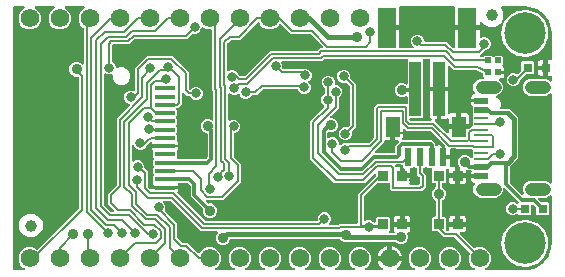
<source format=gbr>
G04 EAGLE Gerber RS-274X export*
G75*
%MOMM*%
%FSLAX34Y34*%
%LPD*%
%INBottom Copper*%
%IPPOS*%
%AMOC8*
5,1,8,0,0,1.08239X$1,22.5*%
G01*
%ADD10C,1.000000*%
%ADD11C,3.516000*%
%ADD12C,1.574800*%
%ADD13R,1.000000X4.600000*%
%ADD14R,1.600000X3.400000*%
%ADD15R,0.800000X0.800000*%
%ADD16R,0.900000X0.900000*%
%ADD17R,1.150000X0.575000*%
%ADD18R,1.150000X0.275000*%
%ADD19C,1.108000*%
%ADD20R,0.600000X1.550000*%
%ADD21R,1.200000X1.800000*%
%ADD22R,0.500000X0.500000*%
%ADD23R,1.700000X0.350000*%
%ADD24C,0.800100*%
%ADD25C,0.304800*%
%ADD26C,0.203200*%
%ADD27C,0.177800*%
%ADD28C,0.406400*%
%ADD29C,0.889000*%
%ADD30C,0.906400*%
%ADD31C,0.152400*%

G36*
X323734Y40653D02*
X323734Y40653D01*
X323821Y40656D01*
X323874Y40673D01*
X323929Y40681D01*
X324008Y40716D01*
X324092Y40743D01*
X324131Y40771D01*
X324188Y40797D01*
X324301Y40893D01*
X324365Y40938D01*
X325338Y41911D01*
X340234Y41911D01*
X340292Y41919D01*
X340350Y41917D01*
X340432Y41939D01*
X340516Y41951D01*
X340569Y41974D01*
X340625Y41989D01*
X340698Y42032D01*
X340775Y42067D01*
X340820Y42105D01*
X340870Y42134D01*
X340928Y42196D01*
X340992Y42250D01*
X341024Y42299D01*
X341064Y42342D01*
X341103Y42417D01*
X341150Y42487D01*
X341167Y42543D01*
X341194Y42595D01*
X341205Y42663D01*
X341235Y42758D01*
X341238Y42858D01*
X341249Y42926D01*
X341249Y67272D01*
X356518Y82541D01*
X356570Y82611D01*
X356630Y82675D01*
X356656Y82724D01*
X356689Y82768D01*
X356720Y82850D01*
X356760Y82928D01*
X356768Y82975D01*
X356790Y83034D01*
X356802Y83182D01*
X356815Y83259D01*
X356815Y83436D01*
X356811Y83465D01*
X356814Y83494D01*
X356791Y83605D01*
X356775Y83718D01*
X356763Y83744D01*
X356758Y83773D01*
X356706Y83874D01*
X356659Y83977D01*
X356640Y83999D01*
X356627Y84025D01*
X356549Y84107D01*
X356476Y84194D01*
X356451Y84210D01*
X356431Y84232D01*
X356333Y84289D01*
X356239Y84352D01*
X356211Y84360D01*
X356186Y84375D01*
X356076Y84403D01*
X355968Y84437D01*
X355938Y84438D01*
X355910Y84445D01*
X355797Y84442D01*
X355684Y84445D01*
X355655Y84437D01*
X355626Y84436D01*
X355518Y84401D01*
X355409Y84373D01*
X355383Y84358D01*
X355355Y84349D01*
X355292Y84303D01*
X355164Y84228D01*
X355121Y84182D01*
X355082Y84154D01*
X348913Y77985D01*
X347127Y76199D01*
X321528Y76199D01*
X300989Y96738D01*
X300989Y129322D01*
X312403Y140736D01*
X312439Y140783D01*
X312481Y140824D01*
X312524Y140896D01*
X312574Y140964D01*
X312595Y141018D01*
X312625Y141069D01*
X312645Y141150D01*
X312675Y141229D01*
X312680Y141288D01*
X312695Y141344D01*
X312692Y141429D01*
X312699Y141513D01*
X312688Y141570D01*
X312686Y141628D01*
X312660Y141709D01*
X312643Y141791D01*
X312616Y141843D01*
X312598Y141899D01*
X312558Y141955D01*
X312512Y142044D01*
X312443Y142116D01*
X312403Y142172D01*
X311020Y143555D01*
X310179Y145586D01*
X310179Y147784D01*
X311020Y149815D01*
X312590Y151384D01*
X312655Y151423D01*
X312782Y151498D01*
X312783Y151499D01*
X312784Y151500D01*
X312880Y151602D01*
X312977Y151705D01*
X312978Y151706D01*
X312979Y151707D01*
X313041Y151829D01*
X313107Y151957D01*
X313108Y151959D01*
X313108Y151960D01*
X313111Y151976D01*
X313162Y152236D01*
X313160Y152267D01*
X313164Y152291D01*
X313164Y156757D01*
X313152Y156843D01*
X313149Y156931D01*
X313132Y156984D01*
X313124Y157038D01*
X313088Y157118D01*
X313061Y157201D01*
X313033Y157241D01*
X313008Y157298D01*
X312912Y157411D01*
X312866Y157475D01*
X311546Y158795D01*
X310705Y160826D01*
X310705Y163024D01*
X311546Y165055D01*
X313100Y166609D01*
X315131Y167450D01*
X317329Y167450D01*
X319360Y166609D01*
X320914Y165055D01*
X321755Y163024D01*
X321755Y160826D01*
X321709Y160715D01*
X321680Y160604D01*
X321646Y160494D01*
X321645Y160466D01*
X321638Y160439D01*
X321641Y160325D01*
X321638Y160210D01*
X321645Y160183D01*
X321646Y160155D01*
X321681Y160046D01*
X321710Y159935D01*
X321724Y159911D01*
X321733Y159884D01*
X321797Y159789D01*
X321856Y159690D01*
X321876Y159671D01*
X321891Y159648D01*
X321979Y159574D01*
X322063Y159496D01*
X322088Y159483D01*
X322109Y159465D01*
X322214Y159418D01*
X322316Y159366D01*
X322340Y159362D01*
X322368Y159350D01*
X322632Y159313D01*
X322647Y159311D01*
X323679Y159311D01*
X325710Y158470D01*
X327264Y156915D01*
X328105Y154885D01*
X328105Y152686D01*
X327264Y150656D01*
X325694Y149086D01*
X325630Y149048D01*
X325503Y148973D01*
X325502Y148971D01*
X325500Y148971D01*
X325404Y148868D01*
X325308Y148766D01*
X325307Y148764D01*
X325306Y148763D01*
X325242Y148638D01*
X325177Y148513D01*
X325177Y148512D01*
X325176Y148510D01*
X325174Y148495D01*
X325122Y148234D01*
X325125Y148204D01*
X325121Y148179D01*
X325121Y139918D01*
X318256Y133052D01*
X318238Y133029D01*
X318215Y133010D01*
X318153Y132916D01*
X318085Y132825D01*
X318074Y132798D01*
X318058Y132773D01*
X318024Y132665D01*
X317983Y132560D01*
X317981Y132530D01*
X317972Y132502D01*
X317969Y132389D01*
X317960Y132276D01*
X317966Y132248D01*
X317965Y132218D01*
X317993Y132109D01*
X318016Y131997D01*
X318029Y131971D01*
X318037Y131943D01*
X318094Y131846D01*
X318147Y131745D01*
X318167Y131724D01*
X318182Y131699D01*
X318264Y131621D01*
X318342Y131539D01*
X318368Y131524D01*
X318389Y131504D01*
X318490Y131453D01*
X318588Y131395D01*
X318616Y131388D01*
X318642Y131375D01*
X318720Y131362D01*
X318863Y131325D01*
X318926Y131327D01*
X318973Y131319D01*
X319432Y131319D01*
X321626Y130410D01*
X323305Y128731D01*
X324214Y126537D01*
X324214Y124162D01*
X323305Y121968D01*
X321626Y120289D01*
X319432Y119380D01*
X317057Y119380D01*
X316873Y119456D01*
X316761Y119485D01*
X316652Y119520D01*
X316624Y119520D01*
X316597Y119527D01*
X316483Y119524D01*
X316368Y119527D01*
X316341Y119520D01*
X316313Y119519D01*
X316204Y119484D01*
X316093Y119455D01*
X316069Y119441D01*
X316042Y119432D01*
X315947Y119368D01*
X315848Y119310D01*
X315829Y119289D01*
X315806Y119274D01*
X315732Y119186D01*
X315654Y119102D01*
X315641Y119078D01*
X315623Y119056D01*
X315577Y118952D01*
X315524Y118849D01*
X315520Y118825D01*
X315508Y118797D01*
X315471Y118532D01*
X315469Y118518D01*
X315469Y115376D01*
X315485Y115262D01*
X315495Y115148D01*
X315505Y115122D01*
X315509Y115095D01*
X315556Y114990D01*
X315597Y114883D01*
X315613Y114861D01*
X315625Y114835D01*
X315699Y114748D01*
X315768Y114656D01*
X315791Y114639D01*
X315808Y114618D01*
X315904Y114555D01*
X315996Y114486D01*
X316022Y114476D01*
X316045Y114461D01*
X316155Y114426D01*
X316262Y114385D01*
X316290Y114383D01*
X316316Y114375D01*
X316431Y114372D01*
X316545Y114363D01*
X316570Y114368D01*
X316600Y114368D01*
X316857Y114435D01*
X316873Y114438D01*
X318687Y115190D01*
X320885Y115190D01*
X322916Y114349D01*
X324470Y112794D01*
X325311Y110764D01*
X325311Y109516D01*
X325315Y109487D01*
X325313Y109458D01*
X325335Y109347D01*
X325351Y109235D01*
X325363Y109208D01*
X325369Y109179D01*
X325421Y109078D01*
X325467Y108975D01*
X325486Y108953D01*
X325500Y108927D01*
X325578Y108845D01*
X325651Y108758D01*
X325675Y108742D01*
X325696Y108721D01*
X325793Y108663D01*
X325888Y108601D01*
X325916Y108592D01*
X325941Y108577D01*
X326051Y108549D01*
X326159Y108515D01*
X326188Y108514D01*
X326216Y108507D01*
X326329Y108510D01*
X326443Y108508D01*
X326471Y108515D01*
X326501Y108516D01*
X326609Y108551D01*
X326718Y108579D01*
X326743Y108594D01*
X326771Y108603D01*
X326835Y108649D01*
X326962Y108725D01*
X327005Y108770D01*
X327044Y108798D01*
X327705Y109459D01*
X329736Y110300D01*
X331934Y110300D01*
X332361Y110124D01*
X332391Y110116D01*
X332418Y110102D01*
X332496Y110089D01*
X332636Y110053D01*
X332700Y110054D01*
X332749Y110046D01*
X349956Y110046D01*
X350043Y110058D01*
X350131Y110061D01*
X350183Y110078D01*
X350238Y110086D01*
X350318Y110122D01*
X350401Y110149D01*
X350440Y110177D01*
X350497Y110202D01*
X350611Y110298D01*
X350674Y110344D01*
X354476Y114146D01*
X354529Y114215D01*
X354589Y114279D01*
X354614Y114329D01*
X354647Y114373D01*
X354678Y114455D01*
X354718Y114532D01*
X354726Y114580D01*
X354749Y114638D01*
X354761Y114786D01*
X354774Y114864D01*
X354774Y140382D01*
X357775Y143384D01*
X359831Y143384D01*
X359832Y143383D01*
X359913Y143352D01*
X359991Y143312D01*
X360039Y143304D01*
X360097Y143282D01*
X360245Y143270D01*
X360322Y143257D01*
X382510Y143257D01*
X382568Y143265D01*
X382626Y143263D01*
X382708Y143285D01*
X382792Y143297D01*
X382845Y143320D01*
X382901Y143335D01*
X382974Y143378D01*
X383051Y143413D01*
X383096Y143451D01*
X383146Y143480D01*
X383204Y143542D01*
X383268Y143596D01*
X383300Y143645D01*
X383340Y143688D01*
X383379Y143763D01*
X383426Y143833D01*
X383443Y143889D01*
X383470Y143941D01*
X383481Y144009D01*
X383511Y144104D01*
X383514Y144204D01*
X383525Y144272D01*
X383525Y149112D01*
X383521Y149141D01*
X383524Y149170D01*
X383501Y149281D01*
X383485Y149393D01*
X383473Y149420D01*
X383468Y149449D01*
X383415Y149549D01*
X383369Y149653D01*
X383350Y149675D01*
X383337Y149701D01*
X383259Y149783D01*
X383186Y149870D01*
X383161Y149886D01*
X383141Y149907D01*
X383043Y149964D01*
X382949Y150027D01*
X382921Y150036D01*
X382895Y150051D01*
X382786Y150079D01*
X382678Y150113D01*
X382648Y150114D01*
X382620Y150121D01*
X382507Y150117D01*
X382394Y150120D01*
X382365Y150113D01*
X382336Y150112D01*
X382228Y150077D01*
X382119Y150049D01*
X382093Y150034D01*
X382065Y150024D01*
X382001Y149979D01*
X381874Y149903D01*
X381858Y149886D01*
X379647Y148970D01*
X377273Y148970D01*
X375078Y149879D01*
X373399Y151558D01*
X372490Y153753D01*
X372490Y156127D01*
X373399Y158322D01*
X375078Y160001D01*
X377273Y160910D01*
X379647Y160910D01*
X381860Y159993D01*
X381929Y159947D01*
X382019Y159879D01*
X382047Y159869D01*
X382071Y159853D01*
X382179Y159819D01*
X382285Y159778D01*
X382314Y159776D01*
X382342Y159767D01*
X382455Y159764D01*
X382568Y159755D01*
X382597Y159760D01*
X382626Y159760D01*
X382736Y159788D01*
X382847Y159810D01*
X382873Y159824D01*
X382901Y159831D01*
X382999Y159889D01*
X383099Y159941D01*
X383121Y159962D01*
X383146Y159977D01*
X383223Y160059D01*
X383305Y160137D01*
X383320Y160163D01*
X383340Y160184D01*
X383392Y160285D01*
X383449Y160382D01*
X383456Y160411D01*
X383470Y160437D01*
X383483Y160514D01*
X383519Y160658D01*
X383517Y160721D01*
X383525Y160768D01*
X383525Y179672D01*
X383730Y179876D01*
X383747Y179900D01*
X383770Y179919D01*
X383833Y180013D01*
X383901Y180103D01*
X383911Y180131D01*
X383927Y180155D01*
X383962Y180263D01*
X384002Y180369D01*
X384004Y180398D01*
X384013Y180426D01*
X384016Y180539D01*
X384026Y180652D01*
X384020Y180681D01*
X384021Y180710D01*
X383992Y180820D01*
X383970Y180931D01*
X383956Y180957D01*
X383949Y180985D01*
X383891Y181083D01*
X383839Y181183D01*
X383818Y181205D01*
X383803Y181230D01*
X383721Y181307D01*
X383643Y181389D01*
X383618Y181404D01*
X383596Y181424D01*
X383495Y181476D01*
X383398Y181533D01*
X383369Y181540D01*
X383343Y181554D01*
X383266Y181567D01*
X383122Y181603D01*
X383060Y181601D01*
X383012Y181609D01*
X313258Y181609D01*
X313171Y181597D01*
X313084Y181594D01*
X313031Y181577D01*
X312976Y181569D01*
X312897Y181534D01*
X312813Y181507D01*
X312774Y181479D01*
X312717Y181453D01*
X312604Y181357D01*
X312540Y181312D01*
X310932Y179704D01*
X277518Y179704D01*
X277404Y179688D01*
X277290Y179678D01*
X277264Y179668D01*
X277236Y179664D01*
X277132Y179617D01*
X277024Y179576D01*
X277002Y179560D01*
X276977Y179548D01*
X276889Y179474D01*
X276798Y179405D01*
X276781Y179382D01*
X276760Y179365D01*
X276696Y179269D01*
X276628Y179177D01*
X276618Y179151D01*
X276602Y179128D01*
X276568Y179018D01*
X276527Y178911D01*
X276525Y178883D01*
X276517Y178857D01*
X276514Y178742D01*
X276505Y178628D01*
X276510Y178603D01*
X276509Y178573D01*
X276576Y178316D01*
X276580Y178300D01*
X277305Y176550D01*
X277305Y174330D01*
X277282Y174240D01*
X277250Y174114D01*
X277250Y174112D01*
X277250Y174111D01*
X277254Y173962D01*
X277258Y173830D01*
X277259Y173828D01*
X277259Y173827D01*
X277302Y173693D01*
X277345Y173559D01*
X277346Y173558D01*
X277346Y173556D01*
X277355Y173544D01*
X277503Y173323D01*
X277526Y173303D01*
X277541Y173283D01*
X277806Y173018D01*
X277875Y172965D01*
X277939Y172906D01*
X277989Y172880D01*
X278033Y172847D01*
X278114Y172816D01*
X278192Y172776D01*
X278240Y172768D01*
X278298Y172746D01*
X278446Y172734D01*
X278523Y172721D01*
X294255Y172721D01*
X294285Y172725D01*
X294316Y172723D01*
X294393Y172740D01*
X294536Y172761D01*
X294595Y172787D01*
X294643Y172798D01*
X295530Y173165D01*
X297728Y173165D01*
X299759Y172324D01*
X301313Y170770D01*
X302154Y168739D01*
X302154Y166541D01*
X301313Y164510D01*
X299728Y162925D01*
X299693Y162878D01*
X299650Y162838D01*
X299607Y162765D01*
X299557Y162698D01*
X299536Y162643D01*
X299506Y162593D01*
X299485Y162511D01*
X299455Y162432D01*
X299451Y162374D01*
X299436Y162317D01*
X299439Y162233D01*
X299432Y162149D01*
X299443Y162091D01*
X299445Y162033D01*
X299471Y161953D01*
X299488Y161870D01*
X299515Y161818D01*
X299533Y161762D01*
X299573Y161706D01*
X299619Y161618D01*
X299687Y161545D01*
X299728Y161489D01*
X300594Y160623D01*
X301435Y158592D01*
X301435Y156394D01*
X300594Y154363D01*
X299040Y152809D01*
X297009Y151968D01*
X294811Y151968D01*
X292780Y152809D01*
X291226Y154363D01*
X290721Y155583D01*
X290720Y155584D01*
X290720Y155585D01*
X290648Y155706D01*
X290576Y155827D01*
X290575Y155828D01*
X290574Y155830D01*
X290470Y155927D01*
X290370Y156023D01*
X290368Y156023D01*
X290367Y156024D01*
X290243Y156088D01*
X290117Y156153D01*
X290115Y156153D01*
X290114Y156154D01*
X290099Y156156D01*
X289838Y156208D01*
X289807Y156205D01*
X289783Y156209D01*
X261378Y156209D01*
X261292Y156197D01*
X261204Y156194D01*
X261152Y156177D01*
X261097Y156169D01*
X261017Y156134D01*
X260934Y156107D01*
X260895Y156079D01*
X260838Y156053D01*
X260724Y155957D01*
X260661Y155912D01*
X255687Y150939D01*
X251986Y150939D01*
X251985Y150939D01*
X251983Y150939D01*
X251843Y150918D01*
X251705Y150899D01*
X251703Y150898D01*
X251702Y150898D01*
X251573Y150840D01*
X251446Y150783D01*
X251444Y150782D01*
X251443Y150781D01*
X251333Y150687D01*
X251229Y150599D01*
X251228Y150598D01*
X251226Y150597D01*
X251217Y150582D01*
X251071Y150362D01*
X251068Y150354D01*
X249510Y148795D01*
X247479Y147954D01*
X245281Y147954D01*
X243250Y148795D01*
X241696Y150350D01*
X241194Y151563D01*
X241164Y151613D01*
X241143Y151668D01*
X241092Y151735D01*
X241049Y151808D01*
X241007Y151848D01*
X240971Y151894D01*
X240904Y151945D01*
X240842Y152003D01*
X240790Y152029D01*
X240743Y152065D01*
X240665Y152094D01*
X240590Y152133D01*
X240532Y152144D01*
X240478Y152165D01*
X240393Y152172D01*
X240311Y152188D01*
X240252Y152183D01*
X240194Y152188D01*
X240127Y152172D01*
X240027Y152164D01*
X239934Y152128D01*
X239867Y152112D01*
X237954Y151320D01*
X235756Y151320D01*
X233725Y152161D01*
X233509Y152377D01*
X233485Y152395D01*
X233466Y152417D01*
X233372Y152480D01*
X233282Y152548D01*
X233254Y152559D01*
X233230Y152575D01*
X233122Y152609D01*
X233016Y152649D01*
X232987Y152652D01*
X232959Y152661D01*
X232846Y152664D01*
X232733Y152673D01*
X232704Y152667D01*
X232675Y152668D01*
X232565Y152639D01*
X232454Y152617D01*
X232428Y152604D01*
X232400Y152596D01*
X232302Y152538D01*
X232202Y152486D01*
X232180Y152466D01*
X232155Y152451D01*
X232078Y152368D01*
X231996Y152290D01*
X231981Y152265D01*
X231961Y152244D01*
X231909Y152143D01*
X231852Y152045D01*
X231845Y152017D01*
X231831Y151990D01*
X231818Y151913D01*
X231782Y151770D01*
X231784Y151707D01*
X231776Y151659D01*
X231776Y130174D01*
X231792Y130060D01*
X231802Y129945D01*
X231812Y129920D01*
X231816Y129892D01*
X231863Y129787D01*
X231904Y129680D01*
X231920Y129658D01*
X231932Y129633D01*
X232006Y129545D01*
X232075Y129453D01*
X232098Y129437D01*
X232115Y129416D01*
X232211Y129352D01*
X232303Y129283D01*
X232329Y129273D01*
X232352Y129258D01*
X232462Y129223D01*
X232569Y129183D01*
X232597Y129181D01*
X232623Y129172D01*
X232738Y129169D01*
X232852Y129160D01*
X232877Y129166D01*
X232907Y129165D01*
X233164Y129232D01*
X233180Y129236D01*
X235121Y130040D01*
X237319Y130040D01*
X239350Y129199D01*
X240904Y127644D01*
X241745Y125614D01*
X241745Y123415D01*
X240904Y121385D01*
X239350Y119830D01*
X237319Y118989D01*
X237236Y118989D01*
X237178Y118981D01*
X237120Y118983D01*
X237038Y118961D01*
X236954Y118949D01*
X236901Y118926D01*
X236845Y118911D01*
X236772Y118868D01*
X236695Y118833D01*
X236650Y118795D01*
X236600Y118766D01*
X236542Y118704D01*
X236478Y118650D01*
X236446Y118601D01*
X236406Y118558D01*
X236367Y118483D01*
X236320Y118413D01*
X236303Y118357D01*
X236276Y118305D01*
X236265Y118237D01*
X236235Y118142D01*
X236232Y118042D01*
X236221Y117974D01*
X236221Y99317D01*
X236233Y99231D01*
X236236Y99143D01*
X236253Y99091D01*
X236261Y99036D01*
X236296Y98956D01*
X236323Y98873D01*
X236351Y98834D01*
X236377Y98777D01*
X236473Y98663D01*
X236518Y98600D01*
X242571Y92547D01*
X242571Y77053D01*
X227747Y62229D01*
X213804Y62229D01*
X213775Y62225D01*
X213746Y62228D01*
X213635Y62205D01*
X213523Y62189D01*
X213496Y62177D01*
X213467Y62172D01*
X213367Y62119D01*
X213264Y62073D01*
X213241Y62054D01*
X213215Y62041D01*
X213133Y61963D01*
X213047Y61890D01*
X213030Y61865D01*
X213009Y61845D01*
X212952Y61747D01*
X212889Y61653D01*
X212880Y61625D01*
X212865Y61600D01*
X212837Y61490D01*
X212803Y61382D01*
X212802Y61352D01*
X212795Y61324D01*
X212799Y61211D01*
X212796Y61098D01*
X212803Y61069D01*
X212804Y61040D01*
X212839Y60932D01*
X212868Y60823D01*
X212883Y60797D01*
X212892Y60769D01*
X212937Y60705D01*
X213013Y60578D01*
X213059Y60535D01*
X213087Y60496D01*
X214167Y59416D01*
X214168Y59415D01*
X214169Y59414D01*
X214281Y59330D01*
X214394Y59245D01*
X214395Y59245D01*
X214397Y59244D01*
X214527Y59195D01*
X214659Y59144D01*
X214661Y59144D01*
X214662Y59143D01*
X214801Y59132D01*
X214943Y59120D01*
X214944Y59121D01*
X214946Y59121D01*
X214961Y59124D01*
X215221Y59176D01*
X215249Y59190D01*
X215270Y59195D01*
X217646Y59195D01*
X219840Y58287D01*
X221520Y56607D01*
X222429Y54413D01*
X222429Y52038D01*
X221520Y49844D01*
X219840Y48165D01*
X217646Y47256D01*
X215271Y47256D01*
X213077Y48165D01*
X211398Y49844D01*
X210489Y52038D01*
X210489Y54050D01*
X210477Y54137D01*
X210474Y54224D01*
X210457Y54277D01*
X210449Y54331D01*
X210413Y54411D01*
X210387Y54494D01*
X210359Y54534D01*
X210333Y54591D01*
X210237Y54704D01*
X210192Y54768D01*
X199760Y65199D01*
X199760Y73924D01*
X199748Y74011D01*
X199745Y74098D01*
X199728Y74151D01*
X199720Y74205D01*
X199685Y74285D01*
X199658Y74368D01*
X199630Y74408D01*
X199604Y74465D01*
X199508Y74578D01*
X199463Y74642D01*
X197751Y76354D01*
X197681Y76406D01*
X197617Y76466D01*
X197568Y76492D01*
X197524Y76525D01*
X197442Y76556D01*
X197364Y76596D01*
X197316Y76604D01*
X197258Y76626D01*
X197110Y76638D01*
X197033Y76651D01*
X190044Y76651D01*
X189995Y76644D01*
X189947Y76647D01*
X189855Y76625D01*
X189762Y76611D01*
X189718Y76592D01*
X189670Y76580D01*
X189588Y76534D01*
X189503Y76495D01*
X189465Y76464D01*
X189423Y76440D01*
X189357Y76372D01*
X189286Y76312D01*
X189259Y76271D01*
X189225Y76236D01*
X189180Y76153D01*
X189128Y76075D01*
X189113Y76028D01*
X189090Y75985D01*
X189071Y75893D01*
X189042Y75804D01*
X189041Y75755D01*
X189031Y75707D01*
X189038Y75633D01*
X189035Y75520D01*
X189057Y75436D01*
X189063Y75373D01*
X189221Y74784D01*
X189221Y73715D01*
X178180Y73715D01*
X167139Y73715D01*
X167139Y74784D01*
X167312Y75431D01*
X167647Y76010D01*
X167858Y76221D01*
X167910Y76291D01*
X167970Y76355D01*
X167996Y76404D01*
X168029Y76448D01*
X168060Y76530D01*
X168100Y76608D01*
X168108Y76655D01*
X168130Y76714D01*
X168142Y76862D01*
X168155Y76939D01*
X168155Y82082D01*
X168556Y82482D01*
X168591Y82529D01*
X168633Y82569D01*
X168676Y82642D01*
X168727Y82709D01*
X168748Y82764D01*
X168777Y82814D01*
X168798Y82896D01*
X168828Y82975D01*
X168833Y83033D01*
X168847Y83090D01*
X168844Y83174D01*
X168851Y83258D01*
X168840Y83316D01*
X168838Y83374D01*
X168812Y83454D01*
X168796Y83537D01*
X168769Y83589D01*
X168751Y83645D01*
X168711Y83701D01*
X168665Y83789D01*
X168596Y83862D01*
X168556Y83918D01*
X168155Y84318D01*
X168155Y89082D01*
X168556Y89482D01*
X168591Y89529D01*
X168633Y89569D01*
X168676Y89642D01*
X168727Y89709D01*
X168747Y89764D01*
X168777Y89814D01*
X168798Y89896D01*
X168828Y89975D01*
X168833Y90033D01*
X168847Y90090D01*
X168844Y90174D01*
X168851Y90258D01*
X168840Y90316D01*
X168838Y90374D01*
X168812Y90454D01*
X168796Y90537D01*
X168769Y90589D01*
X168751Y90645D01*
X168711Y90701D01*
X168665Y90789D01*
X168596Y90862D01*
X168556Y90918D01*
X168155Y91318D01*
X168155Y96082D01*
X168556Y96482D01*
X168591Y96529D01*
X168633Y96569D01*
X168676Y96642D01*
X168727Y96709D01*
X168747Y96764D01*
X168777Y96814D01*
X168798Y96896D01*
X168828Y96975D01*
X168833Y97033D01*
X168847Y97090D01*
X168844Y97174D01*
X168851Y97258D01*
X168840Y97316D01*
X168838Y97374D01*
X168812Y97454D01*
X168796Y97537D01*
X168769Y97589D01*
X168751Y97645D01*
X168711Y97701D01*
X168665Y97789D01*
X168596Y97862D01*
X168556Y97918D01*
X168155Y98318D01*
X168155Y103461D01*
X168143Y103548D01*
X168140Y103635D01*
X168123Y103688D01*
X168115Y103743D01*
X168080Y103822D01*
X168053Y103906D01*
X168025Y103945D01*
X167999Y104002D01*
X167903Y104115D01*
X167858Y104179D01*
X167647Y104390D01*
X167312Y104969D01*
X167139Y105616D01*
X167139Y106685D01*
X178180Y106685D01*
X189221Y106685D01*
X189221Y105616D01*
X189048Y104969D01*
X188713Y104390D01*
X188502Y104179D01*
X188450Y104109D01*
X188390Y104045D01*
X188364Y103996D01*
X188331Y103952D01*
X188300Y103870D01*
X188260Y103792D01*
X188252Y103745D01*
X188230Y103686D01*
X188218Y103538D01*
X188205Y103461D01*
X188205Y98265D01*
X188197Y98255D01*
X188187Y98227D01*
X188171Y98203D01*
X188136Y98095D01*
X188096Y97989D01*
X188094Y97960D01*
X188085Y97932D01*
X188082Y97819D01*
X188072Y97706D01*
X188078Y97677D01*
X188077Y97648D01*
X188106Y97538D01*
X188128Y97427D01*
X188142Y97401D01*
X188149Y97373D01*
X188207Y97276D01*
X188259Y97175D01*
X188280Y97153D01*
X188295Y97128D01*
X188377Y97051D01*
X188455Y96969D01*
X188480Y96954D01*
X188502Y96934D01*
X188603Y96882D01*
X188700Y96825D01*
X188729Y96818D01*
X188755Y96804D01*
X188832Y96791D01*
X188976Y96755D01*
X189038Y96757D01*
X189086Y96749D01*
X212159Y96749D01*
X212245Y96761D01*
X212333Y96764D01*
X212385Y96781D01*
X212440Y96789D01*
X212520Y96824D01*
X212603Y96851D01*
X212642Y96879D01*
X212700Y96905D01*
X212813Y97001D01*
X212877Y97046D01*
X213951Y98120D01*
X214003Y98190D01*
X214063Y98254D01*
X214089Y98304D01*
X214122Y98348D01*
X214153Y98429D01*
X214193Y98507D01*
X214201Y98555D01*
X214223Y98613D01*
X214235Y98761D01*
X214248Y98838D01*
X214248Y117475D01*
X214240Y117533D01*
X214242Y117591D01*
X214220Y117673D01*
X214208Y117757D01*
X214185Y117810D01*
X214170Y117866D01*
X214127Y117939D01*
X214092Y118016D01*
X214054Y118061D01*
X214025Y118111D01*
X213963Y118169D01*
X213909Y118233D01*
X213860Y118265D01*
X213817Y118305D01*
X213742Y118344D01*
X213672Y118391D01*
X213616Y118408D01*
X213564Y118435D01*
X213496Y118446D01*
X213401Y118476D01*
X213301Y118479D01*
X213233Y118490D01*
X212998Y118490D01*
X210804Y119399D01*
X209125Y121078D01*
X208216Y123273D01*
X208216Y125647D01*
X209125Y127842D01*
X210804Y129521D01*
X212998Y130430D01*
X215373Y130430D01*
X217670Y129478D01*
X217782Y129449D01*
X217891Y129415D01*
X217919Y129414D01*
X217946Y129407D01*
X218060Y129410D01*
X218175Y129407D01*
X218202Y129414D01*
X218230Y129415D01*
X218339Y129450D01*
X218450Y129479D01*
X218474Y129493D01*
X218501Y129502D01*
X218596Y129566D01*
X218695Y129625D01*
X218714Y129645D01*
X218737Y129660D01*
X218811Y129748D01*
X218889Y129832D01*
X218902Y129857D01*
X218920Y129878D01*
X218966Y129983D01*
X219019Y130085D01*
X219023Y130110D01*
X219035Y130138D01*
X219054Y130276D01*
X219060Y130294D01*
X219061Y130324D01*
X219072Y130401D01*
X219074Y130416D01*
X219074Y154121D01*
X219062Y154207D01*
X219059Y154295D01*
X219042Y154347D01*
X219034Y154402D01*
X218999Y154482D01*
X218972Y154565D01*
X218944Y154604D01*
X218918Y154662D01*
X218822Y154775D01*
X218777Y154839D01*
X218185Y155430D01*
X218185Y187703D01*
X218173Y187789D01*
X218170Y187877D01*
X218153Y187930D01*
X218145Y187984D01*
X218122Y188037D01*
X218122Y205486D01*
X218114Y205544D01*
X218115Y205602D01*
X218094Y205684D01*
X218082Y205768D01*
X218058Y205821D01*
X218043Y205877D01*
X218000Y205950D01*
X217966Y206027D01*
X217928Y206072D01*
X217898Y206122D01*
X217836Y206180D01*
X217782Y206244D01*
X217733Y206276D01*
X217691Y206316D01*
X217616Y206355D01*
X217545Y206402D01*
X217490Y206419D01*
X217438Y206446D01*
X217370Y206457D01*
X217274Y206487D01*
X217175Y206490D01*
X217107Y206501D01*
X214030Y206501D01*
X210576Y207932D01*
X210458Y208050D01*
X210435Y208067D01*
X210416Y208090D01*
X210322Y208153D01*
X210231Y208221D01*
X210204Y208231D01*
X210179Y208247D01*
X210071Y208282D01*
X209966Y208322D01*
X209936Y208324D01*
X209908Y208333D01*
X209795Y208336D01*
X209682Y208346D01*
X209653Y208340D01*
X209624Y208341D01*
X209515Y208312D01*
X209404Y208290D01*
X209377Y208276D01*
X209349Y208269D01*
X209252Y208211D01*
X209151Y208159D01*
X209130Y208138D01*
X209105Y208123D01*
X209027Y208041D01*
X208945Y207963D01*
X208930Y207938D01*
X208910Y207916D01*
X208859Y207816D01*
X208801Y207718D01*
X208794Y207689D01*
X208781Y207663D01*
X208768Y207586D01*
X208731Y207442D01*
X208733Y207390D01*
X207884Y205341D01*
X206330Y203786D01*
X204299Y202945D01*
X202079Y202945D01*
X202002Y202965D01*
X201863Y203001D01*
X201862Y203001D01*
X201860Y203001D01*
X201719Y202996D01*
X201579Y202992D01*
X201578Y202992D01*
X201576Y202992D01*
X201442Y202949D01*
X201308Y202906D01*
X201307Y202905D01*
X201306Y202904D01*
X201293Y202896D01*
X201072Y202748D01*
X201053Y202724D01*
X201032Y202710D01*
X198736Y200413D01*
X198735Y200413D01*
X196950Y198627D01*
X153176Y198627D01*
X153089Y198615D01*
X153002Y198612D01*
X152949Y198595D01*
X152894Y198587D01*
X152814Y198552D01*
X152731Y198525D01*
X152692Y198497D01*
X152635Y198471D01*
X152522Y198375D01*
X152458Y198330D01*
X147929Y193801D01*
X134112Y193801D01*
X134054Y193793D01*
X133996Y193795D01*
X133914Y193773D01*
X133830Y193761D01*
X133777Y193738D01*
X133721Y193723D01*
X133648Y193680D01*
X133571Y193645D01*
X133526Y193607D01*
X133476Y193578D01*
X133418Y193516D01*
X133354Y193462D01*
X133322Y193413D01*
X133282Y193370D01*
X133243Y193295D01*
X133196Y193225D01*
X133179Y193169D01*
X133152Y193117D01*
X133141Y193049D01*
X133111Y192954D01*
X133108Y192854D01*
X133097Y192786D01*
X133097Y179702D01*
X133097Y179700D01*
X133097Y179698D01*
X133118Y179555D01*
X133137Y179420D01*
X133137Y179419D01*
X133137Y179417D01*
X133196Y179287D01*
X133253Y179161D01*
X133254Y179160D01*
X133255Y179158D01*
X133348Y179049D01*
X133436Y178944D01*
X133438Y178943D01*
X133439Y178942D01*
X133452Y178933D01*
X133673Y178786D01*
X133702Y178777D01*
X133723Y178764D01*
X133940Y178674D01*
X135494Y177120D01*
X136335Y175089D01*
X136335Y174575D01*
X136351Y174461D01*
X136361Y174347D01*
X136371Y174321D01*
X136375Y174293D01*
X136422Y174188D01*
X136463Y174081D01*
X136480Y174059D01*
X136491Y174034D01*
X136565Y173946D01*
X136635Y173855D01*
X136657Y173838D01*
X136675Y173817D01*
X136770Y173753D01*
X136863Y173684D01*
X136888Y173675D01*
X136912Y173659D01*
X137021Y173624D01*
X137129Y173584D01*
X137156Y173582D01*
X137183Y173573D01*
X137297Y173570D01*
X137412Y173561D01*
X137436Y173567D01*
X137467Y173566D01*
X137724Y173633D01*
X137739Y173637D01*
X139680Y174441D01*
X142680Y174441D01*
X145452Y173293D01*
X147573Y171172D01*
X148721Y168400D01*
X148721Y165400D01*
X147573Y162628D01*
X145452Y160507D01*
X142680Y159359D01*
X139680Y159359D01*
X136908Y160507D01*
X134787Y162628D01*
X133639Y165400D01*
X133639Y167662D01*
X133623Y167776D01*
X133613Y167890D01*
X133603Y167916D01*
X133599Y167944D01*
X133553Y168048D01*
X133511Y168156D01*
X133494Y168178D01*
X133483Y168203D01*
X133409Y168291D01*
X133340Y168382D01*
X133317Y168399D01*
X133300Y168420D01*
X133204Y168484D01*
X133112Y168552D01*
X133086Y168562D01*
X133063Y168578D01*
X132953Y168612D01*
X132846Y168653D01*
X132818Y168655D01*
X132792Y168663D01*
X132677Y168666D01*
X132563Y168675D01*
X132538Y168670D01*
X132508Y168671D01*
X132250Y168603D01*
X132235Y168600D01*
X131909Y168465D01*
X129711Y168465D01*
X127897Y169216D01*
X127785Y169245D01*
X127676Y169280D01*
X127648Y169280D01*
X127621Y169287D01*
X127507Y169284D01*
X127392Y169287D01*
X127365Y169280D01*
X127337Y169279D01*
X127228Y169244D01*
X127117Y169215D01*
X127093Y169201D01*
X127066Y169193D01*
X126971Y169128D01*
X126872Y169070D01*
X126853Y169050D01*
X126830Y169034D01*
X126756Y168946D01*
X126678Y168863D01*
X126665Y168838D01*
X126647Y168817D01*
X126601Y168712D01*
X126548Y168609D01*
X126544Y168585D01*
X126532Y168557D01*
X126495Y168293D01*
X126493Y168278D01*
X126493Y58593D01*
X126505Y58506D01*
X126508Y58419D01*
X126525Y58366D01*
X126533Y58312D01*
X126568Y58232D01*
X126595Y58149D01*
X126623Y58109D01*
X126649Y58052D01*
X126745Y57939D01*
X126790Y57875D01*
X132615Y52051D01*
X132684Y51998D01*
X132748Y51938D01*
X132798Y51913D01*
X132842Y51880D01*
X132924Y51849D01*
X133002Y51809D01*
X133049Y51801D01*
X133108Y51778D01*
X133255Y51766D01*
X133333Y51753D01*
X133973Y51753D01*
X134002Y51757D01*
X134031Y51755D01*
X134142Y51777D01*
X134254Y51793D01*
X134281Y51805D01*
X134310Y51811D01*
X134410Y51863D01*
X134514Y51909D01*
X134536Y51928D01*
X134562Y51942D01*
X134644Y52020D01*
X134731Y52093D01*
X134747Y52117D01*
X134768Y52138D01*
X134825Y52235D01*
X134888Y52330D01*
X134897Y52358D01*
X134912Y52383D01*
X134940Y52492D01*
X134974Y52601D01*
X134975Y52630D01*
X134982Y52658D01*
X134978Y52771D01*
X134981Y52885D01*
X134974Y52913D01*
X134973Y52943D01*
X134938Y53050D01*
X134909Y53160D01*
X134894Y53185D01*
X134885Y53213D01*
X134840Y53277D01*
X134764Y53404D01*
X134718Y53447D01*
X134690Y53486D01*
X130775Y57402D01*
X130769Y57438D01*
X130734Y57518D01*
X130707Y57602D01*
X130679Y57641D01*
X130653Y57698D01*
X130557Y57811D01*
X130512Y57875D01*
X130083Y58303D01*
X130083Y67497D01*
X136925Y74339D01*
X136978Y74408D01*
X137038Y74472D01*
X137063Y74522D01*
X137096Y74566D01*
X137127Y74648D01*
X137167Y74725D01*
X137175Y74773D01*
X137198Y74831D01*
X137210Y74979D01*
X137223Y75057D01*
X137223Y131291D01*
X148079Y142147D01*
X148148Y142239D01*
X148222Y142327D01*
X148233Y142352D01*
X148250Y142374D01*
X148291Y142482D01*
X148337Y142587D01*
X148341Y142614D01*
X148351Y142640D01*
X148361Y142754D01*
X148376Y142868D01*
X148372Y142896D01*
X148375Y142923D01*
X148352Y143036D01*
X148336Y143150D01*
X148324Y143175D01*
X148319Y143202D01*
X148266Y143304D01*
X148219Y143409D01*
X148201Y143430D01*
X148188Y143454D01*
X148109Y143538D01*
X148034Y143625D01*
X148013Y143638D01*
X147992Y143661D01*
X147762Y143795D01*
X147750Y143803D01*
X145968Y144541D01*
X144414Y146095D01*
X143573Y148126D01*
X143573Y150324D01*
X144414Y152355D01*
X145968Y153909D01*
X147999Y154750D01*
X150197Y154750D01*
X150995Y154419D01*
X151107Y154391D01*
X151216Y154356D01*
X151244Y154355D01*
X151271Y154349D01*
X151385Y154352D01*
X151500Y154349D01*
X151527Y154356D01*
X151555Y154357D01*
X151664Y154392D01*
X151775Y154421D01*
X151799Y154435D01*
X151826Y154443D01*
X151921Y154507D01*
X152020Y154566D01*
X152039Y154586D01*
X152062Y154602D01*
X152136Y154689D01*
X152214Y154773D01*
X152227Y154798D01*
X152245Y154819D01*
X152291Y154924D01*
X152344Y155026D01*
X152348Y155051D01*
X152360Y155079D01*
X152397Y155343D01*
X152399Y155357D01*
X152399Y173856D01*
X162694Y184151D01*
X184567Y184151D01*
X198121Y170597D01*
X198121Y156501D01*
X198133Y156415D01*
X198136Y156328D01*
X198153Y156275D01*
X198161Y156220D01*
X198196Y156140D01*
X198223Y156057D01*
X198251Y156018D01*
X198277Y155961D01*
X198356Y155867D01*
X198358Y155863D01*
X198368Y155853D01*
X198372Y155848D01*
X198418Y155784D01*
X198467Y155735D01*
X198513Y155700D01*
X198554Y155657D01*
X198626Y155615D01*
X198694Y155564D01*
X198749Y155543D01*
X198799Y155514D01*
X198880Y155493D01*
X198959Y155463D01*
X199018Y155458D01*
X199075Y155444D01*
X199159Y155446D01*
X199243Y155439D01*
X199300Y155451D01*
X199359Y155453D01*
X199439Y155478D01*
X199521Y155495D01*
X199573Y155522D01*
X199629Y155540D01*
X199685Y155580D01*
X199774Y155626D01*
X199846Y155695D01*
X199903Y155735D01*
X201340Y157173D01*
X203371Y158014D01*
X205569Y158014D01*
X207600Y157173D01*
X209154Y155618D01*
X209995Y153588D01*
X209995Y151389D01*
X209154Y149359D01*
X207600Y147804D01*
X205569Y146963D01*
X203371Y146963D01*
X201340Y147804D01*
X199771Y149374D01*
X199732Y149439D01*
X199657Y149566D01*
X199656Y149567D01*
X199655Y149568D01*
X199553Y149664D01*
X199450Y149761D01*
X199449Y149762D01*
X199448Y149763D01*
X199323Y149827D01*
X199198Y149891D01*
X199196Y149892D01*
X199195Y149892D01*
X199179Y149895D01*
X198919Y149946D01*
X198888Y149944D01*
X198864Y149948D01*
X197068Y149948D01*
X195282Y151733D01*
X194139Y152876D01*
X194115Y152894D01*
X194096Y152917D01*
X194002Y152979D01*
X193912Y153047D01*
X193884Y153058D01*
X193860Y153074D01*
X193752Y153108D01*
X193646Y153149D01*
X193617Y153151D01*
X193589Y153160D01*
X193475Y153163D01*
X193363Y153172D01*
X193334Y153166D01*
X193305Y153167D01*
X193195Y153139D01*
X193084Y153116D01*
X193058Y153103D01*
X193030Y153095D01*
X192932Y153038D01*
X192832Y152985D01*
X192810Y152965D01*
X192785Y152950D01*
X192708Y152867D01*
X192626Y152790D01*
X192611Y152764D01*
X192591Y152743D01*
X192539Y152642D01*
X192482Y152544D01*
X192475Y152516D01*
X192461Y152490D01*
X192448Y152412D01*
X192412Y152269D01*
X192414Y152206D01*
X192406Y152159D01*
X192406Y143093D01*
X189472Y140159D01*
X188578Y140159D01*
X188549Y140155D01*
X188520Y140158D01*
X188409Y140135D01*
X188297Y140119D01*
X188270Y140107D01*
X188241Y140102D01*
X188140Y140049D01*
X188037Y140003D01*
X188015Y139984D01*
X187989Y139971D01*
X187907Y139893D01*
X187820Y139820D01*
X187804Y139795D01*
X187783Y139775D01*
X187725Y139677D01*
X187663Y139583D01*
X187654Y139555D01*
X187639Y139530D01*
X187611Y139420D01*
X187577Y139312D01*
X187576Y139282D01*
X187569Y139254D01*
X187572Y139141D01*
X187569Y139028D01*
X187577Y138999D01*
X187578Y138970D01*
X187613Y138862D01*
X187641Y138753D01*
X187656Y138727D01*
X187665Y138699D01*
X187711Y138635D01*
X187787Y138508D01*
X187832Y138465D01*
X187860Y138426D01*
X188205Y138082D01*
X188205Y133318D01*
X187804Y132918D01*
X187769Y132871D01*
X187727Y132831D01*
X187684Y132758D01*
X187633Y132691D01*
X187612Y132636D01*
X187583Y132586D01*
X187562Y132504D01*
X187532Y132425D01*
X187527Y132367D01*
X187513Y132310D01*
X187516Y132226D01*
X187509Y132142D01*
X187520Y132084D01*
X187522Y132026D01*
X187548Y131946D01*
X187564Y131863D01*
X187591Y131811D01*
X187609Y131755D01*
X187649Y131699D01*
X187695Y131611D01*
X187764Y131538D01*
X187804Y131482D01*
X188205Y131082D01*
X188205Y126318D01*
X187804Y125918D01*
X187769Y125871D01*
X187727Y125831D01*
X187684Y125758D01*
X187633Y125691D01*
X187612Y125636D01*
X187583Y125586D01*
X187562Y125504D01*
X187532Y125425D01*
X187527Y125367D01*
X187513Y125310D01*
X187516Y125226D01*
X187509Y125142D01*
X187520Y125084D01*
X187522Y125026D01*
X187548Y124946D01*
X187564Y124863D01*
X187591Y124811D01*
X187609Y124755D01*
X187649Y124699D01*
X187695Y124611D01*
X187764Y124538D01*
X187804Y124482D01*
X188205Y124082D01*
X188205Y119318D01*
X187804Y118918D01*
X187769Y118871D01*
X187727Y118831D01*
X187684Y118758D01*
X187633Y118691D01*
X187612Y118636D01*
X187583Y118586D01*
X187562Y118504D01*
X187532Y118425D01*
X187527Y118367D01*
X187513Y118310D01*
X187516Y118226D01*
X187509Y118142D01*
X187520Y118084D01*
X187522Y118026D01*
X187548Y117946D01*
X187564Y117863D01*
X187591Y117811D01*
X187609Y117755D01*
X187649Y117699D01*
X187695Y117611D01*
X187764Y117538D01*
X187804Y117482D01*
X188205Y117082D01*
X188205Y111939D01*
X188217Y111852D01*
X188220Y111765D01*
X188237Y111712D01*
X188245Y111657D01*
X188280Y111578D01*
X188307Y111494D01*
X188335Y111455D01*
X188361Y111398D01*
X188457Y111285D01*
X188502Y111221D01*
X188713Y111010D01*
X189048Y110431D01*
X189221Y109784D01*
X189221Y108715D01*
X178180Y108715D01*
X167139Y108715D01*
X167139Y109784D01*
X167243Y110170D01*
X167245Y110190D01*
X167252Y110208D01*
X167262Y110330D01*
X167277Y110452D01*
X167274Y110472D01*
X167276Y110491D01*
X167251Y110611D01*
X167232Y110733D01*
X167224Y110751D01*
X167220Y110770D01*
X167163Y110879D01*
X167111Y110990D01*
X167098Y111005D01*
X167089Y111022D01*
X167004Y111112D01*
X166923Y111204D01*
X166906Y111214D01*
X166893Y111229D01*
X166787Y111291D01*
X166683Y111357D01*
X166665Y111362D01*
X166648Y111372D01*
X166529Y111402D01*
X166411Y111437D01*
X166391Y111438D01*
X166372Y111442D01*
X166250Y111438D01*
X166126Y111439D01*
X166108Y111434D01*
X166088Y111433D01*
X165971Y111396D01*
X165853Y111362D01*
X165836Y111352D01*
X165817Y111346D01*
X165757Y111303D01*
X165611Y111212D01*
X165577Y111174D01*
X165544Y111151D01*
X162371Y107978D01*
X162352Y107953D01*
X162329Y107933D01*
X162287Y107866D01*
X162200Y107751D01*
X162177Y107690D01*
X162151Y107648D01*
X161938Y107134D01*
X160383Y105579D01*
X158353Y104738D01*
X156154Y104738D01*
X154124Y105579D01*
X152569Y107134D01*
X152131Y108191D01*
X152088Y108265D01*
X152053Y108344D01*
X152016Y108387D01*
X151987Y108436D01*
X151924Y108495D01*
X151869Y108561D01*
X151822Y108592D01*
X151780Y108631D01*
X151704Y108671D01*
X151632Y108718D01*
X151578Y108735D01*
X151528Y108761D01*
X151443Y108778D01*
X151361Y108804D01*
X151304Y108805D01*
X151249Y108816D01*
X151163Y108809D01*
X151077Y108811D01*
X151022Y108797D01*
X150965Y108792D01*
X150885Y108761D01*
X150802Y108739D01*
X150753Y108710D01*
X150700Y108690D01*
X150631Y108638D01*
X150558Y108594D01*
X150519Y108553D01*
X150473Y108518D01*
X150422Y108450D01*
X150363Y108387D01*
X150337Y108336D01*
X150303Y108291D01*
X150273Y108210D01*
X150234Y108134D01*
X150226Y108085D01*
X150203Y108025D01*
X150191Y107880D01*
X150178Y107803D01*
X150178Y95673D01*
X150182Y95644D01*
X150180Y95614D01*
X150202Y95503D01*
X150218Y95392D01*
X150230Y95365D01*
X150236Y95336D01*
X150288Y95235D01*
X150334Y95132D01*
X150353Y95110D01*
X150367Y95083D01*
X150445Y95002D01*
X150518Y94915D01*
X150543Y94899D01*
X150563Y94877D01*
X150660Y94820D01*
X150755Y94758D01*
X150783Y94749D01*
X150808Y94734D01*
X150918Y94706D01*
X151026Y94672D01*
X151055Y94671D01*
X151084Y94664D01*
X151197Y94667D01*
X151310Y94665D01*
X151338Y94672D01*
X151368Y94673D01*
X151476Y94708D01*
X151585Y94736D01*
X151610Y94751D01*
X151638Y94761D01*
X151702Y94806D01*
X151720Y94817D01*
X153841Y95695D01*
X156039Y95695D01*
X158070Y94854D01*
X159624Y93300D01*
X160465Y91269D01*
X160465Y89749D01*
X160477Y89662D01*
X160480Y89575D01*
X160497Y89522D01*
X160505Y89467D01*
X160541Y89388D01*
X160568Y89304D01*
X160596Y89265D01*
X160621Y89208D01*
X160717Y89095D01*
X160763Y89031D01*
X163704Y86090D01*
X163704Y73450D01*
X163716Y73363D01*
X163719Y73276D01*
X163736Y73223D01*
X163744Y73169D01*
X163779Y73089D01*
X163806Y73006D01*
X163834Y72966D01*
X163860Y72909D01*
X163956Y72796D01*
X164001Y72732D01*
X165406Y71327D01*
X165430Y71310D01*
X165449Y71287D01*
X165543Y71224D01*
X165633Y71156D01*
X165661Y71146D01*
X165685Y71130D01*
X165793Y71095D01*
X165899Y71055D01*
X165928Y71053D01*
X165956Y71044D01*
X166070Y71041D01*
X166182Y71032D01*
X166211Y71037D01*
X166240Y71037D01*
X166350Y71065D01*
X166461Y71087D01*
X166487Y71101D01*
X166515Y71108D01*
X166613Y71166D01*
X166713Y71218D01*
X166735Y71239D01*
X166760Y71254D01*
X166837Y71336D01*
X166919Y71414D01*
X166934Y71440D01*
X166954Y71461D01*
X167006Y71562D01*
X167063Y71659D01*
X167070Y71685D01*
X178180Y71685D01*
X189221Y71685D01*
X189221Y70616D01*
X189048Y69969D01*
X188684Y69339D01*
X188658Y69276D01*
X188624Y69217D01*
X188605Y69144D01*
X188577Y69075D01*
X188570Y69007D01*
X188554Y68941D01*
X188556Y68867D01*
X188548Y68792D01*
X188560Y68725D01*
X188563Y68657D01*
X188586Y68586D01*
X188599Y68513D01*
X188629Y68451D01*
X188650Y68387D01*
X188686Y68336D01*
X188725Y68258D01*
X188802Y68174D01*
X188845Y68113D01*
X212210Y44748D01*
X212280Y44696D01*
X212344Y44636D01*
X212393Y44610D01*
X212437Y44577D01*
X212519Y44546D01*
X212597Y44506D01*
X212644Y44498D01*
X212703Y44476D01*
X212851Y44464D01*
X212928Y44451D01*
X306515Y44451D01*
X306572Y44459D01*
X306631Y44457D01*
X306712Y44479D01*
X306796Y44491D01*
X306849Y44514D01*
X306906Y44529D01*
X306978Y44572D01*
X307055Y44607D01*
X307100Y44645D01*
X307150Y44674D01*
X307208Y44736D01*
X307272Y44790D01*
X307305Y44839D01*
X307345Y44882D01*
X307383Y44957D01*
X307430Y45027D01*
X307448Y45083D01*
X307474Y45135D01*
X307486Y45203D01*
X307516Y45298D01*
X307518Y45398D01*
X307530Y45466D01*
X307530Y47264D01*
X308371Y49294D01*
X309925Y50849D01*
X311956Y51690D01*
X314154Y51690D01*
X316185Y50849D01*
X317739Y49294D01*
X318580Y47264D01*
X318580Y45065D01*
X317739Y43035D01*
X317078Y42374D01*
X317061Y42350D01*
X317038Y42331D01*
X316975Y42237D01*
X316907Y42147D01*
X316897Y42119D01*
X316881Y42095D01*
X316846Y41987D01*
X316806Y41881D01*
X316804Y41852D01*
X316795Y41824D01*
X316792Y41710D01*
X316783Y41598D01*
X316788Y41569D01*
X316788Y41540D01*
X316816Y41430D01*
X316838Y41319D01*
X316852Y41293D01*
X316859Y41265D01*
X316917Y41167D01*
X316969Y41067D01*
X316990Y41045D01*
X317005Y41020D01*
X317087Y40943D01*
X317165Y40861D01*
X317190Y40846D01*
X317212Y40826D01*
X317313Y40774D01*
X317410Y40717D01*
X317439Y40710D01*
X317465Y40696D01*
X317542Y40683D01*
X317686Y40647D01*
X317748Y40649D01*
X317796Y40641D01*
X323647Y40641D01*
X323734Y40653D01*
G37*
G36*
X58448Y2553D02*
X58448Y2553D01*
X58534Y2555D01*
X58588Y2573D01*
X58644Y2581D01*
X58723Y2616D01*
X58804Y2642D01*
X58852Y2674D01*
X58904Y2697D01*
X58969Y2752D01*
X59041Y2800D01*
X59077Y2844D01*
X59121Y2880D01*
X59168Y2952D01*
X59223Y3018D01*
X59247Y3070D01*
X59278Y3117D01*
X59304Y3199D01*
X59339Y3278D01*
X59347Y3334D01*
X59364Y3388D01*
X59366Y3474D01*
X59378Y3559D01*
X59370Y3615D01*
X59371Y3672D01*
X59350Y3755D01*
X59337Y3841D01*
X59314Y3892D01*
X59299Y3947D01*
X59256Y4021D01*
X59220Y4100D01*
X59183Y4143D01*
X59154Y4192D01*
X59092Y4251D01*
X59036Y4316D01*
X58994Y4342D01*
X58947Y4386D01*
X58818Y4452D01*
X58751Y4494D01*
X58176Y4732D01*
X55532Y7376D01*
X54101Y10830D01*
X54101Y14570D01*
X55532Y18024D01*
X58176Y20668D01*
X61630Y22099D01*
X65370Y22099D01*
X68824Y20668D01*
X69219Y20273D01*
X69266Y20238D01*
X69306Y20195D01*
X69379Y20153D01*
X69446Y20102D01*
X69501Y20081D01*
X69551Y20052D01*
X69633Y20031D01*
X69712Y20001D01*
X69770Y19996D01*
X69827Y19981D01*
X69911Y19984D01*
X69995Y19977D01*
X70053Y19989D01*
X70111Y19991D01*
X70191Y20016D01*
X70274Y20033D01*
X70326Y20060D01*
X70381Y20078D01*
X70438Y20118D01*
X70526Y20164D01*
X70599Y20233D01*
X70655Y20273D01*
X104858Y54476D01*
X104910Y54546D01*
X104970Y54610D01*
X104996Y54659D01*
X105029Y54703D01*
X105060Y54785D01*
X105100Y54863D01*
X105108Y54910D01*
X105130Y54969D01*
X105142Y55117D01*
X105155Y55194D01*
X105155Y165445D01*
X105143Y165532D01*
X105140Y165619D01*
X105123Y165672D01*
X105115Y165727D01*
X105080Y165806D01*
X105053Y165890D01*
X105025Y165929D01*
X104999Y165986D01*
X104903Y166099D01*
X104858Y166163D01*
X104655Y166366D01*
X104585Y166418D01*
X104521Y166478D01*
X104472Y166504D01*
X104428Y166537D01*
X104346Y166568D01*
X104268Y166608D01*
X104221Y166616D01*
X104162Y166638D01*
X104014Y166650D01*
X103937Y166663D01*
X101959Y166663D01*
X99733Y167585D01*
X98029Y169289D01*
X97107Y171515D01*
X97107Y173925D01*
X98029Y176151D01*
X99733Y177855D01*
X101959Y178777D01*
X104369Y178777D01*
X106595Y177855D01*
X107486Y176963D01*
X107510Y176946D01*
X107529Y176923D01*
X107623Y176861D01*
X107713Y176792D01*
X107741Y176782D01*
X107765Y176766D01*
X107873Y176732D01*
X107979Y176691D01*
X108008Y176689D01*
X108036Y176680D01*
X108150Y176677D01*
X108262Y176668D01*
X108291Y176673D01*
X108320Y176673D01*
X108430Y176701D01*
X108541Y176724D01*
X108567Y176737D01*
X108595Y176744D01*
X108693Y176802D01*
X108793Y176855D01*
X108815Y176875D01*
X108840Y176890D01*
X108917Y176972D01*
X108999Y177050D01*
X109014Y177076D01*
X109034Y177097D01*
X109086Y177198D01*
X109143Y177296D01*
X109150Y177324D01*
X109164Y177350D01*
X109177Y177428D01*
X109213Y177571D01*
X109211Y177634D01*
X109219Y177681D01*
X109219Y207268D01*
X109207Y207355D01*
X109204Y207442D01*
X109187Y207495D01*
X109179Y207550D01*
X109144Y207630D01*
X109117Y207713D01*
X109089Y207752D01*
X109063Y207809D01*
X108967Y207923D01*
X108922Y207986D01*
X106332Y210576D01*
X104901Y214030D01*
X104901Y217770D01*
X106332Y221224D01*
X108976Y223868D01*
X109551Y224106D01*
X109625Y224150D01*
X109704Y224185D01*
X109747Y224222D01*
X109796Y224251D01*
X109855Y224313D01*
X109921Y224369D01*
X109952Y224416D01*
X109991Y224457D01*
X110030Y224534D01*
X110078Y224605D01*
X110095Y224659D01*
X110121Y224710D01*
X110138Y224794D01*
X110164Y224876D01*
X110165Y224933D01*
X110176Y224989D01*
X110169Y225074D01*
X110171Y225160D01*
X110157Y225215D01*
X110152Y225272D01*
X110121Y225353D01*
X110099Y225435D01*
X110070Y225484D01*
X110050Y225537D01*
X109998Y225606D01*
X109954Y225680D01*
X109913Y225719D01*
X109878Y225764D01*
X109809Y225816D01*
X109747Y225874D01*
X109696Y225900D01*
X109651Y225934D01*
X109570Y225965D01*
X109494Y226004D01*
X109445Y226012D01*
X109385Y226035D01*
X109240Y226046D01*
X109163Y226059D01*
X94037Y226059D01*
X93952Y226047D01*
X93866Y226045D01*
X93812Y226027D01*
X93756Y226019D01*
X93678Y225984D01*
X93596Y225958D01*
X93548Y225926D01*
X93496Y225903D01*
X93431Y225848D01*
X93360Y225800D01*
X93323Y225756D01*
X93279Y225720D01*
X93232Y225648D01*
X93177Y225582D01*
X93153Y225530D01*
X93122Y225483D01*
X93096Y225401D01*
X93061Y225322D01*
X93053Y225266D01*
X93036Y225212D01*
X93034Y225126D01*
X93022Y225041D01*
X93030Y224985D01*
X93029Y224928D01*
X93051Y224845D01*
X93063Y224759D01*
X93086Y224708D01*
X93101Y224653D01*
X93144Y224579D01*
X93180Y224500D01*
X93217Y224457D01*
X93246Y224408D01*
X93309Y224349D01*
X93364Y224284D01*
X93406Y224258D01*
X93453Y224214D01*
X93582Y224148D01*
X93649Y224106D01*
X94224Y223868D01*
X96868Y221224D01*
X98299Y217770D01*
X98299Y214030D01*
X96868Y210576D01*
X94224Y207932D01*
X90770Y206501D01*
X87030Y206501D01*
X83576Y207932D01*
X80932Y210576D01*
X79501Y214030D01*
X79501Y217770D01*
X80932Y221224D01*
X83576Y223868D01*
X84151Y224106D01*
X84225Y224150D01*
X84304Y224185D01*
X84347Y224222D01*
X84396Y224251D01*
X84455Y224313D01*
X84521Y224369D01*
X84552Y224416D01*
X84591Y224457D01*
X84630Y224534D01*
X84678Y224605D01*
X84695Y224659D01*
X84721Y224710D01*
X84738Y224794D01*
X84764Y224876D01*
X84765Y224933D01*
X84776Y224989D01*
X84769Y225074D01*
X84771Y225160D01*
X84757Y225215D01*
X84752Y225272D01*
X84721Y225353D01*
X84699Y225435D01*
X84670Y225484D01*
X84650Y225537D01*
X84598Y225606D01*
X84554Y225680D01*
X84513Y225719D01*
X84478Y225764D01*
X84409Y225816D01*
X84347Y225874D01*
X84296Y225900D01*
X84251Y225934D01*
X84170Y225965D01*
X84094Y226004D01*
X84045Y226012D01*
X83985Y226035D01*
X83840Y226046D01*
X83763Y226059D01*
X68637Y226059D01*
X68552Y226047D01*
X68466Y226045D01*
X68412Y226027D01*
X68356Y226019D01*
X68278Y225984D01*
X68196Y225958D01*
X68148Y225926D01*
X68096Y225903D01*
X68031Y225848D01*
X67960Y225800D01*
X67923Y225756D01*
X67879Y225720D01*
X67832Y225648D01*
X67777Y225582D01*
X67753Y225530D01*
X67722Y225483D01*
X67696Y225401D01*
X67661Y225322D01*
X67653Y225266D01*
X67636Y225212D01*
X67634Y225126D01*
X67622Y225041D01*
X67630Y224985D01*
X67629Y224928D01*
X67651Y224845D01*
X67663Y224759D01*
X67686Y224708D01*
X67701Y224653D01*
X67744Y224579D01*
X67780Y224500D01*
X67817Y224457D01*
X67846Y224408D01*
X67909Y224349D01*
X67964Y224284D01*
X68006Y224258D01*
X68053Y224214D01*
X68182Y224148D01*
X68249Y224106D01*
X68824Y223868D01*
X71468Y221224D01*
X72899Y217770D01*
X72899Y214030D01*
X71468Y210576D01*
X68824Y207932D01*
X65370Y206501D01*
X61630Y206501D01*
X58176Y207932D01*
X55532Y210576D01*
X54101Y214030D01*
X54101Y217770D01*
X55532Y221224D01*
X58176Y223868D01*
X58751Y224106D01*
X58825Y224150D01*
X58904Y224185D01*
X58947Y224222D01*
X58996Y224251D01*
X59055Y224313D01*
X59121Y224369D01*
X59152Y224416D01*
X59191Y224457D01*
X59230Y224534D01*
X59278Y224605D01*
X59295Y224659D01*
X59321Y224710D01*
X59338Y224794D01*
X59364Y224876D01*
X59365Y224933D01*
X59376Y224989D01*
X59369Y225074D01*
X59371Y225160D01*
X59357Y225215D01*
X59352Y225272D01*
X59321Y225353D01*
X59299Y225435D01*
X59270Y225484D01*
X59250Y225537D01*
X59198Y225606D01*
X59154Y225680D01*
X59113Y225719D01*
X59078Y225764D01*
X59009Y225816D01*
X58947Y225874D01*
X58896Y225900D01*
X58851Y225934D01*
X58770Y225965D01*
X58694Y226004D01*
X58645Y226012D01*
X58585Y226035D01*
X58440Y226046D01*
X58363Y226059D01*
X50800Y226059D01*
X50742Y226051D01*
X50684Y226053D01*
X50602Y226031D01*
X50519Y226019D01*
X50465Y225996D01*
X50409Y225981D01*
X50336Y225938D01*
X50259Y225903D01*
X50214Y225865D01*
X50164Y225836D01*
X50106Y225774D01*
X50042Y225720D01*
X50010Y225671D01*
X49970Y225628D01*
X49931Y225553D01*
X49885Y225483D01*
X49867Y225427D01*
X49840Y225375D01*
X49829Y225307D01*
X49799Y225212D01*
X49796Y225112D01*
X49785Y225044D01*
X49785Y3556D01*
X49793Y3498D01*
X49791Y3440D01*
X49813Y3358D01*
X49825Y3274D01*
X49849Y3221D01*
X49863Y3165D01*
X49906Y3092D01*
X49941Y3015D01*
X49979Y2970D01*
X50009Y2920D01*
X50070Y2862D01*
X50125Y2798D01*
X50173Y2766D01*
X50216Y2726D01*
X50291Y2687D01*
X50361Y2640D01*
X50417Y2623D01*
X50469Y2596D01*
X50537Y2585D01*
X50632Y2555D01*
X50732Y2552D01*
X50800Y2541D01*
X58363Y2541D01*
X58448Y2553D01*
G37*
G36*
X236248Y2553D02*
X236248Y2553D01*
X236334Y2555D01*
X236388Y2573D01*
X236444Y2581D01*
X236522Y2616D01*
X236604Y2642D01*
X236652Y2674D01*
X236704Y2697D01*
X236769Y2752D01*
X236840Y2800D01*
X236877Y2844D01*
X236921Y2880D01*
X236968Y2952D01*
X237023Y3018D01*
X237047Y3070D01*
X237078Y3117D01*
X237104Y3199D01*
X237139Y3278D01*
X237147Y3334D01*
X237164Y3388D01*
X237166Y3474D01*
X237178Y3559D01*
X237170Y3615D01*
X237171Y3672D01*
X237149Y3755D01*
X237137Y3841D01*
X237114Y3892D01*
X237099Y3947D01*
X237056Y4021D01*
X237020Y4100D01*
X236983Y4143D01*
X236954Y4192D01*
X236891Y4251D01*
X236836Y4316D01*
X236794Y4342D01*
X236747Y4386D01*
X236618Y4452D01*
X236551Y4494D01*
X235976Y4732D01*
X233332Y7376D01*
X231901Y10830D01*
X231901Y14570D01*
X233332Y18024D01*
X235976Y20668D01*
X239430Y22099D01*
X243170Y22099D01*
X246624Y20668D01*
X249268Y18024D01*
X250699Y14570D01*
X250699Y10830D01*
X249268Y7376D01*
X246624Y4732D01*
X246049Y4494D01*
X245975Y4450D01*
X245896Y4415D01*
X245853Y4378D01*
X245804Y4349D01*
X245745Y4287D01*
X245679Y4231D01*
X245648Y4184D01*
X245609Y4143D01*
X245570Y4066D01*
X245522Y3995D01*
X245505Y3941D01*
X245479Y3890D01*
X245462Y3806D01*
X245436Y3724D01*
X245435Y3667D01*
X245424Y3611D01*
X245431Y3526D01*
X245429Y3440D01*
X245443Y3385D01*
X245448Y3328D01*
X245479Y3247D01*
X245501Y3165D01*
X245530Y3116D01*
X245550Y3063D01*
X245602Y2994D01*
X245646Y2920D01*
X245687Y2881D01*
X245722Y2836D01*
X245791Y2784D01*
X245853Y2726D01*
X245904Y2700D01*
X245949Y2666D01*
X246030Y2635D01*
X246106Y2596D01*
X246155Y2588D01*
X246215Y2565D01*
X246360Y2554D01*
X246437Y2541D01*
X261563Y2541D01*
X261648Y2553D01*
X261734Y2555D01*
X261788Y2573D01*
X261844Y2581D01*
X261922Y2616D01*
X262004Y2642D01*
X262052Y2674D01*
X262104Y2697D01*
X262169Y2752D01*
X262240Y2800D01*
X262277Y2844D01*
X262321Y2880D01*
X262368Y2952D01*
X262423Y3018D01*
X262447Y3070D01*
X262478Y3117D01*
X262504Y3199D01*
X262539Y3278D01*
X262547Y3334D01*
X262564Y3388D01*
X262566Y3474D01*
X262578Y3559D01*
X262570Y3615D01*
X262571Y3672D01*
X262549Y3755D01*
X262537Y3841D01*
X262514Y3892D01*
X262499Y3947D01*
X262456Y4021D01*
X262420Y4100D01*
X262383Y4143D01*
X262354Y4192D01*
X262291Y4251D01*
X262236Y4316D01*
X262194Y4342D01*
X262147Y4386D01*
X262018Y4452D01*
X261951Y4494D01*
X261376Y4732D01*
X258732Y7376D01*
X257301Y10830D01*
X257301Y14570D01*
X258732Y18024D01*
X261376Y20668D01*
X264830Y22099D01*
X268570Y22099D01*
X272024Y20668D01*
X274668Y18024D01*
X276099Y14570D01*
X276099Y10830D01*
X274668Y7376D01*
X272024Y4732D01*
X271449Y4494D01*
X271375Y4450D01*
X271296Y4415D01*
X271253Y4378D01*
X271204Y4349D01*
X271145Y4287D01*
X271079Y4231D01*
X271048Y4184D01*
X271009Y4143D01*
X270970Y4066D01*
X270922Y3995D01*
X270905Y3941D01*
X270879Y3890D01*
X270862Y3806D01*
X270836Y3724D01*
X270835Y3667D01*
X270824Y3611D01*
X270831Y3526D01*
X270829Y3440D01*
X270843Y3385D01*
X270848Y3328D01*
X270879Y3247D01*
X270901Y3165D01*
X270930Y3116D01*
X270950Y3063D01*
X271002Y2994D01*
X271046Y2920D01*
X271087Y2881D01*
X271122Y2836D01*
X271191Y2784D01*
X271253Y2726D01*
X271304Y2700D01*
X271349Y2666D01*
X271430Y2635D01*
X271506Y2596D01*
X271555Y2588D01*
X271615Y2565D01*
X271760Y2554D01*
X271837Y2541D01*
X286963Y2541D01*
X287048Y2553D01*
X287134Y2555D01*
X287188Y2573D01*
X287244Y2581D01*
X287322Y2616D01*
X287404Y2642D01*
X287452Y2674D01*
X287504Y2697D01*
X287569Y2752D01*
X287640Y2800D01*
X287677Y2844D01*
X287721Y2880D01*
X287768Y2952D01*
X287823Y3018D01*
X287847Y3070D01*
X287878Y3117D01*
X287904Y3199D01*
X287939Y3278D01*
X287947Y3334D01*
X287964Y3388D01*
X287966Y3474D01*
X287978Y3559D01*
X287970Y3615D01*
X287971Y3672D01*
X287949Y3755D01*
X287937Y3841D01*
X287914Y3892D01*
X287899Y3947D01*
X287856Y4021D01*
X287820Y4100D01*
X287783Y4143D01*
X287754Y4192D01*
X287691Y4251D01*
X287636Y4316D01*
X287594Y4342D01*
X287547Y4386D01*
X287418Y4452D01*
X287351Y4494D01*
X286776Y4732D01*
X284132Y7376D01*
X282701Y10830D01*
X282701Y14570D01*
X284132Y18024D01*
X286776Y20668D01*
X290230Y22099D01*
X293970Y22099D01*
X297424Y20668D01*
X300068Y18024D01*
X301499Y14570D01*
X301499Y10830D01*
X300068Y7376D01*
X297424Y4732D01*
X296849Y4494D01*
X296775Y4450D01*
X296696Y4415D01*
X296653Y4378D01*
X296604Y4349D01*
X296545Y4287D01*
X296479Y4231D01*
X296448Y4184D01*
X296409Y4143D01*
X296370Y4066D01*
X296322Y3995D01*
X296305Y3941D01*
X296279Y3890D01*
X296262Y3806D01*
X296236Y3724D01*
X296235Y3667D01*
X296224Y3611D01*
X296231Y3526D01*
X296229Y3440D01*
X296243Y3385D01*
X296248Y3328D01*
X296279Y3247D01*
X296301Y3165D01*
X296330Y3116D01*
X296350Y3063D01*
X296402Y2994D01*
X296446Y2920D01*
X296487Y2881D01*
X296522Y2836D01*
X296591Y2784D01*
X296653Y2726D01*
X296704Y2700D01*
X296749Y2666D01*
X296830Y2635D01*
X296906Y2596D01*
X296955Y2588D01*
X297015Y2565D01*
X297160Y2554D01*
X297237Y2541D01*
X312363Y2541D01*
X312448Y2553D01*
X312534Y2555D01*
X312588Y2573D01*
X312644Y2581D01*
X312722Y2616D01*
X312804Y2642D01*
X312852Y2674D01*
X312904Y2697D01*
X312969Y2752D01*
X313040Y2800D01*
X313077Y2844D01*
X313121Y2880D01*
X313168Y2952D01*
X313223Y3018D01*
X313247Y3070D01*
X313278Y3117D01*
X313304Y3199D01*
X313339Y3278D01*
X313347Y3334D01*
X313364Y3388D01*
X313366Y3474D01*
X313378Y3559D01*
X313370Y3615D01*
X313371Y3672D01*
X313349Y3755D01*
X313337Y3841D01*
X313314Y3892D01*
X313299Y3947D01*
X313256Y4021D01*
X313220Y4100D01*
X313183Y4143D01*
X313154Y4192D01*
X313091Y4251D01*
X313036Y4316D01*
X312994Y4342D01*
X312947Y4386D01*
X312818Y4452D01*
X312751Y4494D01*
X312176Y4732D01*
X309532Y7376D01*
X308101Y10830D01*
X308101Y14570D01*
X309532Y18024D01*
X312176Y20668D01*
X315630Y22099D01*
X319370Y22099D01*
X322824Y20668D01*
X325468Y18024D01*
X326899Y14570D01*
X326899Y10830D01*
X325468Y7376D01*
X322824Y4732D01*
X322249Y4494D01*
X322175Y4450D01*
X322096Y4415D01*
X322053Y4378D01*
X322004Y4349D01*
X321945Y4287D01*
X321879Y4231D01*
X321848Y4184D01*
X321809Y4143D01*
X321770Y4066D01*
X321722Y3995D01*
X321705Y3941D01*
X321679Y3890D01*
X321662Y3806D01*
X321636Y3724D01*
X321635Y3667D01*
X321624Y3611D01*
X321631Y3526D01*
X321629Y3440D01*
X321643Y3385D01*
X321648Y3328D01*
X321679Y3247D01*
X321701Y3165D01*
X321730Y3116D01*
X321750Y3063D01*
X321802Y2994D01*
X321846Y2920D01*
X321887Y2881D01*
X321922Y2836D01*
X321991Y2784D01*
X322053Y2726D01*
X322104Y2700D01*
X322149Y2666D01*
X322230Y2635D01*
X322306Y2596D01*
X322355Y2588D01*
X322415Y2565D01*
X322560Y2554D01*
X322637Y2541D01*
X337763Y2541D01*
X337848Y2553D01*
X337934Y2555D01*
X337988Y2573D01*
X338044Y2581D01*
X338122Y2616D01*
X338204Y2642D01*
X338252Y2674D01*
X338304Y2697D01*
X338369Y2752D01*
X338440Y2800D01*
X338477Y2844D01*
X338521Y2880D01*
X338568Y2952D01*
X338623Y3018D01*
X338647Y3070D01*
X338678Y3117D01*
X338704Y3199D01*
X338739Y3278D01*
X338747Y3334D01*
X338764Y3388D01*
X338766Y3474D01*
X338778Y3559D01*
X338770Y3615D01*
X338771Y3672D01*
X338749Y3755D01*
X338737Y3841D01*
X338714Y3892D01*
X338699Y3947D01*
X338656Y4021D01*
X338620Y4100D01*
X338583Y4143D01*
X338554Y4192D01*
X338491Y4251D01*
X338436Y4316D01*
X338394Y4342D01*
X338347Y4386D01*
X338218Y4452D01*
X338151Y4494D01*
X337576Y4732D01*
X334932Y7376D01*
X333501Y10830D01*
X333501Y14570D01*
X334932Y18024D01*
X337576Y20668D01*
X341030Y22099D01*
X344770Y22099D01*
X348224Y20668D01*
X350868Y18024D01*
X352299Y14570D01*
X352299Y10830D01*
X350868Y7376D01*
X348224Y4732D01*
X347649Y4494D01*
X347575Y4450D01*
X347496Y4415D01*
X347453Y4378D01*
X347404Y4349D01*
X347345Y4287D01*
X347279Y4231D01*
X347248Y4184D01*
X347209Y4143D01*
X347170Y4066D01*
X347122Y3995D01*
X347105Y3941D01*
X347079Y3890D01*
X347062Y3806D01*
X347036Y3724D01*
X347035Y3667D01*
X347024Y3611D01*
X347031Y3526D01*
X347029Y3440D01*
X347043Y3385D01*
X347048Y3328D01*
X347079Y3247D01*
X347101Y3165D01*
X347130Y3116D01*
X347150Y3063D01*
X347202Y2994D01*
X347246Y2920D01*
X347287Y2881D01*
X347322Y2836D01*
X347391Y2784D01*
X347453Y2726D01*
X347504Y2700D01*
X347549Y2666D01*
X347630Y2635D01*
X347706Y2596D01*
X347755Y2588D01*
X347815Y2565D01*
X347960Y2554D01*
X348037Y2541D01*
X361440Y2541D01*
X361548Y2556D01*
X361656Y2564D01*
X361688Y2576D01*
X361721Y2581D01*
X361821Y2625D01*
X361923Y2663D01*
X361950Y2683D01*
X361981Y2697D01*
X362064Y2767D01*
X362151Y2832D01*
X362172Y2859D01*
X362198Y2880D01*
X362258Y2971D01*
X362324Y3057D01*
X362337Y3089D01*
X362355Y3117D01*
X362388Y3221D01*
X362428Y3322D01*
X362431Y3356D01*
X362441Y3388D01*
X362444Y3497D01*
X362454Y3605D01*
X362448Y3638D01*
X362448Y3672D01*
X362421Y3778D01*
X362401Y3884D01*
X362385Y3915D01*
X362377Y3947D01*
X362321Y4041D01*
X362272Y4138D01*
X362251Y4159D01*
X362231Y4192D01*
X362072Y4342D01*
X362037Y4377D01*
X361515Y4756D01*
X360356Y5915D01*
X359393Y7241D01*
X358648Y8702D01*
X358142Y10261D01*
X358077Y10669D01*
X367284Y10669D01*
X367342Y10677D01*
X367400Y10675D01*
X367482Y10697D01*
X367565Y10709D01*
X367619Y10733D01*
X367675Y10747D01*
X367748Y10790D01*
X367825Y10825D01*
X367869Y10863D01*
X367920Y10893D01*
X367977Y10954D01*
X368042Y11009D01*
X368074Y11057D01*
X368114Y11100D01*
X368153Y11175D01*
X368199Y11245D01*
X368217Y11301D01*
X368244Y11353D01*
X368255Y11421D01*
X368285Y11516D01*
X368288Y11616D01*
X368299Y11684D01*
X368299Y12701D01*
X368301Y12701D01*
X368301Y11684D01*
X368309Y11626D01*
X368308Y11568D01*
X368329Y11486D01*
X368341Y11403D01*
X368365Y11349D01*
X368379Y11293D01*
X368422Y11220D01*
X368457Y11143D01*
X368495Y11098D01*
X368525Y11048D01*
X368586Y10990D01*
X368641Y10926D01*
X368689Y10894D01*
X368732Y10854D01*
X368807Y10815D01*
X368877Y10769D01*
X368933Y10751D01*
X368985Y10724D01*
X369053Y10713D01*
X369148Y10683D01*
X369248Y10680D01*
X369316Y10669D01*
X378523Y10669D01*
X378458Y10261D01*
X377952Y8702D01*
X377207Y7241D01*
X376244Y5915D01*
X375085Y4756D01*
X374563Y4377D01*
X374485Y4302D01*
X374402Y4231D01*
X374383Y4203D01*
X374359Y4180D01*
X374305Y4085D01*
X374245Y3995D01*
X374234Y3963D01*
X374218Y3933D01*
X374192Y3827D01*
X374159Y3724D01*
X374158Y3690D01*
X374150Y3657D01*
X374154Y3548D01*
X374152Y3440D01*
X374160Y3407D01*
X374162Y3373D01*
X374196Y3270D01*
X374223Y3165D01*
X374241Y3135D01*
X374251Y3103D01*
X374313Y3014D01*
X374369Y2920D01*
X374393Y2897D01*
X374413Y2869D01*
X374497Y2800D01*
X374576Y2726D01*
X374606Y2710D01*
X374632Y2689D01*
X374732Y2646D01*
X374829Y2596D01*
X374859Y2591D01*
X374893Y2576D01*
X375111Y2549D01*
X375160Y2541D01*
X388563Y2541D01*
X388648Y2553D01*
X388734Y2555D01*
X388788Y2573D01*
X388844Y2581D01*
X388923Y2616D01*
X389004Y2642D01*
X389052Y2674D01*
X389104Y2697D01*
X389169Y2752D01*
X389241Y2800D01*
X389277Y2844D01*
X389321Y2880D01*
X389368Y2952D01*
X389423Y3018D01*
X389447Y3070D01*
X389478Y3117D01*
X389504Y3199D01*
X389539Y3278D01*
X389547Y3334D01*
X389564Y3388D01*
X389566Y3474D01*
X389578Y3559D01*
X389570Y3615D01*
X389571Y3672D01*
X389550Y3755D01*
X389537Y3841D01*
X389514Y3892D01*
X389499Y3947D01*
X389456Y4021D01*
X389420Y4100D01*
X389383Y4143D01*
X389354Y4192D01*
X389292Y4251D01*
X389236Y4316D01*
X389194Y4342D01*
X389147Y4386D01*
X389018Y4452D01*
X388951Y4494D01*
X388376Y4732D01*
X385732Y7376D01*
X384301Y10830D01*
X384301Y14570D01*
X385732Y18024D01*
X388376Y20668D01*
X391830Y22099D01*
X395570Y22099D01*
X399024Y20668D01*
X401668Y18024D01*
X403099Y14570D01*
X403099Y10830D01*
X401668Y7376D01*
X399024Y4732D01*
X398449Y4494D01*
X398375Y4450D01*
X398296Y4415D01*
X398253Y4378D01*
X398204Y4349D01*
X398145Y4287D01*
X398079Y4231D01*
X398048Y4184D01*
X398009Y4143D01*
X397970Y4066D01*
X397922Y3995D01*
X397905Y3941D01*
X397879Y3890D01*
X397862Y3806D01*
X397836Y3724D01*
X397835Y3667D01*
X397824Y3611D01*
X397831Y3526D01*
X397829Y3440D01*
X397843Y3385D01*
X397848Y3328D01*
X397879Y3248D01*
X397901Y3165D01*
X397930Y3116D01*
X397950Y3063D01*
X398002Y2994D01*
X398046Y2920D01*
X398087Y2881D01*
X398122Y2836D01*
X398190Y2784D01*
X398253Y2726D01*
X398304Y2700D01*
X398349Y2666D01*
X398430Y2635D01*
X398506Y2596D01*
X398555Y2588D01*
X398615Y2565D01*
X398760Y2554D01*
X398837Y2541D01*
X413963Y2541D01*
X414048Y2553D01*
X414134Y2555D01*
X414188Y2573D01*
X414244Y2581D01*
X414323Y2616D01*
X414404Y2642D01*
X414452Y2674D01*
X414504Y2697D01*
X414569Y2752D01*
X414641Y2800D01*
X414677Y2844D01*
X414721Y2880D01*
X414768Y2952D01*
X414823Y3018D01*
X414847Y3070D01*
X414878Y3117D01*
X414904Y3199D01*
X414939Y3278D01*
X414947Y3334D01*
X414964Y3388D01*
X414966Y3474D01*
X414978Y3559D01*
X414970Y3615D01*
X414971Y3672D01*
X414950Y3755D01*
X414937Y3841D01*
X414914Y3892D01*
X414899Y3947D01*
X414856Y4021D01*
X414820Y4100D01*
X414783Y4143D01*
X414754Y4192D01*
X414692Y4251D01*
X414636Y4316D01*
X414594Y4342D01*
X414547Y4386D01*
X414418Y4452D01*
X414351Y4494D01*
X413776Y4732D01*
X411132Y7376D01*
X409701Y10830D01*
X409701Y14570D01*
X411132Y18024D01*
X413776Y20668D01*
X417230Y22099D01*
X420970Y22099D01*
X424424Y20668D01*
X427068Y18024D01*
X428499Y14570D01*
X428499Y10830D01*
X427068Y7376D01*
X424424Y4732D01*
X423849Y4494D01*
X423775Y4450D01*
X423696Y4415D01*
X423653Y4378D01*
X423604Y4349D01*
X423545Y4287D01*
X423479Y4231D01*
X423448Y4184D01*
X423409Y4143D01*
X423370Y4066D01*
X423322Y3995D01*
X423305Y3941D01*
X423279Y3890D01*
X423262Y3806D01*
X423236Y3724D01*
X423235Y3667D01*
X423224Y3611D01*
X423231Y3526D01*
X423229Y3440D01*
X423243Y3385D01*
X423248Y3328D01*
X423279Y3248D01*
X423301Y3165D01*
X423330Y3116D01*
X423350Y3063D01*
X423402Y2994D01*
X423446Y2920D01*
X423487Y2881D01*
X423522Y2836D01*
X423590Y2784D01*
X423653Y2726D01*
X423704Y2700D01*
X423749Y2666D01*
X423830Y2635D01*
X423906Y2596D01*
X423955Y2588D01*
X424015Y2565D01*
X424160Y2554D01*
X424237Y2541D01*
X439363Y2541D01*
X439448Y2553D01*
X439534Y2555D01*
X439588Y2573D01*
X439644Y2581D01*
X439723Y2616D01*
X439804Y2642D01*
X439852Y2674D01*
X439904Y2697D01*
X439969Y2752D01*
X440041Y2800D01*
X440077Y2844D01*
X440121Y2880D01*
X440168Y2952D01*
X440223Y3018D01*
X440247Y3070D01*
X440278Y3117D01*
X440304Y3199D01*
X440339Y3278D01*
X440347Y3334D01*
X440364Y3388D01*
X440366Y3474D01*
X440378Y3559D01*
X440370Y3615D01*
X440371Y3672D01*
X440350Y3755D01*
X440337Y3841D01*
X440314Y3892D01*
X440299Y3947D01*
X440256Y4021D01*
X440220Y4100D01*
X440183Y4143D01*
X440154Y4192D01*
X440092Y4251D01*
X440036Y4316D01*
X439994Y4342D01*
X439947Y4386D01*
X439818Y4452D01*
X439751Y4494D01*
X439176Y4732D01*
X436532Y7376D01*
X435101Y10830D01*
X435101Y14570D01*
X435995Y16726D01*
X435995Y16728D01*
X435996Y16729D01*
X436030Y16863D01*
X436065Y17001D01*
X436065Y17003D01*
X436066Y17004D01*
X436061Y17145D01*
X436057Y17285D01*
X436057Y17287D01*
X436057Y17289D01*
X436014Y17421D01*
X435971Y17556D01*
X435970Y17558D01*
X435969Y17559D01*
X435961Y17571D01*
X435812Y17792D01*
X435789Y17812D01*
X435774Y17832D01*
X423425Y30182D01*
X423355Y30234D01*
X423291Y30294D01*
X423242Y30320D01*
X423198Y30353D01*
X423116Y30384D01*
X423038Y30424D01*
X422991Y30432D01*
X422932Y30454D01*
X422784Y30466D01*
X422707Y30479D01*
X414238Y30479D01*
X409309Y35408D01*
X409239Y35460D01*
X409175Y35520D01*
X409126Y35546D01*
X409082Y35579D01*
X409000Y35610D01*
X408922Y35650D01*
X408875Y35658D01*
X408816Y35680D01*
X408668Y35692D01*
X408591Y35705D01*
X404698Y35705D01*
X403805Y36598D01*
X403805Y46862D01*
X404698Y47755D01*
X406274Y47755D01*
X406332Y47763D01*
X406390Y47761D01*
X406472Y47783D01*
X406556Y47795D01*
X406609Y47818D01*
X406665Y47833D01*
X406738Y47876D01*
X406815Y47911D01*
X406860Y47949D01*
X406910Y47978D01*
X406968Y48040D01*
X407032Y48094D01*
X407064Y48143D01*
X407104Y48186D01*
X407143Y48261D01*
X407190Y48331D01*
X407207Y48387D01*
X407234Y48439D01*
X407245Y48507D01*
X407275Y48602D01*
X407278Y48702D01*
X407289Y48770D01*
X407289Y61128D01*
X407289Y61130D01*
X407289Y61131D01*
X407269Y61269D01*
X407249Y61410D01*
X407249Y61411D01*
X407249Y61413D01*
X407193Y61537D01*
X407133Y61669D01*
X407132Y61670D01*
X407131Y61672D01*
X407040Y61779D01*
X406950Y61886D01*
X406948Y61887D01*
X406947Y61888D01*
X406934Y61896D01*
X406713Y62044D01*
X406684Y62053D01*
X406663Y62066D01*
X406399Y62175D01*
X404695Y63879D01*
X403773Y66105D01*
X403773Y68515D01*
X404695Y70741D01*
X406399Y72445D01*
X406663Y72554D01*
X406664Y72555D01*
X406665Y72555D01*
X406786Y72626D01*
X406907Y72698D01*
X406908Y72699D01*
X406910Y72700D01*
X407007Y72804D01*
X407103Y72905D01*
X407103Y72906D01*
X407104Y72908D01*
X407165Y73027D01*
X407233Y73158D01*
X407233Y73159D01*
X407234Y73161D01*
X407236Y73175D01*
X407288Y73437D01*
X407285Y73467D01*
X407289Y73492D01*
X407289Y75690D01*
X407282Y75740D01*
X407283Y75755D01*
X407281Y75760D01*
X407283Y75806D01*
X407261Y75888D01*
X407249Y75972D01*
X407226Y76025D01*
X407211Y76081D01*
X407168Y76154D01*
X407133Y76231D01*
X407095Y76276D01*
X407066Y76326D01*
X407004Y76384D01*
X406950Y76448D01*
X406901Y76480D01*
X406858Y76520D01*
X406783Y76559D01*
X406713Y76606D01*
X406657Y76623D01*
X406605Y76650D01*
X406537Y76661D01*
X406442Y76691D01*
X406342Y76694D01*
X406274Y76705D01*
X404698Y76705D01*
X403805Y77598D01*
X403805Y87914D01*
X403817Y87929D01*
X403827Y87957D01*
X403843Y87981D01*
X403878Y88089D01*
X403918Y88195D01*
X403920Y88224D01*
X403929Y88252D01*
X403932Y88365D01*
X403942Y88478D01*
X403936Y88507D01*
X403937Y88536D01*
X403908Y88646D01*
X403886Y88757D01*
X403872Y88783D01*
X403865Y88811D01*
X403807Y88909D01*
X403755Y89009D01*
X403735Y89030D01*
X403719Y89056D01*
X403637Y89134D01*
X403559Y89215D01*
X403534Y89230D01*
X403512Y89250D01*
X403411Y89302D01*
X403314Y89359D01*
X403285Y89366D01*
X403259Y89380D01*
X403182Y89393D01*
X403038Y89429D01*
X402976Y89427D01*
X402928Y89435D01*
X400148Y89435D01*
X399498Y90086D01*
X399451Y90121D01*
X399411Y90163D01*
X399338Y90206D01*
X399271Y90257D01*
X399216Y90278D01*
X399166Y90307D01*
X399084Y90328D01*
X399005Y90358D01*
X398947Y90363D01*
X398890Y90377D01*
X398806Y90374D01*
X398722Y90381D01*
X398664Y90370D01*
X398606Y90368D01*
X398526Y90342D01*
X398443Y90326D01*
X398391Y90299D01*
X398335Y90281D01*
X398279Y90241D01*
X398191Y90195D01*
X398118Y90126D01*
X398062Y90086D01*
X397412Y89435D01*
X397336Y89435D01*
X397278Y89427D01*
X397220Y89429D01*
X397138Y89407D01*
X397054Y89395D01*
X397001Y89372D01*
X396945Y89357D01*
X396872Y89314D01*
X396795Y89279D01*
X396750Y89241D01*
X396700Y89212D01*
X396642Y89150D01*
X396578Y89096D01*
X396546Y89047D01*
X396506Y89004D01*
X396467Y88929D01*
X396420Y88859D01*
X396403Y88803D01*
X396376Y88751D01*
X396365Y88683D01*
X396335Y88588D01*
X396332Y88488D01*
X396321Y88420D01*
X396321Y86213D01*
X396333Y86126D01*
X396336Y86039D01*
X396353Y85986D01*
X396361Y85931D01*
X396396Y85852D01*
X396423Y85768D01*
X396451Y85729D01*
X396477Y85672D01*
X396573Y85559D01*
X396618Y85495D01*
X398861Y83252D01*
X398861Y73323D01*
X395387Y69849D01*
X369788Y69849D01*
X368299Y71338D01*
X368299Y75690D01*
X368292Y75740D01*
X368293Y75755D01*
X368291Y75760D01*
X368293Y75806D01*
X368271Y75888D01*
X368259Y75972D01*
X368236Y76025D01*
X368221Y76081D01*
X368178Y76154D01*
X368143Y76231D01*
X368105Y76276D01*
X368076Y76326D01*
X368014Y76384D01*
X367960Y76448D01*
X367911Y76480D01*
X367868Y76520D01*
X367793Y76559D01*
X367723Y76606D01*
X367667Y76623D01*
X367615Y76650D01*
X367547Y76661D01*
X367452Y76691D01*
X367352Y76694D01*
X367284Y76705D01*
X358289Y76705D01*
X358202Y76693D01*
X358115Y76690D01*
X358062Y76673D01*
X358007Y76665D01*
X357928Y76630D01*
X357844Y76603D01*
X357805Y76575D01*
X357748Y76549D01*
X357635Y76453D01*
X357571Y76408D01*
X346628Y65465D01*
X346576Y65395D01*
X346516Y65331D01*
X346490Y65282D01*
X346457Y65238D01*
X346426Y65156D01*
X346386Y65078D01*
X346378Y65031D01*
X346356Y64972D01*
X346344Y64824D01*
X346331Y64747D01*
X346331Y45135D01*
X346338Y45084D01*
X346337Y45065D01*
X346344Y45038D01*
X346347Y45021D01*
X346357Y44907D01*
X346367Y44881D01*
X346371Y44853D01*
X346418Y44748D01*
X346459Y44641D01*
X346475Y44619D01*
X346487Y44594D01*
X346561Y44506D01*
X346630Y44415D01*
X346653Y44398D01*
X346670Y44377D01*
X346766Y44313D01*
X346858Y44244D01*
X346884Y44235D01*
X346907Y44219D01*
X347017Y44184D01*
X347124Y44144D01*
X347152Y44142D01*
X347178Y44133D01*
X347293Y44130D01*
X347407Y44121D01*
X347432Y44127D01*
X347462Y44126D01*
X347719Y44193D01*
X347735Y44197D01*
X349421Y44895D01*
X351619Y44895D01*
X353650Y44054D01*
X354406Y43298D01*
X354476Y43246D01*
X354539Y43186D01*
X354589Y43160D01*
X354633Y43127D01*
X354715Y43096D01*
X354793Y43056D01*
X354840Y43048D01*
X354899Y43026D01*
X355046Y43014D01*
X355124Y43001D01*
X355800Y43001D01*
X355858Y43009D01*
X355916Y43007D01*
X355998Y43029D01*
X356082Y43041D01*
X356135Y43064D01*
X356191Y43079D01*
X356264Y43122D01*
X356341Y43157D01*
X356386Y43195D01*
X356436Y43224D01*
X356494Y43286D01*
X356558Y43340D01*
X356590Y43389D01*
X356630Y43432D01*
X356669Y43507D01*
X356716Y43577D01*
X356733Y43633D01*
X356760Y43685D01*
X356771Y43753D01*
X356801Y43848D01*
X356804Y43948D01*
X356815Y44016D01*
X356815Y46862D01*
X357708Y47755D01*
X367972Y47755D01*
X368865Y46862D01*
X368865Y36598D01*
X368036Y35770D01*
X368019Y35746D01*
X367996Y35727D01*
X367933Y35633D01*
X367865Y35543D01*
X367855Y35515D01*
X367839Y35491D01*
X367804Y35383D01*
X367764Y35277D01*
X367762Y35248D01*
X367753Y35220D01*
X367750Y35106D01*
X367740Y34994D01*
X367746Y34965D01*
X367745Y34936D01*
X367774Y34826D01*
X367796Y34715D01*
X367810Y34689D01*
X367817Y34661D01*
X367875Y34563D01*
X367927Y34463D01*
X367948Y34441D01*
X367963Y34416D01*
X368045Y34339D01*
X368123Y34257D01*
X368148Y34242D01*
X368170Y34222D01*
X368271Y34170D01*
X368368Y34113D01*
X368397Y34106D01*
X368423Y34092D01*
X368500Y34079D01*
X368644Y34043D01*
X368706Y34045D01*
X368754Y34037D01*
X371491Y34037D01*
X371530Y34042D01*
X371569Y34040D01*
X371670Y34062D01*
X371773Y34077D01*
X371809Y34093D01*
X371847Y34101D01*
X371938Y34150D01*
X372032Y34193D01*
X372062Y34218D01*
X372096Y34237D01*
X372170Y34310D01*
X372249Y34376D01*
X372271Y34409D01*
X372299Y34436D01*
X372349Y34527D01*
X372407Y34613D01*
X372419Y34650D01*
X372438Y34684D01*
X372461Y34785D01*
X372493Y34884D01*
X372494Y34923D01*
X372503Y34961D01*
X372497Y35065D01*
X372500Y35168D01*
X372490Y35206D01*
X372488Y35245D01*
X372461Y35318D01*
X372428Y35443D01*
X372390Y35507D01*
X372371Y35560D01*
X371972Y36249D01*
X371799Y36896D01*
X371799Y39699D01*
X377824Y39699D01*
X377882Y39707D01*
X377940Y39705D01*
X378022Y39727D01*
X378105Y39739D01*
X378159Y39763D01*
X378215Y39777D01*
X378288Y39820D01*
X378365Y39855D01*
X378409Y39893D01*
X378460Y39923D01*
X378517Y39984D01*
X378582Y40039D01*
X378614Y40087D01*
X378654Y40130D01*
X378693Y40205D01*
X378739Y40275D01*
X378757Y40331D01*
X378784Y40383D01*
X378795Y40451D01*
X378825Y40546D01*
X378828Y40646D01*
X378839Y40714D01*
X378839Y41731D01*
X378841Y41731D01*
X378841Y40714D01*
X378849Y40656D01*
X378848Y40598D01*
X378869Y40516D01*
X378881Y40433D01*
X378905Y40379D01*
X378919Y40323D01*
X378962Y40250D01*
X378997Y40173D01*
X379035Y40128D01*
X379065Y40078D01*
X379126Y40020D01*
X379181Y39956D01*
X379229Y39924D01*
X379272Y39884D01*
X379347Y39845D01*
X379417Y39799D01*
X379473Y39781D01*
X379525Y39754D01*
X379593Y39743D01*
X379688Y39713D01*
X379788Y39710D01*
X379856Y39699D01*
X385881Y39699D01*
X385881Y36896D01*
X385708Y36249D01*
X385373Y35670D01*
X384900Y35197D01*
X384321Y34862D01*
X383791Y34720D01*
X383676Y34672D01*
X383560Y34627D01*
X383545Y34616D01*
X383529Y34609D01*
X383433Y34531D01*
X383333Y34455D01*
X383322Y34441D01*
X383308Y34430D01*
X383238Y34328D01*
X383163Y34228D01*
X383157Y34211D01*
X383146Y34196D01*
X383107Y34079D01*
X383063Y33962D01*
X383061Y33944D01*
X383055Y33927D01*
X383050Y33802D01*
X383040Y33678D01*
X383044Y33662D01*
X383043Y33643D01*
X383109Y33366D01*
X383114Y33358D01*
X383115Y33351D01*
X383550Y32302D01*
X383550Y29928D01*
X382641Y27733D01*
X380962Y26054D01*
X378767Y25145D01*
X376393Y25145D01*
X374198Y26054D01*
X373627Y26626D01*
X373557Y26678D01*
X373493Y26738D01*
X373444Y26764D01*
X373399Y26797D01*
X373318Y26828D01*
X373240Y26868D01*
X373192Y26876D01*
X373134Y26898D01*
X372986Y26910D01*
X372909Y26923D01*
X334546Y26923D01*
X334515Y26919D01*
X334484Y26921D01*
X334408Y26904D01*
X334264Y26883D01*
X334229Y26868D01*
X334224Y26867D01*
X334199Y26856D01*
X334157Y26846D01*
X332657Y26225D01*
X330283Y26225D01*
X328088Y27134D01*
X326409Y28813D01*
X326399Y28836D01*
X326399Y28838D01*
X326398Y28839D01*
X326330Y28954D01*
X326255Y29081D01*
X326254Y29082D01*
X326253Y29084D01*
X326151Y29180D01*
X326048Y29276D01*
X326047Y29277D01*
X326046Y29278D01*
X325920Y29342D01*
X325796Y29407D01*
X325794Y29407D01*
X325792Y29408D01*
X325777Y29410D01*
X325517Y29462D01*
X325486Y29459D01*
X325461Y29463D01*
X234402Y29463D01*
X234344Y29455D01*
X234286Y29457D01*
X234204Y29435D01*
X234120Y29423D01*
X234067Y29400D01*
X234011Y29385D01*
X233938Y29342D01*
X233861Y29307D01*
X233816Y29269D01*
X233766Y29240D01*
X233708Y29178D01*
X233644Y29124D01*
X233612Y29075D01*
X233572Y29032D01*
X233533Y28957D01*
X233486Y28887D01*
X233471Y28838D01*
X233464Y28827D01*
X233453Y28800D01*
X233442Y28779D01*
X233441Y28771D01*
X232465Y26414D01*
X230761Y24710D01*
X228535Y23788D01*
X226125Y23788D01*
X223899Y24710D01*
X222195Y26414D01*
X221273Y28640D01*
X221273Y31050D01*
X222195Y33276D01*
X222746Y33826D01*
X222763Y33850D01*
X222786Y33869D01*
X222848Y33963D01*
X222917Y34053D01*
X222927Y34081D01*
X222943Y34105D01*
X222977Y34213D01*
X223018Y34319D01*
X223020Y34348D01*
X223029Y34376D01*
X223032Y34490D01*
X223041Y34602D01*
X223036Y34631D01*
X223036Y34660D01*
X223008Y34770D01*
X222985Y34881D01*
X222972Y34907D01*
X222965Y34935D01*
X222907Y35033D01*
X222854Y35133D01*
X222834Y35155D01*
X222819Y35180D01*
X222737Y35257D01*
X222659Y35339D01*
X222633Y35354D01*
X222612Y35374D01*
X222511Y35426D01*
X222413Y35483D01*
X222385Y35490D01*
X222359Y35504D01*
X222281Y35517D01*
X222138Y35553D01*
X222075Y35551D01*
X222028Y35559D01*
X208749Y35559D01*
X183011Y61297D01*
X182941Y61349D01*
X182878Y61409D01*
X182828Y61435D01*
X182784Y61468D01*
X182702Y61499D01*
X182624Y61539D01*
X182577Y61547D01*
X182518Y61569D01*
X182371Y61581D01*
X182293Y61594D01*
X177438Y61594D01*
X177409Y61590D01*
X177380Y61593D01*
X177269Y61570D01*
X177157Y61554D01*
X177130Y61542D01*
X177101Y61537D01*
X177000Y61484D01*
X176897Y61438D01*
X176875Y61419D01*
X176849Y61406D01*
X176767Y61328D01*
X176680Y61255D01*
X176664Y61230D01*
X176643Y61210D01*
X176585Y61112D01*
X176523Y61018D01*
X176514Y60990D01*
X176499Y60965D01*
X176471Y60855D01*
X176437Y60747D01*
X176436Y60717D01*
X176429Y60689D01*
X176432Y60576D01*
X176430Y60463D01*
X176437Y60434D01*
X176438Y60405D01*
X176473Y60297D01*
X176501Y60188D01*
X176516Y60162D01*
X176525Y60134D01*
X176571Y60070D01*
X176647Y59943D01*
X176692Y59900D01*
X176720Y59861D01*
X177404Y59177D01*
X178245Y57147D01*
X178245Y54948D01*
X177840Y53970D01*
X177839Y53968D01*
X177839Y53967D01*
X177805Y53834D01*
X177769Y53694D01*
X177769Y53693D01*
X177769Y53691D01*
X177773Y53550D01*
X177777Y53410D01*
X177777Y53409D01*
X177778Y53407D01*
X177821Y53273D01*
X177864Y53139D01*
X177865Y53138D01*
X177865Y53137D01*
X177874Y53124D01*
X178022Y52903D01*
X178045Y52884D01*
X178060Y52863D01*
X188596Y42327D01*
X188596Y30683D01*
X188608Y30596D01*
X188611Y30509D01*
X188628Y30456D01*
X188636Y30401D01*
X188671Y30322D01*
X188698Y30238D01*
X188726Y30199D01*
X188752Y30142D01*
X188848Y30029D01*
X188893Y29965D01*
X192525Y26333D01*
X192595Y26281D01*
X192659Y26221D01*
X192708Y26195D01*
X192752Y26162D01*
X192834Y26131D01*
X192912Y26091D01*
X192959Y26083D01*
X193018Y26061D01*
X193166Y26049D01*
X193243Y26036D01*
X197267Y26036D01*
X199053Y24250D01*
X206081Y17222D01*
X206172Y17153D01*
X206260Y17079D01*
X206286Y17068D01*
X206308Y17052D01*
X206415Y17011D01*
X206520Y16964D01*
X206548Y16960D01*
X206574Y16950D01*
X206688Y16941D01*
X206802Y16925D01*
X206829Y16929D01*
X206857Y16927D01*
X206969Y16949D01*
X207083Y16966D01*
X207108Y16977D01*
X207136Y16983D01*
X207237Y17035D01*
X207342Y17083D01*
X207363Y17101D01*
X207388Y17114D01*
X207471Y17193D01*
X207559Y17267D01*
X207572Y17288D01*
X207594Y17309D01*
X207729Y17539D01*
X207737Y17552D01*
X207932Y18024D01*
X210576Y20668D01*
X214030Y22099D01*
X217770Y22099D01*
X221224Y20668D01*
X223868Y18024D01*
X225299Y14570D01*
X225299Y10830D01*
X223868Y7376D01*
X221224Y4732D01*
X220649Y4494D01*
X220575Y4450D01*
X220496Y4415D01*
X220453Y4378D01*
X220404Y4349D01*
X220345Y4287D01*
X220279Y4231D01*
X220248Y4184D01*
X220209Y4143D01*
X220170Y4066D01*
X220122Y3995D01*
X220105Y3941D01*
X220079Y3890D01*
X220062Y3806D01*
X220036Y3724D01*
X220035Y3667D01*
X220024Y3611D01*
X220031Y3526D01*
X220029Y3440D01*
X220043Y3385D01*
X220048Y3328D01*
X220079Y3248D01*
X220101Y3165D01*
X220130Y3116D01*
X220150Y3063D01*
X220202Y2994D01*
X220246Y2920D01*
X220287Y2881D01*
X220322Y2836D01*
X220390Y2784D01*
X220453Y2726D01*
X220504Y2700D01*
X220549Y2666D01*
X220630Y2635D01*
X220706Y2596D01*
X220755Y2588D01*
X220815Y2565D01*
X220960Y2554D01*
X221037Y2541D01*
X236163Y2541D01*
X236248Y2553D01*
G37*
G36*
X482644Y2547D02*
X482644Y2547D01*
X482680Y2544D01*
X486097Y2813D01*
X486255Y2848D01*
X486331Y2859D01*
X492831Y4971D01*
X493086Y5096D01*
X493100Y5109D01*
X493114Y5115D01*
X498643Y9133D01*
X498847Y9330D01*
X498856Y9346D01*
X498867Y9357D01*
X502885Y14886D01*
X503018Y15137D01*
X503022Y15156D01*
X503029Y15169D01*
X505141Y21669D01*
X505169Y21829D01*
X505187Y21903D01*
X505456Y25320D01*
X505453Y25365D01*
X505459Y25400D01*
X505459Y65147D01*
X505455Y65176D01*
X505458Y65205D01*
X505435Y65317D01*
X505419Y65429D01*
X505407Y65455D01*
X505402Y65484D01*
X505349Y65585D01*
X505303Y65688D01*
X505284Y65710D01*
X505271Y65737D01*
X505193Y65819D01*
X505120Y65905D01*
X505095Y65921D01*
X505075Y65943D01*
X504977Y66000D01*
X504883Y66063D01*
X504855Y66072D01*
X504830Y66086D01*
X504720Y66114D01*
X504612Y66148D01*
X504582Y66149D01*
X504554Y66156D01*
X504441Y66153D01*
X504328Y66156D01*
X504299Y66148D01*
X504270Y66147D01*
X504162Y66113D01*
X504053Y66084D01*
X504027Y66069D01*
X503999Y66060D01*
X503935Y66014D01*
X503808Y65939D01*
X503765Y65893D01*
X503726Y65865D01*
X502972Y65111D01*
X500375Y64035D01*
X495057Y64035D01*
X495028Y64031D01*
X494999Y64034D01*
X494888Y64011D01*
X494776Y63995D01*
X494749Y63983D01*
X494720Y63978D01*
X494620Y63926D01*
X494516Y63879D01*
X494494Y63860D01*
X494468Y63847D01*
X494386Y63769D01*
X494299Y63696D01*
X494283Y63671D01*
X494262Y63651D01*
X494205Y63553D01*
X494142Y63459D01*
X494133Y63431D01*
X494118Y63406D01*
X494090Y63296D01*
X494056Y63188D01*
X494055Y63158D01*
X494048Y63130D01*
X494052Y63017D01*
X494049Y62904D01*
X494056Y62875D01*
X494057Y62846D01*
X494092Y62738D01*
X494121Y62629D01*
X494136Y62603D01*
X494145Y62575D01*
X494190Y62512D01*
X494266Y62384D01*
X494311Y62341D01*
X494339Y62302D01*
X496209Y60432D01*
X496279Y60380D01*
X496343Y60320D01*
X496393Y60294D01*
X496437Y60261D01*
X496518Y60230D01*
X496596Y60190D01*
X496644Y60182D01*
X496702Y60160D01*
X496850Y60148D01*
X496927Y60135D01*
X502352Y60135D01*
X503245Y59242D01*
X503245Y49978D01*
X502352Y49085D01*
X493088Y49085D01*
X492195Y49978D01*
X492195Y55403D01*
X492189Y55450D01*
X492183Y55489D01*
X492180Y55577D01*
X492163Y55629D01*
X492155Y55684D01*
X492120Y55764D01*
X492093Y55847D01*
X492065Y55886D01*
X492039Y55944D01*
X491943Y56057D01*
X491898Y56121D01*
X489978Y58041D01*
X489954Y58058D01*
X489935Y58081D01*
X489841Y58144D01*
X489751Y58211D01*
X489723Y58222D01*
X489699Y58238D01*
X489591Y58272D01*
X489485Y58313D01*
X489456Y58315D01*
X489428Y58324D01*
X489314Y58327D01*
X489202Y58336D01*
X489173Y58331D01*
X489144Y58331D01*
X489034Y58303D01*
X488923Y58280D01*
X488897Y58267D01*
X488869Y58259D01*
X488771Y58202D01*
X488671Y58149D01*
X488649Y58129D01*
X488624Y58114D01*
X488547Y58032D01*
X488465Y57954D01*
X488450Y57928D01*
X488430Y57907D01*
X488378Y57806D01*
X488321Y57708D01*
X488314Y57680D01*
X488300Y57654D01*
X488287Y57576D01*
X488251Y57433D01*
X488253Y57370D01*
X488245Y57323D01*
X488245Y49978D01*
X487352Y49085D01*
X478088Y49085D01*
X477127Y50047D01*
X477080Y50082D01*
X477040Y50125D01*
X476967Y50167D01*
X476899Y50218D01*
X476845Y50239D01*
X476794Y50268D01*
X476713Y50289D01*
X476634Y50319D01*
X476576Y50324D01*
X476519Y50338D01*
X476434Y50336D01*
X476350Y50343D01*
X476293Y50331D01*
X476235Y50329D01*
X476154Y50303D01*
X476072Y50287D01*
X476020Y50260D01*
X475964Y50242D01*
X475908Y50202D01*
X475819Y50156D01*
X475747Y50087D01*
X475691Y50047D01*
X475570Y49926D01*
X473539Y49085D01*
X471341Y49085D01*
X469310Y49926D01*
X467756Y51480D01*
X466915Y53511D01*
X466915Y55709D01*
X467756Y57740D01*
X469310Y59294D01*
X471341Y60135D01*
X473539Y60135D01*
X475570Y59294D01*
X475691Y59173D01*
X475738Y59138D01*
X475778Y59095D01*
X475851Y59053D01*
X475918Y59002D01*
X475973Y58981D01*
X476023Y58952D01*
X476105Y58931D01*
X476184Y58901D01*
X476242Y58896D01*
X476299Y58882D01*
X476383Y58884D01*
X476467Y58877D01*
X476524Y58889D01*
X476583Y58891D01*
X476663Y58917D01*
X476746Y58933D01*
X476798Y58960D01*
X476853Y58978D01*
X476909Y59018D01*
X476998Y59064D01*
X477071Y59133D01*
X477127Y59173D01*
X477248Y59295D01*
X477283Y59341D01*
X477326Y59381D01*
X477368Y59454D01*
X477419Y59522D01*
X477440Y59576D01*
X477469Y59627D01*
X477490Y59708D01*
X477520Y59787D01*
X477525Y59846D01*
X477540Y59902D01*
X477537Y59987D01*
X477544Y60071D01*
X477532Y60128D01*
X477531Y60186D01*
X477505Y60267D01*
X477488Y60349D01*
X477461Y60401D01*
X477443Y60457D01*
X477403Y60513D01*
X477357Y60602D01*
X477288Y60674D01*
X477248Y60730D01*
X465968Y72011D01*
X465944Y72028D01*
X465925Y72051D01*
X465831Y72114D01*
X465741Y72181D01*
X465713Y72192D01*
X465689Y72208D01*
X465581Y72242D01*
X465475Y72283D01*
X465446Y72285D01*
X465418Y72294D01*
X465304Y72297D01*
X465192Y72306D01*
X465163Y72301D01*
X465134Y72301D01*
X465024Y72273D01*
X464913Y72250D01*
X464887Y72237D01*
X464859Y72229D01*
X464761Y72172D01*
X464661Y72119D01*
X464639Y72099D01*
X464614Y72084D01*
X464537Y72002D01*
X464455Y71924D01*
X464440Y71898D01*
X464420Y71877D01*
X464368Y71776D01*
X464311Y71678D01*
X464304Y71650D01*
X464290Y71624D01*
X464277Y71546D01*
X464241Y71403D01*
X464243Y71340D01*
X464235Y71293D01*
X464235Y69695D01*
X463159Y67098D01*
X461172Y65111D01*
X458575Y64035D01*
X444685Y64035D01*
X442088Y65111D01*
X440101Y67098D01*
X439025Y69695D01*
X439025Y72505D01*
X440101Y75102D01*
X440199Y75200D01*
X440222Y75231D01*
X440251Y75257D01*
X440307Y75344D01*
X440369Y75427D01*
X440383Y75463D01*
X440404Y75496D01*
X440434Y75596D01*
X440471Y75692D01*
X440474Y75731D01*
X440485Y75769D01*
X440486Y75873D01*
X440494Y75976D01*
X440487Y76014D01*
X440487Y76053D01*
X440459Y76153D01*
X440438Y76254D01*
X440420Y76289D01*
X440410Y76327D01*
X440355Y76415D01*
X440307Y76507D01*
X440281Y76535D01*
X440260Y76568D01*
X440183Y76638D01*
X440112Y76713D01*
X440078Y76733D01*
X440049Y76759D01*
X439978Y76791D01*
X439866Y76857D01*
X439794Y76875D01*
X439744Y76898D01*
X439149Y77057D01*
X438570Y77392D01*
X438097Y77865D01*
X437762Y78444D01*
X437589Y79091D01*
X437589Y80863D01*
X445458Y80863D01*
X445516Y80871D01*
X445575Y80870D01*
X445656Y80891D01*
X445740Y80903D01*
X445793Y80927D01*
X445850Y80942D01*
X445922Y80985D01*
X445999Y81019D01*
X446044Y81057D01*
X446094Y81087D01*
X446152Y81148D01*
X446216Y81203D01*
X446249Y81252D01*
X446289Y81294D01*
X446327Y81369D01*
X446374Y81440D01*
X446391Y81495D01*
X446418Y81547D01*
X446429Y81615D01*
X446460Y81711D01*
X446462Y81810D01*
X446474Y81878D01*
X446474Y82722D01*
X446465Y82779D01*
X446467Y82838D01*
X446446Y82919D01*
X446434Y83003D01*
X446410Y83056D01*
X446395Y83113D01*
X446352Y83185D01*
X446317Y83262D01*
X446280Y83307D01*
X446250Y83357D01*
X446188Y83415D01*
X446134Y83479D01*
X446085Y83512D01*
X446042Y83552D01*
X445967Y83590D01*
X445897Y83637D01*
X445841Y83655D01*
X445789Y83681D01*
X445721Y83693D01*
X445626Y83723D01*
X445526Y83725D01*
X445458Y83737D01*
X437589Y83737D01*
X437589Y85509D01*
X437714Y85973D01*
X437719Y86022D01*
X437734Y86068D01*
X437737Y86162D01*
X437748Y86255D01*
X437740Y86304D01*
X437741Y86352D01*
X437718Y86443D01*
X437703Y86536D01*
X437682Y86580D01*
X437670Y86627D01*
X437622Y86708D01*
X437582Y86793D01*
X437549Y86830D01*
X437524Y86872D01*
X437456Y86936D01*
X437394Y87007D01*
X437353Y87033D01*
X437317Y87066D01*
X437233Y87109D01*
X437154Y87160D01*
X437107Y87174D01*
X437064Y87196D01*
X436991Y87208D01*
X436882Y87240D01*
X436795Y87241D01*
X436733Y87251D01*
X434489Y87251D01*
X434467Y87266D01*
X434377Y87334D01*
X434349Y87344D01*
X434325Y87361D01*
X434217Y87395D01*
X434111Y87435D01*
X434082Y87438D01*
X434054Y87446D01*
X433941Y87449D01*
X433828Y87459D01*
X433799Y87453D01*
X433770Y87454D01*
X433660Y87425D01*
X433549Y87403D01*
X433523Y87389D01*
X433495Y87382D01*
X433397Y87324D01*
X433297Y87272D01*
X433275Y87252D01*
X433250Y87237D01*
X433173Y87154D01*
X433091Y87076D01*
X433076Y87051D01*
X433056Y87029D01*
X433004Y86928D01*
X432947Y86831D01*
X432940Y86802D01*
X432926Y86776D01*
X432913Y86699D01*
X432877Y86555D01*
X432879Y86493D01*
X432871Y86445D01*
X432871Y84761D01*
X427861Y84761D01*
X427861Y89354D01*
X427849Y89441D01*
X427846Y89528D01*
X427829Y89581D01*
X427821Y89636D01*
X427786Y89716D01*
X427759Y89799D01*
X427731Y89838D01*
X427705Y89895D01*
X427609Y90008D01*
X427564Y90072D01*
X426739Y90897D01*
X425830Y93091D01*
X425830Y95466D01*
X426739Y97660D01*
X428418Y99339D01*
X430613Y100248D01*
X432987Y100248D01*
X435182Y99339D01*
X436872Y97649D01*
X436896Y97631D01*
X436915Y97609D01*
X437009Y97546D01*
X437099Y97478D01*
X437127Y97467D01*
X437151Y97451D01*
X437259Y97417D01*
X437365Y97377D01*
X437394Y97374D01*
X437422Y97365D01*
X437536Y97363D01*
X437648Y97353D01*
X437677Y97359D01*
X437706Y97358D01*
X437816Y97387D01*
X437927Y97409D01*
X437953Y97423D01*
X437981Y97430D01*
X438079Y97488D01*
X438179Y97540D01*
X438201Y97560D01*
X438226Y97575D01*
X438303Y97658D01*
X438385Y97736D01*
X438400Y97761D01*
X438420Y97783D01*
X438472Y97883D01*
X438529Y97981D01*
X438536Y98010D01*
X438550Y98036D01*
X438563Y98113D01*
X438599Y98257D01*
X438597Y98319D01*
X438605Y98367D01*
X438605Y98927D01*
X438623Y98996D01*
X438653Y99075D01*
X438658Y99133D01*
X438672Y99190D01*
X438670Y99274D01*
X438676Y99358D01*
X438665Y99416D01*
X438663Y99474D01*
X438637Y99554D01*
X438621Y99637D01*
X438605Y99667D01*
X438605Y103969D01*
X438608Y103982D01*
X438638Y104060D01*
X438643Y104119D01*
X438658Y104175D01*
X438655Y104260D01*
X438662Y104344D01*
X438651Y104401D01*
X438649Y104460D01*
X438623Y104540D01*
X438606Y104622D01*
X438579Y104674D01*
X438561Y104730D01*
X438521Y104786D01*
X438475Y104875D01*
X438407Y104947D01*
X438366Y105003D01*
X437964Y105406D01*
X437894Y105458D01*
X437830Y105518D01*
X437781Y105544D01*
X437737Y105577D01*
X437655Y105608D01*
X437577Y105648D01*
X437529Y105656D01*
X437471Y105678D01*
X437323Y105690D01*
X437246Y105703D01*
X424171Y105703D01*
X424104Y105738D01*
X424056Y105746D01*
X423998Y105768D01*
X423850Y105780D01*
X423773Y105793D01*
X420336Y105793D01*
X420278Y105785D01*
X420220Y105787D01*
X420138Y105765D01*
X420054Y105753D01*
X420001Y105730D01*
X419945Y105715D01*
X419872Y105672D01*
X419795Y105637D01*
X419750Y105599D01*
X419700Y105570D01*
X419642Y105508D01*
X419578Y105454D01*
X419546Y105405D01*
X419506Y105362D01*
X419467Y105287D01*
X419420Y105217D01*
X419403Y105161D01*
X419376Y105109D01*
X419365Y105041D01*
X419335Y104946D01*
X419332Y104846D01*
X419321Y104778D01*
X419321Y100209D01*
X415279Y100209D01*
X415279Y107898D01*
X415267Y107985D01*
X415264Y108072D01*
X415247Y108125D01*
X415239Y108180D01*
X415204Y108260D01*
X415177Y108343D01*
X415149Y108382D01*
X415123Y108439D01*
X415027Y108552D01*
X414982Y108616D01*
X414014Y109584D01*
X413990Y109602D01*
X413971Y109624D01*
X413877Y109687D01*
X413787Y109755D01*
X413759Y109766D01*
X413735Y109782D01*
X413627Y109816D01*
X413521Y109856D01*
X413492Y109859D01*
X413464Y109868D01*
X413350Y109871D01*
X413238Y109880D01*
X413209Y109874D01*
X413180Y109875D01*
X413148Y109867D01*
X413148Y109878D01*
X413156Y109906D01*
X413152Y110019D01*
X413155Y110132D01*
X413148Y110161D01*
X413147Y110190D01*
X413112Y110298D01*
X413083Y110407D01*
X413068Y110433D01*
X413059Y110461D01*
X413014Y110524D01*
X412938Y110652D01*
X412892Y110695D01*
X412864Y110734D01*
X403119Y120479D01*
X403049Y120531D01*
X402986Y120591D01*
X402936Y120617D01*
X402892Y120650D01*
X402810Y120681D01*
X402732Y120721D01*
X402685Y120729D01*
X402626Y120751D01*
X402479Y120763D01*
X402401Y120776D01*
X382591Y120776D01*
X381054Y122314D01*
X381030Y122331D01*
X381011Y122354D01*
X380917Y122416D01*
X380827Y122485D01*
X380799Y122495D01*
X380775Y122511D01*
X380667Y122545D01*
X380561Y122586D01*
X380532Y122588D01*
X380504Y122597D01*
X380390Y122600D01*
X380278Y122609D01*
X380249Y122604D01*
X380220Y122604D01*
X380110Y122576D01*
X379999Y122553D01*
X379973Y122540D01*
X379945Y122532D01*
X379847Y122475D01*
X379747Y122422D01*
X379725Y122402D01*
X379700Y122387D01*
X379623Y122305D01*
X379541Y122227D01*
X379526Y122201D01*
X379506Y122180D01*
X379454Y122079D01*
X379397Y121981D01*
X379390Y121953D01*
X379376Y121927D01*
X379363Y121849D01*
X379327Y121706D01*
X379329Y121643D01*
X379321Y121596D01*
X379321Y114858D01*
X379148Y114211D01*
X379089Y114109D01*
X379074Y114073D01*
X379052Y114040D01*
X379021Y113941D01*
X378982Y113845D01*
X378978Y113807D01*
X378967Y113769D01*
X378964Y113666D01*
X378953Y113563D01*
X378960Y113524D01*
X378959Y113485D01*
X378985Y113385D01*
X379004Y113283D01*
X379021Y113248D01*
X379031Y113210D01*
X379084Y113121D01*
X379130Y113028D01*
X379156Y112999D01*
X379176Y112966D01*
X379252Y112895D01*
X379322Y112818D01*
X379355Y112798D01*
X379384Y112771D01*
X379476Y112724D01*
X379564Y112670D01*
X379602Y112660D01*
X379637Y112642D01*
X379713Y112629D01*
X379838Y112595D01*
X379913Y112595D01*
X379968Y112586D01*
X404170Y112586D01*
X406909Y109848D01*
X406909Y108908D01*
X406921Y108822D01*
X406924Y108734D01*
X406941Y108681D01*
X406949Y108627D01*
X406984Y108547D01*
X407011Y108464D01*
X407039Y108424D01*
X407065Y108367D01*
X407160Y108254D01*
X407206Y108190D01*
X407344Y108053D01*
X407390Y108018D01*
X407431Y107975D01*
X407504Y107932D01*
X407571Y107882D01*
X407625Y107861D01*
X407676Y107831D01*
X407758Y107811D01*
X407836Y107781D01*
X407895Y107776D01*
X407951Y107761D01*
X408036Y107764D01*
X408120Y107757D01*
X408177Y107768D01*
X408236Y107770D01*
X408316Y107796D01*
X408398Y107813D01*
X408450Y107840D01*
X408506Y107858D01*
X408562Y107898D01*
X408651Y107944D01*
X408723Y108013D01*
X408779Y108053D01*
X409220Y108493D01*
X409799Y108828D01*
X410446Y109001D01*
X412146Y109001D01*
X412176Y109005D01*
X412205Y109002D01*
X412298Y109021D01*
X412287Y108977D01*
X412289Y108914D01*
X412281Y108866D01*
X412281Y99194D01*
X412289Y99136D01*
X412287Y99078D01*
X412309Y98996D01*
X412321Y98913D01*
X412344Y98859D01*
X412359Y98803D01*
X412402Y98730D01*
X412437Y98653D01*
X412475Y98609D01*
X412504Y98558D01*
X412566Y98501D01*
X412620Y98436D01*
X412669Y98404D01*
X412712Y98364D01*
X412787Y98325D01*
X412857Y98279D01*
X412913Y98261D01*
X412965Y98234D01*
X413033Y98223D01*
X413128Y98193D01*
X413228Y98190D01*
X413255Y98186D01*
X413257Y98168D01*
X413256Y98110D01*
X413277Y98028D01*
X413289Y97944D01*
X413313Y97891D01*
X413327Y97835D01*
X413371Y97762D01*
X413405Y97685D01*
X413443Y97640D01*
X413473Y97590D01*
X413534Y97532D01*
X413589Y97468D01*
X413637Y97436D01*
X413680Y97396D01*
X413755Y97357D01*
X413825Y97310D01*
X413881Y97293D01*
X413933Y97266D01*
X414001Y97255D01*
X414096Y97225D01*
X414196Y97222D01*
X414264Y97211D01*
X419321Y97211D01*
X419321Y90645D01*
X419328Y90597D01*
X419325Y90548D01*
X419347Y90457D01*
X419361Y90364D01*
X419380Y90319D01*
X419392Y90272D01*
X419438Y90190D01*
X419477Y90104D01*
X419508Y90067D01*
X419532Y90024D01*
X419600Y89959D01*
X419660Y89887D01*
X419701Y89860D01*
X419736Y89826D01*
X419819Y89782D01*
X419897Y89730D01*
X419944Y89715D01*
X419987Y89692D01*
X420078Y89672D01*
X420168Y89644D01*
X420217Y89643D01*
X420265Y89632D01*
X420339Y89639D01*
X420452Y89636D01*
X420536Y89658D01*
X420599Y89664D01*
X420995Y89771D01*
X423799Y89771D01*
X423799Y84761D01*
X418789Y84761D01*
X418789Y87545D01*
X418782Y87593D01*
X418785Y87642D01*
X418763Y87733D01*
X418749Y87826D01*
X418729Y87871D01*
X418718Y87918D01*
X418672Y88000D01*
X418633Y88086D01*
X418602Y88123D01*
X418578Y88165D01*
X418510Y88231D01*
X418450Y88303D01*
X418409Y88330D01*
X418374Y88364D01*
X418291Y88408D01*
X418213Y88460D01*
X418166Y88475D01*
X418123Y88498D01*
X418031Y88518D01*
X417942Y88546D01*
X417893Y88547D01*
X417845Y88558D01*
X417771Y88551D01*
X417658Y88553D01*
X417574Y88532D01*
X417511Y88526D01*
X417114Y88419D01*
X416870Y88419D01*
X416812Y88411D01*
X416754Y88413D01*
X416672Y88391D01*
X416588Y88379D01*
X416535Y88356D01*
X416479Y88341D01*
X416406Y88298D01*
X416329Y88263D01*
X416284Y88225D01*
X416234Y88196D01*
X416176Y88134D01*
X416112Y88080D01*
X416080Y88031D01*
X416040Y87988D01*
X416001Y87913D01*
X415954Y87843D01*
X415937Y87787D01*
X415910Y87735D01*
X415899Y87667D01*
X415869Y87572D01*
X415866Y87472D01*
X415855Y87404D01*
X415855Y77598D01*
X414962Y76705D01*
X413386Y76705D01*
X413328Y76697D01*
X413270Y76699D01*
X413188Y76677D01*
X413104Y76665D01*
X413051Y76642D01*
X412995Y76627D01*
X412922Y76584D01*
X412845Y76549D01*
X412800Y76511D01*
X412750Y76482D01*
X412692Y76420D01*
X412628Y76366D01*
X412596Y76317D01*
X412556Y76274D01*
X412517Y76199D01*
X412470Y76129D01*
X412453Y76073D01*
X412426Y76021D01*
X412415Y75953D01*
X412385Y75858D01*
X412382Y75758D01*
X412371Y75690D01*
X412371Y73492D01*
X412371Y73490D01*
X412371Y73489D01*
X412391Y73348D01*
X412411Y73210D01*
X412411Y73209D01*
X412411Y73207D01*
X412469Y73079D01*
X412527Y72951D01*
X412528Y72950D01*
X412529Y72948D01*
X412620Y72841D01*
X412710Y72734D01*
X412712Y72733D01*
X412713Y72732D01*
X412726Y72724D01*
X412947Y72576D01*
X412976Y72567D01*
X412997Y72554D01*
X413261Y72445D01*
X414965Y70741D01*
X415887Y68515D01*
X415887Y66105D01*
X414965Y63879D01*
X413261Y62175D01*
X412997Y62066D01*
X412996Y62065D01*
X412995Y62065D01*
X412874Y61994D01*
X412753Y61922D01*
X412752Y61921D01*
X412750Y61920D01*
X412653Y61816D01*
X412557Y61715D01*
X412557Y61714D01*
X412556Y61712D01*
X412489Y61581D01*
X412427Y61462D01*
X412427Y61461D01*
X412426Y61459D01*
X412424Y61445D01*
X412372Y61183D01*
X412375Y61153D01*
X412371Y61128D01*
X412371Y48770D01*
X412379Y48712D01*
X412377Y48654D01*
X412399Y48572D01*
X412411Y48488D01*
X412434Y48435D01*
X412449Y48379D01*
X412492Y48306D01*
X412527Y48229D01*
X412565Y48184D01*
X412594Y48134D01*
X412656Y48076D01*
X412710Y48012D01*
X412759Y47980D01*
X412802Y47940D01*
X412877Y47901D01*
X412947Y47854D01*
X413003Y47837D01*
X413055Y47810D01*
X413123Y47799D01*
X413218Y47769D01*
X413318Y47766D01*
X413386Y47755D01*
X414962Y47755D01*
X415855Y46862D01*
X415855Y36576D01*
X415863Y36518D01*
X415861Y36460D01*
X415883Y36378D01*
X415895Y36294D01*
X415918Y36241D01*
X415933Y36185D01*
X415976Y36112D01*
X416011Y36035D01*
X416049Y35990D01*
X416078Y35940D01*
X416140Y35882D01*
X416194Y35818D01*
X416243Y35786D01*
X416286Y35746D01*
X416361Y35707D01*
X416431Y35660D01*
X416487Y35643D01*
X416539Y35616D01*
X416607Y35605D01*
X416702Y35575D01*
X416802Y35572D01*
X416870Y35561D01*
X417824Y35561D01*
X417872Y35568D01*
X417921Y35565D01*
X418012Y35587D01*
X418105Y35601D01*
X418150Y35620D01*
X418197Y35632D01*
X418279Y35678D01*
X418365Y35717D01*
X418402Y35748D01*
X418444Y35772D01*
X418510Y35840D01*
X418582Y35900D01*
X418609Y35941D01*
X418643Y35976D01*
X418687Y36059D01*
X418739Y36137D01*
X418754Y36184D01*
X418777Y36227D01*
X418797Y36318D01*
X418825Y36408D01*
X418826Y36457D01*
X418837Y36505D01*
X418829Y36579D01*
X418832Y36692D01*
X418810Y36776D01*
X418804Y36839D01*
X418789Y36895D01*
X418789Y39699D01*
X424814Y39699D01*
X424872Y39707D01*
X424930Y39705D01*
X425012Y39727D01*
X425095Y39739D01*
X425149Y39763D01*
X425205Y39777D01*
X425278Y39820D01*
X425355Y39855D01*
X425399Y39893D01*
X425450Y39923D01*
X425507Y39984D01*
X425572Y40039D01*
X425604Y40087D01*
X425644Y40130D01*
X425683Y40205D01*
X425729Y40275D01*
X425747Y40331D01*
X425774Y40383D01*
X425785Y40451D01*
X425815Y40546D01*
X425818Y40646D01*
X425829Y40714D01*
X425829Y41731D01*
X425831Y41731D01*
X425831Y40714D01*
X425839Y40656D01*
X425838Y40598D01*
X425859Y40516D01*
X425871Y40433D01*
X425895Y40379D01*
X425909Y40323D01*
X425952Y40250D01*
X425987Y40173D01*
X426025Y40128D01*
X426055Y40078D01*
X426116Y40020D01*
X426171Y39956D01*
X426219Y39924D01*
X426262Y39884D01*
X426337Y39845D01*
X426407Y39799D01*
X426463Y39781D01*
X426515Y39754D01*
X426583Y39743D01*
X426678Y39713D01*
X426778Y39710D01*
X426846Y39699D01*
X432871Y39699D01*
X432871Y36896D01*
X432698Y36249D01*
X432363Y35670D01*
X431890Y35197D01*
X431311Y34862D01*
X430664Y34689D01*
X428555Y34689D01*
X428526Y34685D01*
X428497Y34688D01*
X428386Y34665D01*
X428273Y34649D01*
X428247Y34637D01*
X428218Y34632D01*
X428117Y34580D01*
X428014Y34533D01*
X427992Y34514D01*
X427966Y34501D01*
X427884Y34423D01*
X427797Y34350D01*
X427781Y34325D01*
X427759Y34305D01*
X427702Y34207D01*
X427639Y34113D01*
X427631Y34085D01*
X427616Y34060D01*
X427588Y33950D01*
X427554Y33842D01*
X427553Y33812D01*
X427546Y33784D01*
X427549Y33671D01*
X427546Y33558D01*
X427554Y33529D01*
X427555Y33500D01*
X427590Y33392D01*
X427618Y33283D01*
X427633Y33257D01*
X427642Y33229D01*
X427688Y33166D01*
X427763Y33038D01*
X427809Y32995D01*
X427837Y32956D01*
X439368Y21426D01*
X439369Y21425D01*
X439370Y21423D01*
X439485Y21337D01*
X439595Y21255D01*
X439596Y21254D01*
X439598Y21253D01*
X439731Y21203D01*
X439860Y21153D01*
X439862Y21153D01*
X439864Y21153D01*
X440008Y21141D01*
X440144Y21130D01*
X440145Y21130D01*
X440147Y21130D01*
X440162Y21134D01*
X440422Y21186D01*
X440450Y21200D01*
X440474Y21205D01*
X442630Y22099D01*
X446370Y22099D01*
X449824Y20668D01*
X452468Y18024D01*
X453899Y14570D01*
X453899Y10830D01*
X452468Y7376D01*
X449824Y4732D01*
X449249Y4494D01*
X449175Y4450D01*
X449096Y4415D01*
X449053Y4378D01*
X449004Y4349D01*
X448945Y4287D01*
X448879Y4231D01*
X448848Y4184D01*
X448809Y4143D01*
X448770Y4066D01*
X448722Y3995D01*
X448705Y3941D01*
X448679Y3890D01*
X448662Y3806D01*
X448636Y3724D01*
X448635Y3667D01*
X448624Y3611D01*
X448631Y3526D01*
X448629Y3440D01*
X448643Y3385D01*
X448648Y3328D01*
X448679Y3248D01*
X448701Y3165D01*
X448730Y3116D01*
X448750Y3063D01*
X448802Y2994D01*
X448846Y2920D01*
X448887Y2881D01*
X448922Y2836D01*
X448990Y2784D01*
X449053Y2726D01*
X449104Y2700D01*
X449149Y2666D01*
X449230Y2635D01*
X449306Y2596D01*
X449355Y2588D01*
X449415Y2565D01*
X449560Y2554D01*
X449637Y2541D01*
X482600Y2541D01*
X482644Y2547D01*
G37*
G36*
X480706Y66324D02*
X480706Y66324D01*
X480763Y66319D01*
X480847Y66336D01*
X480933Y66343D01*
X480986Y66364D01*
X481042Y66375D01*
X481118Y66414D01*
X481198Y66445D01*
X481244Y66480D01*
X481294Y66506D01*
X481356Y66565D01*
X481425Y66617D01*
X481459Y66662D01*
X481500Y66702D01*
X481544Y66776D01*
X481595Y66845D01*
X481615Y66898D01*
X481644Y66947D01*
X481665Y67030D01*
X481696Y67110D01*
X481700Y67167D01*
X481714Y67222D01*
X481711Y67308D01*
X481718Y67394D01*
X481707Y67442D01*
X481705Y67506D01*
X481661Y67644D01*
X481643Y67721D01*
X480825Y69695D01*
X480825Y72505D01*
X481901Y75102D01*
X483888Y77089D01*
X486485Y78165D01*
X500375Y78165D01*
X502972Y77089D01*
X503726Y76335D01*
X503750Y76317D01*
X503769Y76295D01*
X503863Y76232D01*
X503953Y76164D01*
X503981Y76154D01*
X504005Y76137D01*
X504113Y76103D01*
X504219Y76063D01*
X504248Y76060D01*
X504276Y76052D01*
X504390Y76049D01*
X504502Y76039D01*
X504531Y76045D01*
X504560Y76044D01*
X504670Y76073D01*
X504781Y76095D01*
X504807Y76109D01*
X504835Y76116D01*
X504933Y76174D01*
X505033Y76226D01*
X505055Y76246D01*
X505080Y76261D01*
X505157Y76344D01*
X505239Y76422D01*
X505254Y76447D01*
X505274Y76469D01*
X505326Y76570D01*
X505383Y76667D01*
X505390Y76696D01*
X505404Y76722D01*
X505417Y76799D01*
X505453Y76943D01*
X505451Y77005D01*
X505459Y77053D01*
X505459Y151547D01*
X505455Y151576D01*
X505458Y151605D01*
X505435Y151717D01*
X505419Y151829D01*
X505407Y151855D01*
X505402Y151884D01*
X505349Y151985D01*
X505303Y152088D01*
X505284Y152110D01*
X505271Y152137D01*
X505193Y152219D01*
X505120Y152305D01*
X505095Y152321D01*
X505075Y152343D01*
X504977Y152400D01*
X504883Y152463D01*
X504855Y152472D01*
X504830Y152486D01*
X504720Y152514D01*
X504612Y152548D01*
X504582Y152549D01*
X504554Y152556D01*
X504441Y152553D01*
X504328Y152556D01*
X504299Y152548D01*
X504270Y152547D01*
X504162Y152513D01*
X504053Y152484D01*
X504027Y152469D01*
X503999Y152460D01*
X503935Y152414D01*
X503808Y152339D01*
X503765Y152293D01*
X503726Y152265D01*
X502972Y151511D01*
X500375Y150435D01*
X486485Y150435D01*
X483888Y151511D01*
X481901Y153498D01*
X480825Y156095D01*
X480825Y158905D01*
X481901Y161502D01*
X483888Y163489D01*
X486485Y164565D01*
X500375Y164565D01*
X502972Y163489D01*
X503726Y162735D01*
X503750Y162717D01*
X503769Y162695D01*
X503863Y162632D01*
X503953Y162564D01*
X503981Y162554D01*
X504005Y162537D01*
X504113Y162503D01*
X504219Y162463D01*
X504248Y162460D01*
X504276Y162452D01*
X504390Y162449D01*
X504502Y162439D01*
X504531Y162445D01*
X504560Y162444D01*
X504670Y162473D01*
X504781Y162495D01*
X504807Y162509D01*
X504835Y162516D01*
X504933Y162574D01*
X505033Y162626D01*
X505055Y162646D01*
X505080Y162661D01*
X505157Y162744D01*
X505239Y162822D01*
X505254Y162847D01*
X505274Y162869D01*
X505326Y162970D01*
X505383Y163067D01*
X505390Y163096D01*
X505404Y163122D01*
X505417Y163199D01*
X505453Y163343D01*
X505451Y163405D01*
X505459Y163453D01*
X505459Y166434D01*
X505451Y166492D01*
X505453Y166550D01*
X505431Y166632D01*
X505419Y166716D01*
X505396Y166769D01*
X505381Y166825D01*
X505338Y166898D01*
X505303Y166975D01*
X505265Y167020D01*
X505236Y167070D01*
X505174Y167128D01*
X505120Y167192D01*
X505071Y167224D01*
X505028Y167264D01*
X504953Y167303D01*
X504883Y167350D01*
X504827Y167367D01*
X504775Y167394D01*
X504707Y167405D01*
X504612Y167435D01*
X504512Y167438D01*
X504444Y167449D01*
X502259Y167449D01*
X502259Y173006D01*
X502251Y173064D01*
X502253Y173122D01*
X502231Y173204D01*
X502219Y173287D01*
X502196Y173341D01*
X502181Y173397D01*
X502138Y173470D01*
X502103Y173547D01*
X502065Y173591D01*
X502036Y173642D01*
X501974Y173699D01*
X501920Y173764D01*
X501871Y173796D01*
X501828Y173836D01*
X501753Y173875D01*
X501683Y173921D01*
X501627Y173939D01*
X501575Y173966D01*
X501507Y173977D01*
X501465Y173990D01*
X501526Y173999D01*
X501579Y174023D01*
X501635Y174037D01*
X501708Y174081D01*
X501785Y174115D01*
X501830Y174153D01*
X501880Y174183D01*
X501938Y174244D01*
X502002Y174299D01*
X502034Y174347D01*
X502074Y174390D01*
X502113Y174465D01*
X502160Y174535D01*
X502177Y174591D01*
X502204Y174643D01*
X502215Y174711D01*
X502245Y174806D01*
X502248Y174906D01*
X502259Y174974D01*
X502259Y180531D01*
X504444Y180531D01*
X504502Y180539D01*
X504560Y180537D01*
X504642Y180559D01*
X504726Y180571D01*
X504779Y180594D01*
X504835Y180609D01*
X504908Y180652D01*
X504985Y180687D01*
X505030Y180725D01*
X505080Y180754D01*
X505138Y180816D01*
X505202Y180870D01*
X505234Y180919D01*
X505274Y180962D01*
X505313Y181037D01*
X505360Y181107D01*
X505377Y181163D01*
X505404Y181215D01*
X505415Y181283D01*
X505445Y181378D01*
X505448Y181478D01*
X505459Y181546D01*
X505459Y203200D01*
X505453Y203244D01*
X505456Y203280D01*
X505187Y206697D01*
X505184Y206710D01*
X505185Y206722D01*
X505164Y206800D01*
X505152Y206855D01*
X505141Y206931D01*
X503029Y213431D01*
X502904Y213686D01*
X502891Y213700D01*
X502885Y213714D01*
X498867Y219243D01*
X498670Y219447D01*
X498654Y219456D01*
X498643Y219467D01*
X493114Y223485D01*
X492863Y223618D01*
X492844Y223622D01*
X492831Y223629D01*
X486331Y225741D01*
X486171Y225769D01*
X486097Y225787D01*
X482680Y226056D01*
X482635Y226053D01*
X482600Y226059D01*
X463467Y226059D01*
X463428Y226054D01*
X463389Y226056D01*
X463288Y226034D01*
X463185Y226019D01*
X463150Y226003D01*
X463112Y225995D01*
X463021Y225946D01*
X462926Y225903D01*
X462896Y225878D01*
X462862Y225859D01*
X462788Y225786D01*
X462709Y225720D01*
X462687Y225687D01*
X462659Y225660D01*
X462609Y225569D01*
X462551Y225483D01*
X462540Y225446D01*
X462520Y225412D01*
X462497Y225311D01*
X462466Y225212D01*
X462465Y225173D01*
X462456Y225135D01*
X462461Y225031D01*
X462458Y224928D01*
X462468Y224890D01*
X462470Y224851D01*
X462497Y224778D01*
X462530Y224653D01*
X462568Y224589D01*
X462588Y224536D01*
X464574Y221096D01*
X464574Y215784D01*
X463344Y213653D01*
X463310Y213570D01*
X463268Y213491D01*
X463258Y213439D01*
X463238Y213390D01*
X463228Y213301D01*
X463210Y213213D01*
X463214Y213160D01*
X463209Y213107D01*
X463224Y213019D01*
X463231Y212930D01*
X463250Y212880D01*
X463259Y212827D01*
X463299Y212747D01*
X463330Y212663D01*
X463362Y212620D01*
X463385Y212572D01*
X463446Y212506D01*
X463499Y212434D01*
X463541Y212402D01*
X463577Y212363D01*
X463653Y212316D01*
X463724Y212261D01*
X463774Y212242D01*
X463820Y212214D01*
X463906Y212190D01*
X463989Y212158D01*
X464042Y212153D01*
X464094Y212139D01*
X464183Y212140D01*
X464272Y212132D01*
X464325Y212142D01*
X464378Y212142D01*
X464464Y212168D01*
X464551Y212185D01*
X464599Y212209D01*
X464650Y212225D01*
X464725Y212273D01*
X464805Y212314D01*
X464838Y212347D01*
X464889Y212379D01*
X464962Y212468D01*
X465044Y212549D01*
X469125Y218166D01*
X476377Y222352D01*
X484705Y223228D01*
X492669Y220640D01*
X498892Y215037D01*
X502298Y207387D01*
X502298Y199013D01*
X498892Y191363D01*
X492669Y185760D01*
X484705Y183172D01*
X476377Y184048D01*
X469125Y188234D01*
X464203Y195009D01*
X462462Y203200D01*
X464132Y211057D01*
X464141Y211182D01*
X464153Y211307D01*
X464150Y211324D01*
X464152Y211341D01*
X464125Y211463D01*
X464103Y211587D01*
X464095Y211602D01*
X464092Y211618D01*
X464032Y211729D01*
X463977Y211841D01*
X463965Y211854D01*
X463957Y211869D01*
X463870Y211958D01*
X463785Y212051D01*
X463770Y212060D01*
X463759Y212072D01*
X463650Y212134D01*
X463542Y212200D01*
X463526Y212204D01*
X463511Y212212D01*
X463389Y212242D01*
X463268Y212275D01*
X463251Y212275D01*
X463235Y212279D01*
X463109Y212273D01*
X462984Y212271D01*
X462968Y212266D01*
X462951Y212266D01*
X462832Y212225D01*
X462712Y212189D01*
X462698Y212180D01*
X462682Y212174D01*
X462579Y212103D01*
X462473Y212035D01*
X462463Y212023D01*
X462448Y212012D01*
X462269Y211791D01*
X462266Y211783D01*
X462260Y211776D01*
X461917Y211183D01*
X457316Y208526D01*
X452004Y208526D01*
X447403Y211183D01*
X446485Y212772D01*
X446473Y212787D01*
X446465Y212805D01*
X446386Y212898D01*
X446310Y212996D01*
X446294Y213007D01*
X446281Y213022D01*
X446179Y213090D01*
X446080Y213162D01*
X446061Y213169D01*
X446045Y213180D01*
X445927Y213217D01*
X445812Y213258D01*
X445792Y213259D01*
X445774Y213265D01*
X445651Y213269D01*
X445528Y213276D01*
X445509Y213272D01*
X445490Y213273D01*
X445371Y213242D01*
X445251Y213215D01*
X445233Y213206D01*
X445215Y213201D01*
X445109Y213138D01*
X445001Y213079D01*
X444987Y213066D01*
X444970Y213056D01*
X444886Y212966D01*
X444799Y212880D01*
X444789Y212863D01*
X444776Y212848D01*
X444720Y212739D01*
X444660Y212632D01*
X444655Y212613D01*
X444646Y212595D01*
X444634Y212523D01*
X444595Y212355D01*
X444597Y212304D01*
X444591Y212264D01*
X444591Y210071D01*
X435066Y210071D01*
X435008Y210063D01*
X434950Y210064D01*
X434868Y210043D01*
X434785Y210031D01*
X434731Y210007D01*
X434675Y209993D01*
X434602Y209950D01*
X434525Y209915D01*
X434481Y209877D01*
X434430Y209847D01*
X434373Y209786D01*
X434308Y209731D01*
X434276Y209683D01*
X434236Y209640D01*
X434197Y209565D01*
X434151Y209495D01*
X434133Y209439D01*
X434106Y209387D01*
X434095Y209319D01*
X434065Y209224D01*
X434062Y209124D01*
X434051Y209056D01*
X434051Y207024D01*
X434059Y206966D01*
X434058Y206908D01*
X434079Y206826D01*
X434091Y206743D01*
X434115Y206689D01*
X434129Y206633D01*
X434172Y206560D01*
X434207Y206483D01*
X434245Y206438D01*
X434275Y206388D01*
X434336Y206330D01*
X434391Y206266D01*
X434439Y206234D01*
X434482Y206194D01*
X434557Y206155D01*
X434627Y206109D01*
X434683Y206091D01*
X434735Y206064D01*
X434803Y206053D01*
X434898Y206023D01*
X434998Y206020D01*
X435066Y206009D01*
X444591Y206009D01*
X444591Y200269D01*
X444607Y200156D01*
X444617Y200041D01*
X444627Y200015D01*
X444631Y199988D01*
X444678Y199883D01*
X444719Y199776D01*
X444735Y199754D01*
X444747Y199728D01*
X444821Y199641D01*
X444890Y199549D01*
X444913Y199533D01*
X444930Y199511D01*
X445026Y199448D01*
X445118Y199379D01*
X445144Y199369D01*
X445167Y199354D01*
X445277Y199319D01*
X445384Y199279D01*
X445412Y199276D01*
X445438Y199268D01*
X445553Y199265D01*
X445667Y199256D01*
X445692Y199262D01*
X445722Y199261D01*
X445979Y199328D01*
X445995Y199331D01*
X447211Y199835D01*
X449409Y199835D01*
X451440Y198994D01*
X452994Y197440D01*
X453835Y195409D01*
X453835Y193211D01*
X452994Y191180D01*
X451440Y189626D01*
X449409Y188785D01*
X449338Y188785D01*
X449252Y188773D01*
X449164Y188770D01*
X449112Y188753D01*
X449057Y188745D01*
X448977Y188709D01*
X448894Y188682D01*
X448855Y188654D01*
X448798Y188629D01*
X448684Y188533D01*
X448621Y188487D01*
X444771Y184638D01*
X444759Y184622D01*
X444743Y184609D01*
X444674Y184508D01*
X444600Y184411D01*
X444593Y184392D01*
X444582Y184375D01*
X444543Y184259D01*
X444499Y184145D01*
X444498Y184125D01*
X444491Y184106D01*
X444486Y183984D01*
X444476Y183862D01*
X444480Y183842D01*
X444479Y183822D01*
X444508Y183703D01*
X444532Y183583D01*
X444541Y183565D01*
X444546Y183545D01*
X444606Y183439D01*
X444663Y183331D01*
X444677Y183316D01*
X444687Y183298D01*
X444774Y183213D01*
X444858Y183125D01*
X444876Y183114D01*
X444891Y183100D01*
X444998Y183043D01*
X445104Y182981D01*
X445123Y182976D01*
X445141Y182966D01*
X445215Y182953D01*
X445379Y182911D01*
X445431Y182913D01*
X445471Y182905D01*
X446463Y182888D01*
X446559Y182900D01*
X446655Y182903D01*
X446699Y182917D01*
X446745Y182923D01*
X446834Y182961D01*
X446925Y182990D01*
X446959Y183014D01*
X447007Y183034D01*
X447138Y183142D01*
X447199Y183185D01*
X448298Y184285D01*
X454562Y184285D01*
X455212Y183634D01*
X455259Y183599D01*
X455299Y183557D01*
X455372Y183514D01*
X455439Y183463D01*
X455494Y183443D01*
X455544Y183413D01*
X455626Y183392D01*
X455705Y183362D01*
X455763Y183357D01*
X455820Y183343D01*
X455904Y183346D01*
X455988Y183339D01*
X456046Y183350D01*
X456104Y183352D01*
X456184Y183378D01*
X456267Y183394D01*
X456319Y183421D01*
X456375Y183439D01*
X456431Y183479D01*
X456519Y183525D01*
X456592Y183594D01*
X456648Y183634D01*
X457298Y184285D01*
X463562Y184285D01*
X464455Y183392D01*
X464455Y177128D01*
X463923Y176596D01*
X463893Y176557D01*
X463857Y176524D01*
X463808Y176444D01*
X463752Y176369D01*
X463734Y176324D01*
X463709Y176282D01*
X463684Y176191D01*
X463651Y176104D01*
X463646Y176055D01*
X463634Y176008D01*
X463635Y175914D01*
X463627Y175820D01*
X463637Y175772D01*
X463637Y175724D01*
X463664Y175634D01*
X463683Y175541D01*
X463705Y175498D01*
X463719Y175451D01*
X463771Y175373D01*
X463814Y175289D01*
X463847Y175254D01*
X463874Y175213D01*
X463931Y175166D01*
X464010Y175083D01*
X464084Y175039D01*
X464133Y174999D01*
X464490Y174793D01*
X464963Y174320D01*
X465298Y173741D01*
X465471Y173094D01*
X465471Y171509D01*
X460664Y171509D01*
X460606Y171501D01*
X460548Y171503D01*
X460466Y171481D01*
X460383Y171469D01*
X460329Y171446D01*
X460273Y171431D01*
X460200Y171388D01*
X460123Y171353D01*
X460079Y171315D01*
X460028Y171286D01*
X459971Y171224D01*
X459906Y171170D01*
X459874Y171121D01*
X459834Y171078D01*
X459795Y171003D01*
X459749Y170933D01*
X459731Y170877D01*
X459704Y170825D01*
X459693Y170757D01*
X459663Y170662D01*
X459660Y170562D01*
X459649Y170494D01*
X459649Y170026D01*
X459656Y169973D01*
X459656Y169941D01*
X459656Y169938D01*
X459656Y169910D01*
X459677Y169828D01*
X459689Y169744D01*
X459713Y169691D01*
X459727Y169635D01*
X459771Y169562D01*
X459805Y169485D01*
X459843Y169440D01*
X459873Y169390D01*
X459934Y169332D01*
X459989Y169268D01*
X460037Y169236D01*
X460080Y169196D01*
X460155Y169157D01*
X460225Y169110D01*
X460281Y169093D01*
X460333Y169066D01*
X460401Y169055D01*
X460496Y169025D01*
X460596Y169022D01*
X460664Y169011D01*
X465471Y169011D01*
X465471Y167426D01*
X465298Y166779D01*
X464963Y166200D01*
X464490Y165727D01*
X463911Y165392D01*
X463264Y165219D01*
X461893Y165219D01*
X461864Y165215D01*
X461835Y165218D01*
X461723Y165195D01*
X461611Y165179D01*
X461585Y165167D01*
X461556Y165162D01*
X461455Y165109D01*
X461352Y165063D01*
X461330Y165044D01*
X461303Y165031D01*
X461221Y164953D01*
X461135Y164880D01*
X461119Y164855D01*
X461097Y164835D01*
X461040Y164737D01*
X460977Y164643D01*
X460968Y164615D01*
X460954Y164590D01*
X460926Y164480D01*
X460892Y164372D01*
X460891Y164342D01*
X460884Y164314D01*
X460887Y164201D01*
X460884Y164088D01*
X460892Y164059D01*
X460893Y164030D01*
X460927Y163922D01*
X460956Y163813D01*
X460971Y163787D01*
X460980Y163759D01*
X461026Y163696D01*
X461101Y163568D01*
X461147Y163525D01*
X461175Y163486D01*
X463159Y161502D01*
X464235Y158905D01*
X464235Y156095D01*
X463159Y153498D01*
X461172Y151511D01*
X458699Y150487D01*
X458674Y150472D01*
X458646Y150463D01*
X458552Y150400D01*
X458454Y150342D01*
X458434Y150321D01*
X458410Y150304D01*
X458337Y150218D01*
X458259Y150135D01*
X458246Y150109D01*
X458227Y150087D01*
X458181Y149983D01*
X458129Y149883D01*
X458123Y149854D01*
X458111Y149827D01*
X458096Y149715D01*
X458074Y149604D01*
X458077Y149575D01*
X458073Y149546D01*
X458089Y149433D01*
X458099Y149321D01*
X458109Y149293D01*
X458113Y149264D01*
X458160Y149161D01*
X458201Y149055D01*
X458218Y149032D01*
X458230Y149005D01*
X458304Y148919D01*
X458372Y148829D01*
X458396Y148811D01*
X458415Y148789D01*
X458481Y148747D01*
X458600Y148658D01*
X458658Y148636D01*
X458699Y148611D01*
X459910Y148109D01*
X461539Y146480D01*
X462421Y144352D01*
X462421Y142048D01*
X461660Y140212D01*
X461631Y140100D01*
X461597Y139991D01*
X461596Y139963D01*
X461589Y139936D01*
X461592Y139822D01*
X461589Y139707D01*
X461596Y139680D01*
X461597Y139652D01*
X461632Y139543D01*
X461661Y139432D01*
X461675Y139408D01*
X461684Y139381D01*
X461748Y139286D01*
X461806Y139187D01*
X461827Y139168D01*
X461842Y139145D01*
X461930Y139071D01*
X462014Y138993D01*
X462038Y138980D01*
X462060Y138962D01*
X462164Y138916D01*
X462267Y138863D01*
X462291Y138859D01*
X462319Y138847D01*
X462583Y138810D01*
X462598Y138808D01*
X466359Y138808D01*
X466446Y138820D01*
X466533Y138823D01*
X466586Y138840D01*
X466641Y138848D01*
X466721Y138883D01*
X466804Y138910D01*
X466843Y138938D01*
X466900Y138964D01*
X467013Y139060D01*
X467077Y139105D01*
X467288Y139316D01*
X470234Y139316D01*
X477267Y132283D01*
X477267Y97587D01*
X474886Y95206D01*
X470202Y90522D01*
X470150Y90452D01*
X470090Y90388D01*
X470064Y90339D01*
X470031Y90295D01*
X470000Y90213D01*
X469960Y90135D01*
X469952Y90088D01*
X469930Y90029D01*
X469918Y89882D01*
X469905Y89804D01*
X469905Y77117D01*
X469917Y77031D01*
X469920Y76943D01*
X469937Y76891D01*
X469945Y76836D01*
X469980Y76756D01*
X470007Y76673D01*
X470035Y76634D01*
X470061Y76576D01*
X470157Y76463D01*
X470202Y76399D01*
X479987Y66615D01*
X480056Y66563D01*
X480118Y66504D01*
X480169Y66478D01*
X480214Y66444D01*
X480294Y66413D01*
X480371Y66374D01*
X480427Y66363D01*
X480480Y66342D01*
X480565Y66335D01*
X480650Y66319D01*
X480706Y66324D01*
G37*
G36*
X417311Y118696D02*
X417311Y118696D01*
X417340Y118696D01*
X417450Y118724D01*
X417561Y118747D01*
X417587Y118760D01*
X417615Y118768D01*
X417713Y118825D01*
X417813Y118878D01*
X417835Y118898D01*
X417860Y118913D01*
X417937Y118995D01*
X418019Y119073D01*
X418034Y119099D01*
X418054Y119120D01*
X418106Y119221D01*
X418163Y119319D01*
X418170Y119347D01*
X418184Y119373D01*
X418197Y119451D01*
X418233Y119594D01*
X418231Y119657D01*
X418239Y119704D01*
X418239Y122161D01*
X425764Y122161D01*
X425822Y122169D01*
X425880Y122167D01*
X425962Y122189D01*
X426045Y122201D01*
X426099Y122225D01*
X426155Y122239D01*
X426228Y122282D01*
X426305Y122317D01*
X426349Y122355D01*
X426400Y122385D01*
X426457Y122446D01*
X426522Y122501D01*
X426554Y122549D01*
X426594Y122592D01*
X426633Y122667D01*
X426679Y122737D01*
X426697Y122793D01*
X426724Y122845D01*
X426735Y122913D01*
X426765Y123008D01*
X426768Y123108D01*
X426779Y123176D01*
X426779Y124193D01*
X426781Y124193D01*
X426781Y123176D01*
X426789Y123118D01*
X426788Y123060D01*
X426809Y122978D01*
X426821Y122895D01*
X426845Y122841D01*
X426859Y122785D01*
X426902Y122712D01*
X426937Y122635D01*
X426975Y122590D01*
X427005Y122540D01*
X427066Y122482D01*
X427121Y122418D01*
X427169Y122386D01*
X427212Y122346D01*
X427287Y122307D01*
X427357Y122261D01*
X427413Y122243D01*
X427465Y122216D01*
X427533Y122205D01*
X427628Y122175D01*
X427728Y122172D01*
X427796Y122161D01*
X434377Y122161D01*
X434464Y122173D01*
X434551Y122176D01*
X434604Y122193D01*
X434659Y122201D01*
X434738Y122236D01*
X434822Y122263D01*
X434861Y122291D01*
X434918Y122317D01*
X435031Y122413D01*
X435095Y122458D01*
X436978Y124341D01*
X437590Y124341D01*
X437648Y124349D01*
X437706Y124347D01*
X437788Y124369D01*
X437872Y124381D01*
X437925Y124404D01*
X437981Y124419D01*
X438054Y124462D01*
X438131Y124497D01*
X438176Y124535D01*
X438226Y124564D01*
X438284Y124626D01*
X438348Y124680D01*
X438380Y124729D01*
X438420Y124772D01*
X438459Y124847D01*
X438506Y124917D01*
X438523Y124973D01*
X438550Y125025D01*
X438561Y125093D01*
X438591Y125188D01*
X438594Y125288D01*
X438605Y125356D01*
X438605Y128927D01*
X438623Y128996D01*
X438653Y129075D01*
X438658Y129133D01*
X438672Y129190D01*
X438670Y129274D01*
X438676Y129358D01*
X438665Y129416D01*
X438663Y129474D01*
X438637Y129554D01*
X438621Y129637D01*
X438605Y129667D01*
X438605Y133927D01*
X438623Y133996D01*
X438653Y134075D01*
X438658Y134133D01*
X438672Y134190D01*
X438670Y134274D01*
X438676Y134358D01*
X438665Y134416D01*
X438663Y134474D01*
X438637Y134554D01*
X438621Y134637D01*
X438605Y134667D01*
X438605Y140936D01*
X438593Y141023D01*
X438590Y141110D01*
X438573Y141163D01*
X438565Y141218D01*
X438530Y141297D01*
X438503Y141381D01*
X438475Y141420D01*
X438449Y141477D01*
X438353Y141590D01*
X438308Y141654D01*
X438097Y141865D01*
X437762Y142444D01*
X437589Y143091D01*
X437589Y144863D01*
X445458Y144863D01*
X445516Y144871D01*
X445575Y144870D01*
X445656Y144891D01*
X445740Y144903D01*
X445793Y144927D01*
X445850Y144942D01*
X445922Y144985D01*
X445999Y145019D01*
X446044Y145057D01*
X446094Y145087D01*
X446152Y145148D01*
X446216Y145203D01*
X446249Y145252D01*
X446289Y145294D01*
X446327Y145369D01*
X446374Y145440D01*
X446391Y145495D01*
X446418Y145547D01*
X446429Y145615D01*
X446460Y145711D01*
X446462Y145810D01*
X446474Y145878D01*
X446474Y146722D01*
X446466Y146777D01*
X446467Y146823D01*
X446467Y146824D01*
X446467Y146838D01*
X446446Y146919D01*
X446434Y147003D01*
X446410Y147056D01*
X446395Y147113D01*
X446352Y147185D01*
X446317Y147262D01*
X446280Y147307D01*
X446250Y147357D01*
X446188Y147415D01*
X446134Y147479D01*
X446085Y147512D01*
X446042Y147552D01*
X445967Y147590D01*
X445897Y147637D01*
X445841Y147655D01*
X445789Y147681D01*
X445721Y147693D01*
X445626Y147723D01*
X445526Y147725D01*
X445458Y147737D01*
X437589Y147737D01*
X437589Y149509D01*
X437762Y150156D01*
X438097Y150735D01*
X438570Y151208D01*
X439149Y151543D01*
X439744Y151702D01*
X439780Y151717D01*
X439818Y151725D01*
X439910Y151773D01*
X440005Y151813D01*
X440035Y151838D01*
X440070Y151856D01*
X440145Y151927D01*
X440226Y151993D01*
X440248Y152025D01*
X440276Y152052D01*
X440329Y152141D01*
X440388Y152226D01*
X440400Y152263D01*
X440420Y152297D01*
X440446Y152398D01*
X440479Y152495D01*
X440480Y152534D01*
X440490Y152572D01*
X440487Y152676D01*
X440491Y152779D01*
X440482Y152817D01*
X440481Y152857D01*
X440449Y152955D01*
X440425Y153056D01*
X440405Y153090D01*
X440393Y153127D01*
X440348Y153190D01*
X440284Y153303D01*
X440231Y153355D01*
X440199Y153400D01*
X440101Y153498D01*
X439025Y156095D01*
X439025Y158905D01*
X440101Y161502D01*
X442088Y163489D01*
X444685Y164565D01*
X447518Y164565D01*
X447547Y164569D01*
X447576Y164566D01*
X447687Y164589D01*
X447799Y164605D01*
X447826Y164617D01*
X447855Y164622D01*
X447956Y164675D01*
X448059Y164721D01*
X448081Y164740D01*
X448107Y164753D01*
X448189Y164831D01*
X448276Y164904D01*
X448292Y164929D01*
X448313Y164949D01*
X448371Y165047D01*
X448433Y165141D01*
X448442Y165169D01*
X448457Y165194D01*
X448485Y165304D01*
X448519Y165412D01*
X448520Y165442D01*
X448527Y165470D01*
X448524Y165583D01*
X448527Y165696D01*
X448519Y165725D01*
X448518Y165754D01*
X448483Y165862D01*
X448455Y165971D01*
X448440Y165997D01*
X448431Y166025D01*
X448385Y166089D01*
X448309Y166216D01*
X448264Y166259D01*
X448236Y166298D01*
X447405Y167128D01*
X447405Y168728D01*
X447389Y168844D01*
X447378Y168960D01*
X447369Y168984D01*
X447365Y169010D01*
X447318Y169116D01*
X447275Y169225D01*
X447260Y169246D01*
X447249Y169269D01*
X447174Y169358D01*
X447103Y169451D01*
X447084Y169464D01*
X447066Y169486D01*
X446829Y169644D01*
X446828Y169644D01*
X441482Y172200D01*
X441426Y172217D01*
X441375Y172244D01*
X441306Y172255D01*
X441210Y172285D01*
X441111Y172288D01*
X441044Y172299D01*
X422278Y172299D01*
X419324Y175253D01*
X419300Y175271D01*
X419281Y175293D01*
X419187Y175356D01*
X419097Y175424D01*
X419069Y175434D01*
X419045Y175451D01*
X418937Y175485D01*
X418831Y175525D01*
X418802Y175528D01*
X418774Y175536D01*
X418660Y175539D01*
X418548Y175549D01*
X418519Y175543D01*
X418490Y175544D01*
X418380Y175515D01*
X418269Y175493D01*
X418243Y175479D01*
X418215Y175472D01*
X418117Y175414D01*
X418017Y175362D01*
X417995Y175342D01*
X417970Y175327D01*
X417893Y175244D01*
X417811Y175166D01*
X417796Y175141D01*
X417776Y175119D01*
X417724Y175018D01*
X417667Y174921D01*
X417660Y174892D01*
X417646Y174866D01*
X417633Y174789D01*
X417597Y174645D01*
X417599Y174583D01*
X417591Y174535D01*
X417591Y158071D01*
X411066Y158071D01*
X411008Y158063D01*
X410950Y158064D01*
X410868Y158043D01*
X410785Y158031D01*
X410731Y158007D01*
X410675Y157993D01*
X410602Y157950D01*
X410525Y157915D01*
X410481Y157877D01*
X410430Y157847D01*
X410373Y157786D01*
X410308Y157731D01*
X410276Y157683D01*
X410236Y157640D01*
X410197Y157565D01*
X410151Y157495D01*
X410133Y157439D01*
X410106Y157387D01*
X410095Y157319D01*
X410065Y157224D01*
X410062Y157124D01*
X410051Y157056D01*
X410051Y156039D01*
X410049Y156039D01*
X410049Y157056D01*
X410041Y157114D01*
X410042Y157172D01*
X410021Y157254D01*
X410009Y157337D01*
X409985Y157391D01*
X409971Y157447D01*
X409928Y157520D01*
X409893Y157597D01*
X409855Y157641D01*
X409825Y157692D01*
X409764Y157749D01*
X409709Y157814D01*
X409661Y157846D01*
X409618Y157886D01*
X409543Y157925D01*
X409473Y157971D01*
X409417Y157989D01*
X409365Y158016D01*
X409297Y158027D01*
X409202Y158057D01*
X409102Y158060D01*
X409034Y158071D01*
X402509Y158071D01*
X402509Y179374D01*
X402682Y180021D01*
X402720Y180086D01*
X402735Y180123D01*
X402757Y180155D01*
X402788Y180254D01*
X402827Y180350D01*
X402831Y180389D01*
X402842Y180426D01*
X402845Y180530D01*
X402856Y180633D01*
X402849Y180671D01*
X402850Y180710D01*
X402824Y180811D01*
X402805Y180913D01*
X402788Y180948D01*
X402778Y180985D01*
X402725Y181074D01*
X402679Y181167D01*
X402653Y181196D01*
X402633Y181230D01*
X402557Y181301D01*
X402487Y181377D01*
X402454Y181398D01*
X402425Y181424D01*
X402333Y181472D01*
X402245Y181526D01*
X402207Y181536D01*
X402172Y181554D01*
X402096Y181567D01*
X401971Y181601D01*
X401896Y181600D01*
X401841Y181609D01*
X397088Y181609D01*
X397059Y181605D01*
X397030Y181608D01*
X396919Y181585D01*
X396807Y181569D01*
X396780Y181557D01*
X396751Y181552D01*
X396650Y181499D01*
X396547Y181453D01*
X396525Y181434D01*
X396499Y181421D01*
X396417Y181343D01*
X396330Y181270D01*
X396314Y181245D01*
X396293Y181225D01*
X396235Y181127D01*
X396173Y181033D01*
X396164Y181005D01*
X396149Y180980D01*
X396121Y180870D01*
X396087Y180762D01*
X396086Y180732D01*
X396079Y180704D01*
X396082Y180591D01*
X396079Y180478D01*
X396087Y180449D01*
X396088Y180420D01*
X396123Y180312D01*
X396151Y180203D01*
X396166Y180177D01*
X396175Y180149D01*
X396221Y180085D01*
X396297Y179958D01*
X396342Y179915D01*
X396370Y179876D01*
X396575Y179672D01*
X396575Y132408D01*
X395682Y131515D01*
X385980Y131515D01*
X385951Y131511D01*
X385921Y131514D01*
X385810Y131491D01*
X385698Y131475D01*
X385671Y131463D01*
X385643Y131458D01*
X385542Y131406D01*
X385439Y131359D01*
X385416Y131340D01*
X385390Y131327D01*
X385308Y131249D01*
X385222Y131176D01*
X385206Y131151D01*
X385184Y131131D01*
X385127Y131033D01*
X385064Y130939D01*
X385055Y130911D01*
X385040Y130886D01*
X385013Y130776D01*
X384978Y130668D01*
X384978Y130639D01*
X384970Y130610D01*
X384974Y130497D01*
X384971Y130384D01*
X384979Y130355D01*
X384979Y130326D01*
X385014Y130218D01*
X385043Y130109D01*
X385058Y130083D01*
X385067Y130055D01*
X385112Y129992D01*
X385188Y129864D01*
X385223Y129832D01*
X385226Y129826D01*
X385239Y129814D01*
X385262Y129782D01*
X385587Y129457D01*
X385657Y129404D01*
X385721Y129345D01*
X385770Y129319D01*
X385814Y129286D01*
X385896Y129255D01*
X385974Y129215D01*
X386021Y129207D01*
X386080Y129185D01*
X386227Y129173D01*
X386305Y129160D01*
X402900Y129160D01*
X402920Y129163D01*
X402940Y129161D01*
X403061Y129182D01*
X403182Y129200D01*
X403200Y129208D01*
X403220Y129211D01*
X403330Y129266D01*
X403441Y129316D01*
X403457Y129329D01*
X403474Y129337D01*
X403565Y129420D01*
X403658Y129499D01*
X403669Y129516D01*
X403684Y129529D01*
X403748Y129634D01*
X403816Y129736D01*
X403822Y129755D01*
X403832Y129772D01*
X403865Y129890D01*
X403902Y130007D01*
X403902Y130027D01*
X403907Y130046D01*
X403906Y130169D01*
X403909Y130291D01*
X403904Y130311D01*
X403904Y130330D01*
X403868Y130448D01*
X403837Y130566D01*
X403827Y130583D01*
X403821Y130603D01*
X403754Y130706D01*
X403692Y130811D01*
X403678Y130824D01*
X403667Y130841D01*
X403609Y130888D01*
X403586Y130910D01*
X403584Y130912D01*
X403017Y131480D01*
X402682Y132059D01*
X402509Y132706D01*
X402509Y154009D01*
X408019Y154009D01*
X408019Y130499D01*
X407444Y130499D01*
X407415Y130495D01*
X407386Y130498D01*
X407275Y130475D01*
X407163Y130459D01*
X407136Y130447D01*
X407107Y130442D01*
X407007Y130389D01*
X406903Y130343D01*
X406881Y130324D01*
X406855Y130311D01*
X406773Y130233D01*
X406686Y130160D01*
X406670Y130135D01*
X406649Y130115D01*
X406592Y130017D01*
X406529Y129923D01*
X406520Y129895D01*
X406505Y129870D01*
X406477Y129760D01*
X406443Y129652D01*
X406442Y129622D01*
X406435Y129594D01*
X406439Y129481D01*
X406436Y129368D01*
X406443Y129339D01*
X406444Y129310D01*
X406479Y129202D01*
X406508Y129093D01*
X406522Y129067D01*
X406532Y129039D01*
X406577Y128975D01*
X406653Y128848D01*
X406687Y128816D01*
X406690Y128811D01*
X406703Y128799D01*
X406726Y128766D01*
X408044Y127448D01*
X416506Y118986D01*
X416530Y118969D01*
X416549Y118946D01*
X416643Y118884D01*
X416733Y118815D01*
X416761Y118805D01*
X416785Y118789D01*
X416893Y118755D01*
X416999Y118714D01*
X417028Y118712D01*
X417056Y118703D01*
X417170Y118700D01*
X417282Y118691D01*
X417311Y118696D01*
G37*
G36*
X244994Y167018D02*
X244994Y167018D01*
X245081Y167021D01*
X245134Y167038D01*
X245189Y167046D01*
X245268Y167081D01*
X245352Y167108D01*
X245391Y167136D01*
X245448Y167162D01*
X245561Y167258D01*
X245625Y167303D01*
X266727Y188405D01*
X306638Y188405D01*
X306725Y188417D01*
X306812Y188420D01*
X306865Y188437D01*
X306920Y188445D01*
X307000Y188481D01*
X307083Y188508D01*
X307122Y188536D01*
X307179Y188561D01*
X307292Y188657D01*
X307356Y188703D01*
X309154Y190501D01*
X310820Y190501D01*
X310849Y190505D01*
X310878Y190502D01*
X310989Y190525D01*
X311102Y190541D01*
X311128Y190553D01*
X311157Y190558D01*
X311258Y190610D01*
X311361Y190657D01*
X311383Y190676D01*
X311409Y190689D01*
X311491Y190767D01*
X311578Y190840D01*
X311594Y190865D01*
X311616Y190885D01*
X311673Y190983D01*
X311736Y191077D01*
X311744Y191105D01*
X311759Y191130D01*
X311787Y191240D01*
X311821Y191348D01*
X311822Y191378D01*
X311829Y191406D01*
X311826Y191519D01*
X311829Y191632D01*
X311821Y191661D01*
X311820Y191690D01*
X311785Y191798D01*
X311757Y191907D01*
X311742Y191933D01*
X311733Y191961D01*
X311687Y192024D01*
X311612Y192152D01*
X311566Y192195D01*
X311538Y192234D01*
X301505Y202267D01*
X301435Y202319D01*
X301371Y202379D01*
X301322Y202405D01*
X301278Y202438D01*
X301196Y202469D01*
X301118Y202509D01*
X301071Y202517D01*
X301012Y202539D01*
X300864Y202551D01*
X300787Y202564D01*
X284698Y202564D01*
X276333Y210929D01*
X276242Y210997D01*
X276154Y211072D01*
X276128Y211083D01*
X276106Y211099D01*
X275999Y211140D01*
X275894Y211187D01*
X275866Y211191D01*
X275840Y211201D01*
X275726Y211210D01*
X275612Y211226D01*
X275585Y211222D01*
X275557Y211224D01*
X275444Y211202D01*
X275331Y211185D01*
X275306Y211174D01*
X275278Y211168D01*
X275177Y211115D01*
X275072Y211068D01*
X275051Y211050D01*
X275026Y211037D01*
X274943Y210958D01*
X274855Y210884D01*
X274842Y210863D01*
X274820Y210842D01*
X274685Y210611D01*
X274677Y210599D01*
X274668Y210576D01*
X272024Y207932D01*
X268570Y206501D01*
X264830Y206501D01*
X261376Y207932D01*
X258732Y210576D01*
X258120Y212055D01*
X258061Y212154D01*
X258008Y212255D01*
X257989Y212275D01*
X257975Y212299D01*
X257892Y212378D01*
X257813Y212461D01*
X257789Y212475D01*
X257769Y212495D01*
X257666Y212547D01*
X257567Y212605D01*
X257540Y212612D01*
X257516Y212625D01*
X257403Y212647D01*
X257292Y212675D01*
X257264Y212674D01*
X257237Y212680D01*
X257122Y212670D01*
X257008Y212666D01*
X256981Y212658D01*
X256954Y212655D01*
X256847Y212614D01*
X256737Y212579D01*
X256717Y212564D01*
X256688Y212553D01*
X256476Y212393D01*
X256464Y212384D01*
X241945Y197865D01*
X234296Y197865D01*
X234210Y197853D01*
X234122Y197850D01*
X234070Y197833D01*
X234015Y197825D01*
X233935Y197790D01*
X233852Y197763D01*
X233813Y197735D01*
X233755Y197709D01*
X233642Y197613D01*
X233578Y197568D01*
X231184Y195174D01*
X231132Y195104D01*
X231072Y195040D01*
X231046Y194991D01*
X231013Y194946D01*
X230982Y194865D01*
X230942Y194787D01*
X230934Y194739D01*
X230912Y194681D01*
X230906Y194607D01*
X230901Y194591D01*
X230899Y194530D01*
X230887Y194456D01*
X230887Y172187D01*
X230903Y172073D01*
X230913Y171959D01*
X230923Y171933D01*
X230927Y171905D01*
X230974Y171800D01*
X231015Y171693D01*
X231031Y171671D01*
X231043Y171646D01*
X231117Y171558D01*
X231186Y171467D01*
X231209Y171450D01*
X231226Y171429D01*
X231322Y171365D01*
X231414Y171297D01*
X231440Y171287D01*
X231463Y171271D01*
X231573Y171237D01*
X231680Y171196D01*
X231708Y171194D01*
X231734Y171186D01*
X231849Y171183D01*
X231963Y171173D01*
X231988Y171179D01*
X232018Y171178D01*
X232275Y171245D01*
X232291Y171249D01*
X233851Y171895D01*
X236049Y171895D01*
X238080Y171054D01*
X239634Y169500D01*
X239847Y168985D01*
X239863Y168959D01*
X239872Y168929D01*
X239918Y168865D01*
X239992Y168740D01*
X240039Y168696D01*
X240067Y168656D01*
X240963Y167760D01*
X241420Y167303D01*
X241490Y167251D01*
X241554Y167191D01*
X241603Y167165D01*
X241647Y167132D01*
X241729Y167101D01*
X241807Y167061D01*
X241854Y167053D01*
X241913Y167031D01*
X242061Y167019D01*
X242138Y167006D01*
X244907Y167006D01*
X244994Y167018D01*
G37*
G36*
X422581Y190473D02*
X422581Y190473D01*
X422610Y190473D01*
X422720Y190501D01*
X422831Y190524D01*
X422857Y190537D01*
X422885Y190545D01*
X422983Y190602D01*
X423083Y190655D01*
X423105Y190675D01*
X423130Y190690D01*
X423207Y190772D01*
X423289Y190850D01*
X423304Y190876D01*
X423324Y190897D01*
X423376Y190998D01*
X423433Y191096D01*
X423440Y191124D01*
X423454Y191150D01*
X423467Y191228D01*
X423503Y191371D01*
X423501Y191434D01*
X423509Y191481D01*
X423509Y206009D01*
X433034Y206009D01*
X433092Y206017D01*
X433150Y206015D01*
X433232Y206037D01*
X433315Y206049D01*
X433369Y206073D01*
X433425Y206087D01*
X433498Y206130D01*
X433575Y206165D01*
X433619Y206203D01*
X433670Y206233D01*
X433727Y206294D01*
X433792Y206349D01*
X433824Y206397D01*
X433864Y206440D01*
X433903Y206515D01*
X433949Y206585D01*
X433967Y206641D01*
X433994Y206693D01*
X434005Y206761D01*
X434035Y206856D01*
X434038Y206956D01*
X434049Y207024D01*
X434049Y209056D01*
X434041Y209114D01*
X434042Y209172D01*
X434021Y209254D01*
X434009Y209337D01*
X433985Y209391D01*
X433971Y209447D01*
X433928Y209520D01*
X433893Y209597D01*
X433855Y209641D01*
X433825Y209692D01*
X433764Y209749D01*
X433709Y209814D01*
X433661Y209846D01*
X433618Y209886D01*
X433543Y209925D01*
X433473Y209971D01*
X433417Y209989D01*
X433365Y210016D01*
X433297Y210027D01*
X433202Y210057D01*
X433102Y210060D01*
X433034Y210071D01*
X423509Y210071D01*
X423509Y225044D01*
X423501Y225102D01*
X423503Y225160D01*
X423481Y225242D01*
X423469Y225326D01*
X423446Y225379D01*
X423431Y225435D01*
X423388Y225508D01*
X423353Y225585D01*
X423315Y225630D01*
X423286Y225680D01*
X423224Y225738D01*
X423170Y225802D01*
X423121Y225834D01*
X423078Y225874D01*
X423003Y225913D01*
X422933Y225960D01*
X422877Y225977D01*
X422825Y226004D01*
X422757Y226015D01*
X422662Y226045D01*
X422562Y226048D01*
X422494Y226059D01*
X377606Y226059D01*
X377548Y226051D01*
X377490Y226053D01*
X377408Y226031D01*
X377324Y226019D01*
X377271Y225996D01*
X377215Y225981D01*
X377142Y225938D01*
X377065Y225903D01*
X377020Y225865D01*
X376970Y225836D01*
X376912Y225774D01*
X376848Y225720D01*
X376816Y225671D01*
X376776Y225628D01*
X376737Y225553D01*
X376690Y225483D01*
X376673Y225427D01*
X376646Y225375D01*
X376635Y225307D01*
X376605Y225212D01*
X376602Y225112D01*
X376591Y225044D01*
X376591Y210071D01*
X367066Y210071D01*
X367008Y210063D01*
X366950Y210064D01*
X366868Y210043D01*
X366785Y210031D01*
X366731Y210007D01*
X366675Y209993D01*
X366602Y209950D01*
X366525Y209915D01*
X366481Y209877D01*
X366430Y209847D01*
X366373Y209786D01*
X366308Y209731D01*
X366276Y209683D01*
X366236Y209640D01*
X366197Y209565D01*
X366151Y209495D01*
X366133Y209439D01*
X366106Y209387D01*
X366095Y209319D01*
X366065Y209224D01*
X366062Y209124D01*
X366051Y209056D01*
X366051Y207024D01*
X366059Y206966D01*
X366058Y206908D01*
X366079Y206826D01*
X366091Y206743D01*
X366115Y206689D01*
X366129Y206633D01*
X366172Y206560D01*
X366207Y206483D01*
X366245Y206438D01*
X366275Y206388D01*
X366336Y206330D01*
X366391Y206266D01*
X366439Y206234D01*
X366482Y206194D01*
X366557Y206155D01*
X366627Y206109D01*
X366683Y206091D01*
X366735Y206064D01*
X366803Y206053D01*
X366898Y206023D01*
X366998Y206020D01*
X367066Y206009D01*
X376591Y206009D01*
X376591Y191516D01*
X376599Y191458D01*
X376597Y191400D01*
X376619Y191318D01*
X376631Y191234D01*
X376654Y191181D01*
X376669Y191125D01*
X376712Y191052D01*
X376747Y190975D01*
X376785Y190930D01*
X376814Y190880D01*
X376876Y190822D01*
X376930Y190758D01*
X376979Y190726D01*
X377022Y190686D01*
X377097Y190647D01*
X377167Y190600D01*
X377223Y190583D01*
X377275Y190556D01*
X377343Y190545D01*
X377438Y190515D01*
X377538Y190512D01*
X377606Y190501D01*
X387689Y190501D01*
X387718Y190505D01*
X387747Y190502D01*
X387858Y190525D01*
X387970Y190541D01*
X387997Y190553D01*
X388026Y190558D01*
X388127Y190611D01*
X388230Y190657D01*
X388252Y190676D01*
X388278Y190689D01*
X388360Y190767D01*
X388447Y190840D01*
X388463Y190865D01*
X388484Y190885D01*
X388541Y190983D01*
X388604Y191077D01*
X388613Y191105D01*
X388628Y191130D01*
X388656Y191240D01*
X388690Y191348D01*
X388691Y191378D01*
X388698Y191406D01*
X388695Y191519D01*
X388697Y191632D01*
X388690Y191661D01*
X388689Y191690D01*
X388654Y191798D01*
X388626Y191907D01*
X388611Y191933D01*
X388602Y191961D01*
X388556Y192025D01*
X388480Y192152D01*
X388435Y192195D01*
X388407Y192234D01*
X387111Y193530D01*
X386270Y195560D01*
X386270Y197759D01*
X387111Y199789D01*
X388665Y201344D01*
X390696Y202185D01*
X392894Y202185D01*
X394925Y201344D01*
X396479Y199789D01*
X397320Y197759D01*
X397320Y197231D01*
X397328Y197173D01*
X397327Y197115D01*
X397348Y197033D01*
X397360Y196949D01*
X397384Y196896D01*
X397399Y196840D01*
X397442Y196767D01*
X397476Y196690D01*
X397514Y196645D01*
X397544Y196595D01*
X397606Y196537D01*
X397660Y196473D01*
X397709Y196441D01*
X397751Y196401D01*
X397826Y196362D01*
X397897Y196315D01*
X397952Y196298D01*
X398004Y196271D01*
X398072Y196260D01*
X398168Y196230D01*
X398267Y196227D01*
X398335Y196216D01*
X416324Y196216D01*
X421776Y190763D01*
X421800Y190746D01*
X421819Y190723D01*
X421913Y190661D01*
X422003Y190592D01*
X422031Y190582D01*
X422055Y190566D01*
X422163Y190532D01*
X422269Y190491D01*
X422298Y190489D01*
X422326Y190480D01*
X422440Y190477D01*
X422552Y190468D01*
X422581Y190473D01*
G37*
%LPC*%
G36*
X476377Y6248D02*
X476377Y6248D01*
X469125Y10434D01*
X464203Y17209D01*
X462462Y25400D01*
X464203Y33591D01*
X469125Y40366D01*
X476377Y44552D01*
X484705Y45428D01*
X492669Y42840D01*
X498892Y37237D01*
X502298Y29587D01*
X502298Y21213D01*
X498892Y13563D01*
X492669Y7960D01*
X484705Y5372D01*
X476377Y6248D01*
G37*
%LPD*%
%LPC*%
G36*
X329736Y112585D02*
X329736Y112585D01*
X327705Y113426D01*
X326151Y114980D01*
X325310Y117011D01*
X325310Y119209D01*
X326151Y121240D01*
X327705Y122794D01*
X329736Y123635D01*
X331956Y123635D01*
X332033Y123616D01*
X332172Y123580D01*
X332173Y123580D01*
X332175Y123580D01*
X332316Y123584D01*
X332456Y123588D01*
X332457Y123589D01*
X332459Y123589D01*
X332594Y123632D01*
X332727Y123675D01*
X332728Y123676D01*
X332729Y123676D01*
X332742Y123685D01*
X332963Y123833D01*
X332982Y123856D01*
X333003Y123871D01*
X334347Y125215D01*
X334399Y125285D01*
X334459Y125349D01*
X334485Y125398D01*
X334518Y125442D01*
X334549Y125524D01*
X334589Y125602D01*
X334597Y125649D01*
X334619Y125708D01*
X334631Y125856D01*
X334644Y125933D01*
X334644Y157912D01*
X334637Y157964D01*
X334638Y157990D01*
X334632Y158013D01*
X334629Y158086D01*
X334612Y158139D01*
X334604Y158194D01*
X334569Y158273D01*
X334542Y158357D01*
X334514Y158396D01*
X334488Y158453D01*
X334392Y158566D01*
X334347Y158630D01*
X331733Y161244D01*
X331732Y161245D01*
X331731Y161246D01*
X331619Y161330D01*
X331506Y161415D01*
X331504Y161416D01*
X331503Y161417D01*
X331374Y161465D01*
X331240Y161516D01*
X331238Y161516D01*
X331237Y161517D01*
X331099Y161528D01*
X330957Y161540D01*
X330955Y161539D01*
X330953Y161540D01*
X330938Y161536D01*
X330678Y161484D01*
X330670Y161480D01*
X328466Y161480D01*
X326435Y162321D01*
X324881Y163875D01*
X324040Y165906D01*
X324040Y168104D01*
X324881Y170135D01*
X326435Y171689D01*
X328466Y172530D01*
X330664Y172530D01*
X332695Y171689D01*
X334249Y170135D01*
X335090Y168104D01*
X335090Y165884D01*
X335069Y165801D01*
X335035Y165668D01*
X335035Y165667D01*
X335035Y165665D01*
X335039Y165524D01*
X335043Y165384D01*
X335044Y165383D01*
X335044Y165381D01*
X335087Y165246D01*
X335130Y165113D01*
X335131Y165112D01*
X335131Y165111D01*
X335140Y165098D01*
X335288Y164877D01*
X335311Y164858D01*
X335326Y164837D01*
X337940Y162223D01*
X339726Y160437D01*
X339726Y123408D01*
X336596Y120278D01*
X336595Y120277D01*
X336594Y120276D01*
X336510Y120164D01*
X336425Y120051D01*
X336424Y120049D01*
X336423Y120048D01*
X336375Y119918D01*
X336324Y119785D01*
X336324Y119783D01*
X336323Y119782D01*
X336312Y119644D01*
X336300Y119502D01*
X336301Y119500D01*
X336300Y119498D01*
X336304Y119483D01*
X336356Y119223D01*
X336360Y119215D01*
X336360Y117011D01*
X335519Y114980D01*
X333965Y113426D01*
X331934Y112585D01*
X329736Y112585D01*
G37*
%LPD*%
%LPC*%
G36*
X61896Y30542D02*
X61896Y30542D01*
X57295Y33199D01*
X54638Y37800D01*
X54638Y43112D01*
X57295Y47713D01*
X61896Y50370D01*
X67208Y50370D01*
X71809Y47713D01*
X74466Y43112D01*
X74466Y37800D01*
X71809Y33199D01*
X67208Y30542D01*
X61896Y30542D01*
G37*
%LPD*%
%LPC*%
G36*
X471976Y158305D02*
X471976Y158305D01*
X469945Y159146D01*
X468391Y160700D01*
X467550Y162731D01*
X467550Y164929D01*
X468391Y166960D01*
X469945Y168514D01*
X471976Y169355D01*
X474174Y169355D01*
X475568Y168778D01*
X475570Y168777D01*
X475571Y168777D01*
X475705Y168742D01*
X475844Y168707D01*
X475845Y168707D01*
X475847Y168706D01*
X475987Y168711D01*
X476128Y168715D01*
X476129Y168715D01*
X476131Y168715D01*
X476264Y168758D01*
X476398Y168802D01*
X476400Y168802D01*
X476401Y168803D01*
X476413Y168812D01*
X476635Y168960D01*
X476654Y168983D01*
X476675Y168998D01*
X479438Y171761D01*
X479490Y171831D01*
X479550Y171895D01*
X479576Y171944D01*
X479609Y171988D01*
X479640Y172070D01*
X479680Y172148D01*
X479688Y172195D01*
X479710Y172254D01*
X479722Y172402D01*
X479735Y172479D01*
X479735Y178622D01*
X480628Y179515D01*
X489892Y179515D01*
X490785Y178622D01*
X490785Y169358D01*
X489892Y168465D01*
X483749Y168465D01*
X483662Y168453D01*
X483575Y168450D01*
X483522Y168433D01*
X483467Y168425D01*
X483388Y168390D01*
X483304Y168363D01*
X483265Y168335D01*
X483208Y168309D01*
X483095Y168213D01*
X483031Y168168D01*
X478898Y164034D01*
X478845Y163965D01*
X478785Y163901D01*
X478760Y163851D01*
X478727Y163807D01*
X478696Y163726D01*
X478656Y163648D01*
X478648Y163600D01*
X478625Y163542D01*
X478613Y163394D01*
X478600Y163317D01*
X478600Y162731D01*
X477759Y160700D01*
X476205Y159146D01*
X474174Y158305D01*
X471976Y158305D01*
G37*
%LPD*%
G36*
X371914Y101610D02*
X371914Y101610D01*
X371972Y101608D01*
X372054Y101630D01*
X372138Y101641D01*
X372191Y101665D01*
X372247Y101680D01*
X372320Y101723D01*
X372397Y101758D01*
X372442Y101795D01*
X372492Y101825D01*
X372550Y101887D01*
X372614Y101941D01*
X372646Y101990D01*
X372686Y102033D01*
X372725Y102108D01*
X372772Y102178D01*
X372789Y102234D01*
X372816Y102286D01*
X372827Y102354D01*
X372857Y102449D01*
X372860Y102549D01*
X372871Y102617D01*
X372871Y107943D01*
X375847Y110918D01*
X375864Y110942D01*
X375887Y110961D01*
X375949Y111055D01*
X376017Y111145D01*
X376028Y111173D01*
X376044Y111197D01*
X376078Y111305D01*
X376119Y111411D01*
X376121Y111440D01*
X376130Y111468D01*
X376133Y111582D01*
X376142Y111694D01*
X376137Y111723D01*
X376137Y111752D01*
X376109Y111862D01*
X376086Y111973D01*
X376073Y111999D01*
X376065Y112027D01*
X376008Y112125D01*
X375955Y112225D01*
X375935Y112247D01*
X375920Y112272D01*
X375838Y112349D01*
X375760Y112431D01*
X375734Y112446D01*
X375713Y112466D01*
X375612Y112518D01*
X375514Y112575D01*
X375486Y112582D01*
X375460Y112596D01*
X375382Y112609D01*
X375239Y112645D01*
X375176Y112643D01*
X375129Y112651D01*
X372811Y112651D01*
X372811Y123176D01*
X372803Y123234D01*
X372804Y123292D01*
X372783Y123374D01*
X372771Y123457D01*
X372747Y123511D01*
X372733Y123567D01*
X372690Y123640D01*
X372655Y123717D01*
X372617Y123761D01*
X372587Y123812D01*
X372526Y123869D01*
X372471Y123934D01*
X372423Y123966D01*
X372380Y124006D01*
X372305Y124045D01*
X372235Y124091D01*
X372179Y124109D01*
X372127Y124136D01*
X372059Y124147D01*
X371964Y124177D01*
X371864Y124180D01*
X371796Y124191D01*
X369764Y124191D01*
X369706Y124183D01*
X369648Y124184D01*
X369566Y124163D01*
X369483Y124151D01*
X369429Y124127D01*
X369373Y124113D01*
X369300Y124070D01*
X369223Y124035D01*
X369178Y123997D01*
X369128Y123967D01*
X369070Y123906D01*
X369006Y123851D01*
X368974Y123803D01*
X368934Y123760D01*
X368895Y123685D01*
X368849Y123615D01*
X368831Y123559D01*
X368804Y123507D01*
X368793Y123439D01*
X368763Y123344D01*
X368760Y123244D01*
X368749Y123176D01*
X368749Y112651D01*
X364744Y112651D01*
X364686Y112643D01*
X364628Y112645D01*
X364546Y112623D01*
X364462Y112611D01*
X364409Y112588D01*
X364353Y112573D01*
X364280Y112530D01*
X364203Y112495D01*
X364158Y112457D01*
X364108Y112428D01*
X364050Y112366D01*
X363986Y112312D01*
X363954Y112263D01*
X363914Y112220D01*
X363875Y112145D01*
X363828Y112075D01*
X363811Y112019D01*
X363784Y111967D01*
X363773Y111899D01*
X363743Y111804D01*
X363740Y111704D01*
X363729Y111636D01*
X363729Y110760D01*
X356303Y103335D01*
X356286Y103311D01*
X356263Y103292D01*
X356200Y103198D01*
X356132Y103108D01*
X356122Y103080D01*
X356106Y103056D01*
X356071Y102948D01*
X356031Y102842D01*
X356029Y102813D01*
X356020Y102785D01*
X356017Y102671D01*
X356008Y102559D01*
X356013Y102530D01*
X356013Y102500D01*
X356041Y102391D01*
X356063Y102280D01*
X356077Y102254D01*
X356084Y102225D01*
X356142Y102128D01*
X356194Y102027D01*
X356215Y102006D01*
X356230Y101981D01*
X356312Y101904D01*
X356390Y101821D01*
X356416Y101807D01*
X356437Y101786D01*
X356538Y101735D01*
X356635Y101678D01*
X356664Y101670D01*
X356690Y101657D01*
X356767Y101644D01*
X356911Y101608D01*
X356973Y101610D01*
X357021Y101602D01*
X371856Y101602D01*
X371914Y101610D01*
G37*
%LPC*%
G36*
X418239Y126223D02*
X418239Y126223D01*
X418239Y130189D01*
X418234Y130228D01*
X418236Y130267D01*
X418214Y130368D01*
X418199Y130471D01*
X418183Y130506D01*
X418175Y130544D01*
X418126Y130635D01*
X418083Y130730D01*
X418058Y130760D01*
X418039Y130794D01*
X417966Y130868D01*
X417900Y130947D01*
X417867Y130969D01*
X417840Y130996D01*
X417749Y131047D01*
X417663Y131105D01*
X417626Y131116D01*
X417592Y131135D01*
X417491Y131159D01*
X417392Y131190D01*
X417353Y131191D01*
X417315Y131200D01*
X417211Y131195D01*
X417108Y131198D01*
X417070Y131188D01*
X417031Y131186D01*
X416958Y131159D01*
X416833Y131126D01*
X416769Y131088D01*
X416716Y131068D01*
X416031Y130672D01*
X415384Y130499D01*
X412081Y130499D01*
X412081Y154009D01*
X417591Y154009D01*
X417591Y136043D01*
X417596Y136004D01*
X417594Y135965D01*
X417616Y135864D01*
X417631Y135761D01*
X417647Y135726D01*
X417655Y135688D01*
X417704Y135597D01*
X417747Y135502D01*
X417772Y135472D01*
X417791Y135438D01*
X417864Y135364D01*
X417930Y135285D01*
X417963Y135263D01*
X417990Y135236D01*
X418081Y135185D01*
X418167Y135127D01*
X418204Y135116D01*
X418238Y135097D01*
X418339Y135073D01*
X418438Y135042D01*
X418477Y135041D01*
X418515Y135032D01*
X418619Y135037D01*
X418722Y135034D01*
X418760Y135044D01*
X418799Y135046D01*
X418872Y135073D01*
X418997Y135106D01*
X419061Y135144D01*
X419114Y135164D01*
X419799Y135560D01*
X420446Y135733D01*
X424749Y135733D01*
X424749Y126223D01*
X418239Y126223D01*
G37*
%LPD*%
G36*
X392822Y74939D02*
X392822Y74939D01*
X392880Y74937D01*
X392962Y74959D01*
X393046Y74971D01*
X393099Y74994D01*
X393155Y75009D01*
X393228Y75052D01*
X393305Y75087D01*
X393350Y75125D01*
X393400Y75154D01*
X393458Y75216D01*
X393522Y75270D01*
X393554Y75319D01*
X393594Y75362D01*
X393633Y75437D01*
X393680Y75507D01*
X393697Y75563D01*
X393724Y75615D01*
X393735Y75683D01*
X393765Y75778D01*
X393768Y75878D01*
X393779Y75946D01*
X393779Y80727D01*
X393771Y80783D01*
X393773Y80831D01*
X393766Y80858D01*
X393764Y80901D01*
X393747Y80954D01*
X393739Y81009D01*
X393708Y81079D01*
X393701Y81106D01*
X393694Y81117D01*
X393677Y81172D01*
X393649Y81211D01*
X393623Y81268D01*
X393561Y81341D01*
X393556Y81351D01*
X393544Y81362D01*
X393527Y81381D01*
X393482Y81445D01*
X391239Y83688D01*
X391239Y88420D01*
X391231Y88478D01*
X391233Y88536D01*
X391211Y88618D01*
X391199Y88702D01*
X391176Y88755D01*
X391161Y88811D01*
X391118Y88884D01*
X391083Y88961D01*
X391045Y89006D01*
X391016Y89056D01*
X390954Y89114D01*
X390900Y89178D01*
X390851Y89210D01*
X390808Y89250D01*
X390733Y89289D01*
X390663Y89336D01*
X390607Y89353D01*
X390555Y89380D01*
X390487Y89391D01*
X390392Y89421D01*
X390292Y89424D01*
X390224Y89435D01*
X390148Y89435D01*
X389498Y90086D01*
X389451Y90121D01*
X389411Y90163D01*
X389338Y90206D01*
X389271Y90257D01*
X389216Y90278D01*
X389166Y90307D01*
X389084Y90328D01*
X389005Y90358D01*
X388947Y90363D01*
X388890Y90377D01*
X388806Y90374D01*
X388722Y90381D01*
X388664Y90370D01*
X388606Y90368D01*
X388526Y90342D01*
X388443Y90326D01*
X388391Y90299D01*
X388335Y90281D01*
X388279Y90241D01*
X388191Y90195D01*
X388118Y90126D01*
X388062Y90086D01*
X387412Y89435D01*
X386703Y89435D01*
X386654Y89428D01*
X386605Y89431D01*
X386514Y89409D01*
X386421Y89395D01*
X386377Y89375D01*
X386329Y89364D01*
X386247Y89318D01*
X386162Y89279D01*
X386124Y89248D01*
X386082Y89224D01*
X386016Y89156D01*
X385945Y89096D01*
X385918Y89055D01*
X385884Y89020D01*
X385839Y88937D01*
X385787Y88859D01*
X385772Y88812D01*
X385749Y88769D01*
X385730Y88677D01*
X385701Y88588D01*
X385700Y88539D01*
X385690Y88491D01*
X385697Y88417D01*
X385694Y88304D01*
X385716Y88220D01*
X385722Y88157D01*
X385881Y87564D01*
X385881Y84761D01*
X380871Y84761D01*
X380871Y88420D01*
X380863Y88478D01*
X380864Y88536D01*
X380843Y88618D01*
X380831Y88702D01*
X380807Y88755D01*
X380793Y88811D01*
X380750Y88884D01*
X380715Y88961D01*
X380677Y89006D01*
X380647Y89056D01*
X380586Y89114D01*
X380531Y89178D01*
X380483Y89210D01*
X380440Y89250D01*
X380365Y89289D01*
X380295Y89336D01*
X380239Y89353D01*
X380222Y89362D01*
X379255Y90328D01*
X379255Y91187D01*
X379247Y91245D01*
X379249Y91303D01*
X379227Y91385D01*
X379215Y91468D01*
X379192Y91522D01*
X379177Y91578D01*
X379134Y91651D01*
X379099Y91728D01*
X379061Y91772D01*
X379032Y91823D01*
X378970Y91880D01*
X378916Y91945D01*
X378867Y91977D01*
X378824Y92017D01*
X378749Y92056D01*
X378679Y92102D01*
X378623Y92120D01*
X378571Y92147D01*
X378503Y92158D01*
X378408Y92188D01*
X378308Y92191D01*
X378240Y92202D01*
X373582Y92202D01*
X373553Y92198D01*
X373524Y92200D01*
X373413Y92178D01*
X373301Y92162D01*
X373274Y92150D01*
X373245Y92144D01*
X373145Y92092D01*
X373041Y92046D01*
X373019Y92027D01*
X372993Y92014D01*
X372910Y91935D01*
X372824Y91862D01*
X372808Y91838D01*
X372787Y91818D01*
X372729Y91720D01*
X372667Y91626D01*
X372658Y91598D01*
X372643Y91572D01*
X372615Y91463D01*
X372581Y91355D01*
X372580Y91325D01*
X372573Y91297D01*
X372576Y91184D01*
X372574Y91070D01*
X372581Y91042D01*
X372582Y91013D01*
X372617Y90905D01*
X372645Y90795D01*
X372660Y90770D01*
X372669Y90742D01*
X372715Y90678D01*
X372791Y90551D01*
X372836Y90508D01*
X372864Y90469D01*
X373265Y90068D01*
X373335Y90016D01*
X373399Y89956D01*
X373448Y89930D01*
X373492Y89897D01*
X373574Y89866D01*
X373652Y89826D01*
X373699Y89818D01*
X373758Y89796D01*
X373906Y89784D01*
X373983Y89771D01*
X376809Y89771D01*
X376809Y83746D01*
X376817Y83690D01*
X376815Y83644D01*
X376816Y83643D01*
X376815Y83630D01*
X376837Y83548D01*
X376849Y83465D01*
X376873Y83411D01*
X376887Y83355D01*
X376930Y83282D01*
X376965Y83205D01*
X377003Y83161D01*
X377033Y83110D01*
X377094Y83053D01*
X377149Y82988D01*
X377197Y82956D01*
X377240Y82916D01*
X377315Y82877D01*
X377385Y82831D01*
X377441Y82813D01*
X377493Y82786D01*
X377561Y82775D01*
X377656Y82745D01*
X377756Y82742D01*
X377824Y82731D01*
X378841Y82731D01*
X378841Y81714D01*
X378849Y81659D01*
X378848Y81614D01*
X378848Y81612D01*
X378848Y81598D01*
X378869Y81516D01*
X378881Y81433D01*
X378905Y81379D01*
X378919Y81323D01*
X378962Y81250D01*
X378997Y81173D01*
X379035Y81128D01*
X379065Y81078D01*
X379126Y81020D01*
X379181Y80956D01*
X379229Y80924D01*
X379272Y80884D01*
X379347Y80845D01*
X379417Y80799D01*
X379473Y80781D01*
X379525Y80754D01*
X379593Y80743D01*
X379688Y80713D01*
X379788Y80710D01*
X379856Y80699D01*
X385881Y80699D01*
X385881Y77896D01*
X385708Y77249D01*
X385373Y76670D01*
X385367Y76664D01*
X385349Y76640D01*
X385327Y76621D01*
X385264Y76527D01*
X385196Y76437D01*
X385186Y76409D01*
X385169Y76385D01*
X385135Y76277D01*
X385095Y76171D01*
X385092Y76142D01*
X385084Y76114D01*
X385081Y76001D01*
X385071Y75888D01*
X385077Y75859D01*
X385076Y75830D01*
X385105Y75720D01*
X385127Y75609D01*
X385141Y75583D01*
X385148Y75555D01*
X385206Y75457D01*
X385258Y75357D01*
X385278Y75335D01*
X385293Y75310D01*
X385376Y75233D01*
X385454Y75151D01*
X385479Y75136D01*
X385501Y75116D01*
X385602Y75064D01*
X385699Y75007D01*
X385728Y75000D01*
X385754Y74986D01*
X385831Y74973D01*
X385975Y74937D01*
X386037Y74939D01*
X386085Y74931D01*
X392764Y74931D01*
X392822Y74939D01*
G37*
%LPC*%
G36*
X428811Y126223D02*
X428811Y126223D01*
X428811Y135733D01*
X433114Y135733D01*
X433761Y135560D01*
X434340Y135225D01*
X434813Y134752D01*
X435148Y134173D01*
X435321Y133526D01*
X435321Y126223D01*
X428811Y126223D01*
G37*
%LPD*%
%LPC*%
G36*
X370331Y14731D02*
X370331Y14731D01*
X370331Y22923D01*
X370739Y22858D01*
X372298Y22352D01*
X373759Y21607D01*
X375085Y20644D01*
X376244Y19485D01*
X377207Y18159D01*
X377952Y16698D01*
X378458Y15139D01*
X378523Y14731D01*
X370331Y14731D01*
G37*
%LPD*%
%LPC*%
G36*
X358077Y14731D02*
X358077Y14731D01*
X358142Y15139D01*
X358648Y16698D01*
X359393Y18159D01*
X360356Y19485D01*
X361515Y20644D01*
X362841Y21607D01*
X364302Y22352D01*
X365861Y22858D01*
X366269Y22923D01*
X366269Y14731D01*
X358077Y14731D01*
G37*
%LPD*%
%LPC*%
G36*
X380871Y43761D02*
X380871Y43761D01*
X380871Y48771D01*
X383674Y48771D01*
X384321Y48598D01*
X384900Y48263D01*
X385373Y47790D01*
X385708Y47211D01*
X385881Y46564D01*
X385881Y43761D01*
X380871Y43761D01*
G37*
%LPD*%
%LPC*%
G36*
X427861Y43761D02*
X427861Y43761D01*
X427861Y48771D01*
X430664Y48771D01*
X431311Y48598D01*
X431890Y48263D01*
X432363Y47790D01*
X432698Y47211D01*
X432871Y46564D01*
X432871Y43761D01*
X427861Y43761D01*
G37*
%LPD*%
%LPC*%
G36*
X427861Y80699D02*
X427861Y80699D01*
X432871Y80699D01*
X432871Y77896D01*
X432698Y77249D01*
X432363Y76670D01*
X431890Y76197D01*
X431311Y75862D01*
X430664Y75689D01*
X427861Y75689D01*
X427861Y80699D01*
G37*
%LPD*%
%LPC*%
G36*
X418789Y43761D02*
X418789Y43761D01*
X418789Y46564D01*
X418962Y47211D01*
X419297Y47790D01*
X419770Y48263D01*
X420349Y48598D01*
X420996Y48771D01*
X423799Y48771D01*
X423799Y43761D01*
X418789Y43761D01*
G37*
%LPD*%
%LPC*%
G36*
X371799Y43761D02*
X371799Y43761D01*
X371799Y46564D01*
X371972Y47211D01*
X372307Y47790D01*
X372780Y48263D01*
X373359Y48598D01*
X374006Y48771D01*
X376809Y48771D01*
X376809Y43761D01*
X371799Y43761D01*
G37*
%LPD*%
%LPC*%
G36*
X420996Y75689D02*
X420996Y75689D01*
X420349Y75862D01*
X419770Y76197D01*
X419297Y76670D01*
X418962Y77249D01*
X418789Y77896D01*
X418789Y80699D01*
X423799Y80699D01*
X423799Y75689D01*
X420996Y75689D01*
G37*
%LPD*%
%LPC*%
G36*
X493719Y175989D02*
X493719Y175989D01*
X493719Y178324D01*
X493892Y178971D01*
X494227Y179550D01*
X494700Y180023D01*
X495279Y180358D01*
X495926Y180531D01*
X498261Y180531D01*
X498261Y175989D01*
X493719Y175989D01*
G37*
%LPD*%
%LPC*%
G36*
X495926Y167449D02*
X495926Y167449D01*
X495279Y167622D01*
X494700Y167957D01*
X494227Y168430D01*
X493892Y169009D01*
X493719Y169656D01*
X493719Y171991D01*
X498261Y171991D01*
X498261Y167449D01*
X495926Y167449D01*
G37*
%LPD*%
%LPC*%
G36*
X425829Y82729D02*
X425829Y82729D01*
X425829Y82731D01*
X425831Y82731D01*
X425831Y82729D01*
X425829Y82729D01*
G37*
%LPD*%
D10*
X454660Y218440D03*
X64552Y40456D03*
D11*
X482600Y203200D03*
X482600Y25400D03*
D12*
X63500Y12700D03*
X88900Y12700D03*
X114300Y12700D03*
X139700Y12700D03*
X165100Y12700D03*
X190500Y12700D03*
X215900Y12700D03*
X241300Y12700D03*
X266700Y12700D03*
X292100Y12700D03*
X317500Y12700D03*
X342900Y12700D03*
X368300Y12700D03*
X393700Y12700D03*
X419100Y12700D03*
X444500Y12700D03*
D13*
X410050Y156040D03*
X390050Y156040D03*
D14*
X434050Y208040D03*
X366050Y208040D03*
D12*
X342900Y215900D03*
X317500Y215900D03*
X292100Y215900D03*
X266700Y215900D03*
X241300Y215900D03*
X215900Y215900D03*
X190500Y215900D03*
X165100Y215900D03*
X139700Y215900D03*
X114300Y215900D03*
X88900Y215900D03*
X63500Y215900D03*
D15*
X482720Y54610D03*
X497720Y54610D03*
D16*
X425830Y82730D03*
X409830Y82730D03*
X409830Y41730D03*
X425830Y41730D03*
D15*
X500260Y173990D03*
X485260Y173990D03*
D17*
X445880Y146300D03*
X445880Y138300D03*
D18*
X445880Y131800D03*
X445880Y126800D03*
X445880Y121800D03*
X445880Y116800D03*
X445880Y111800D03*
X445880Y106800D03*
X445880Y101800D03*
X445880Y96800D03*
D17*
X445880Y90300D03*
X445880Y82300D03*
D19*
X487890Y157500D02*
X498970Y157500D01*
X498970Y71100D02*
X487890Y71100D01*
X457170Y71100D02*
X446090Y71100D01*
X446090Y157500D02*
X457170Y157500D01*
D16*
X378840Y82730D03*
X362840Y82730D03*
X362840Y41730D03*
X378840Y41730D03*
D20*
X403780Y98710D03*
X393780Y98710D03*
X413780Y98710D03*
X383780Y98710D03*
D21*
X370780Y124192D03*
X426780Y124192D03*
D22*
X451430Y180260D03*
X460430Y180260D03*
X460430Y170260D03*
X451430Y170260D03*
D23*
X178180Y79700D03*
X178180Y72700D03*
X178180Y156700D03*
X178180Y149700D03*
X178180Y142700D03*
X178180Y135700D03*
X178180Y128700D03*
X178180Y121700D03*
X178180Y114700D03*
X178180Y107700D03*
X178180Y100700D03*
X178180Y93700D03*
X178180Y86700D03*
D24*
X360045Y165735D03*
X188595Y194310D03*
X380365Y196215D03*
X432435Y144780D03*
X426720Y69215D03*
X441960Y40640D03*
X262890Y81915D03*
X247650Y83185D03*
X206375Y32385D03*
X307340Y55880D03*
X329565Y52070D03*
X389255Y31750D03*
X389255Y79375D03*
D25*
X178180Y107700D02*
X164465Y107700D01*
X164465Y102311D01*
X163195Y101041D01*
D24*
X163195Y101041D03*
X466090Y149225D03*
X499745Y135890D03*
X499745Y86995D03*
X499110Y110490D03*
X276225Y193040D03*
X66040Y58420D03*
X67310Y88265D03*
X67310Y114300D03*
X68580Y140335D03*
X68580Y162560D03*
X83820Y170815D03*
X92710Y137160D03*
X92710Y111760D03*
X91440Y88900D03*
X81280Y67310D03*
X79375Y102235D03*
X80645Y127000D03*
X132715Y80010D03*
X130810Y161290D03*
X133350Y142240D03*
X171450Y194310D03*
X98425Y60325D03*
X297815Y193040D03*
X339979Y177038D03*
D26*
X178180Y72700D02*
X169319Y72700D01*
X167279Y74740D01*
X167196Y74740D01*
X165735Y86360D02*
X163195Y88900D01*
X165735Y86360D02*
X165735Y76200D01*
X167196Y74740D01*
D24*
X210185Y171323D03*
X243586Y171450D03*
X302260Y88900D03*
X374650Y177165D03*
D27*
X370780Y124192D02*
X376227Y118745D01*
X413780Y106920D02*
X413780Y98710D01*
X401955Y118745D02*
X376227Y118745D01*
X401955Y118745D02*
X413780Y106920D01*
D24*
X183515Y54610D03*
X203835Y127000D03*
X252095Y24765D03*
X417830Y207645D03*
X344170Y127635D03*
X295656Y118745D03*
X315595Y177165D03*
X370205Y148590D03*
D25*
X445880Y90300D02*
X451270Y90300D01*
X454446Y93476D01*
X468126Y93476D01*
D28*
X473710Y99060D02*
X473710Y130810D01*
D25*
X453811Y135759D02*
X451140Y138430D01*
D28*
X468761Y135759D02*
X473710Y130810D01*
D25*
X468761Y135759D02*
X453811Y135759D01*
X446010Y138430D02*
X445880Y138300D01*
D28*
X468126Y93476D02*
X466856Y92206D01*
X468126Y93476D02*
X473710Y99060D01*
D25*
X451140Y138430D02*
X446010Y138430D01*
X490100Y62230D02*
X497720Y54610D01*
X490100Y62230D02*
X480060Y62230D01*
X466856Y75434D01*
X466856Y92206D01*
D29*
X431800Y94279D03*
D25*
X435779Y90300D01*
X445880Y90300D01*
D29*
X340995Y199835D03*
D28*
X315786Y199835D01*
X299720Y215900D01*
X292100Y215900D01*
D29*
X378460Y154940D03*
D25*
X388950Y154940D01*
X390050Y156040D01*
D24*
X472440Y54610D03*
D26*
X482720Y54610D01*
D24*
X391795Y196660D03*
D26*
X394780Y193675D01*
X415271Y193675D01*
X421892Y187054D01*
X443594Y187054D01*
D24*
X448310Y194310D03*
D26*
X448310Y191770D02*
X443594Y187054D01*
X448310Y191770D02*
X448310Y194310D01*
D30*
X227330Y29845D03*
D28*
X330645Y33020D02*
X331470Y32195D01*
X330645Y33020D02*
X230505Y33020D01*
X227330Y29845D01*
D25*
X216459Y52812D02*
X216459Y53226D01*
X216459Y52812D02*
X202809Y66462D01*
D29*
X216459Y53226D03*
X331470Y32195D03*
D28*
X331470Y30480D01*
D25*
X202809Y66462D02*
X202809Y75607D01*
X198716Y79700D01*
X178180Y79700D01*
D28*
X376945Y30480D02*
X377580Y31115D01*
D29*
X377580Y31115D03*
D28*
X376945Y30480D02*
X331470Y30480D01*
D26*
X424180Y33020D02*
X444500Y12700D01*
X424180Y33020D02*
X415290Y33020D01*
X409830Y38480D01*
X409830Y41730D01*
X409830Y67310D01*
X409830Y82730D01*
D30*
X409830Y67310D03*
D24*
X313055Y46165D03*
D26*
X308801Y41910D01*
X211455Y41910D01*
X185209Y68156D01*
X165164Y68156D01*
D27*
X161290Y72030D01*
X156210Y90170D02*
X154940Y90170D01*
X156210Y90170D02*
X161290Y85090D01*
X161290Y72030D01*
D24*
X154940Y90170D03*
X330835Y118110D03*
D26*
X337185Y159385D02*
X329565Y167005D01*
X337185Y159385D02*
X337185Y124460D01*
X330835Y118110D01*
D24*
X329565Y167005D03*
X180340Y174625D03*
D26*
X143574Y73331D02*
X149860Y67045D01*
X149860Y57450D02*
X161590Y45720D01*
X169937Y45720D01*
X178245Y25536D02*
X165408Y12700D01*
X165100Y12700D01*
X149860Y57450D02*
X149860Y67045D01*
X178245Y37413D02*
X178245Y25536D01*
X178245Y37413D02*
X169937Y45720D01*
X177800Y172085D02*
X180340Y174625D01*
X189865Y144145D02*
X188420Y142700D01*
X178180Y142700D01*
X189865Y166370D02*
X184150Y172085D01*
X189865Y166370D02*
X189865Y144145D01*
X143574Y128599D02*
X143574Y73331D01*
X143574Y128599D02*
X162560Y147585D01*
X162560Y160963D01*
X173682Y172085D01*
X177800Y172085D01*
X184150Y172085D01*
D24*
X130810Y173990D03*
D26*
X130556Y174244D01*
X130556Y194310D01*
X132588Y196342D01*
X146877Y196342D01*
X151703Y201168D01*
X195898Y201168D02*
X203200Y208471D01*
D24*
X203200Y208471D03*
D26*
X195898Y201168D02*
X151703Y201168D01*
X396320Y82200D02*
X396320Y74375D01*
X393780Y84740D02*
X393780Y98710D01*
X393780Y84740D02*
X396320Y82200D01*
X394335Y72390D02*
X370840Y72390D01*
X369158Y90582D02*
X357917Y90582D01*
X346075Y78740D01*
X322580Y78740D01*
X303530Y97790D01*
D24*
X316230Y161925D03*
D26*
X315705Y161400D02*
X315705Y146685D01*
X394335Y72390D02*
X396320Y74375D01*
X370840Y72390D02*
X370840Y88900D01*
X369158Y90582D01*
X303530Y97790D02*
X303530Y128270D01*
X315705Y140445D02*
X315705Y146685D01*
X315705Y140445D02*
X303530Y128270D01*
D24*
X315705Y146685D03*
D26*
X315705Y161400D02*
X316230Y161925D01*
D27*
X325120Y83820D02*
X346075Y83820D01*
X325120Y83820D02*
X307340Y101600D01*
X307340Y125730D01*
D26*
X322580Y140970D02*
X322580Y153786D01*
X322580Y140970D02*
X307340Y125730D01*
D24*
X322580Y153786D03*
X271780Y175451D03*
D26*
X277051Y170180D01*
X294089Y170180D01*
X296629Y167640D01*
D24*
X296629Y167640D03*
D27*
X356871Y94616D02*
X379686Y94616D01*
X356871Y94616D02*
X346075Y83820D01*
X379686Y94616D02*
X383780Y98710D01*
D24*
X165735Y173990D03*
D26*
X153035Y26035D02*
X139700Y12700D01*
X153035Y26035D02*
X170815Y26035D01*
X174435Y29655D01*
X174435Y35834D02*
X168994Y41275D01*
X160647Y41275D01*
X174435Y35834D02*
X174435Y29655D01*
X165735Y172720D02*
X165735Y173990D01*
X158750Y149225D02*
X139764Y130239D01*
X158750Y165735D02*
X165735Y172720D01*
X158750Y165735D02*
X158750Y149225D01*
X132624Y66444D02*
X132624Y59356D01*
X133350Y58630D01*
X133350Y58420D01*
X132624Y66444D02*
X139764Y73584D01*
X133350Y58420D02*
X138430Y53340D01*
X139764Y73584D02*
X139764Y130239D01*
X138430Y53340D02*
X148582Y53340D01*
X160647Y41275D01*
D24*
X178881Y164827D03*
D26*
X147638Y74656D02*
X153670Y68623D01*
X147638Y74656D02*
X147638Y127274D01*
X182055Y21146D02*
X190500Y12700D01*
X182055Y21146D02*
X182055Y38991D01*
X171515Y49530D02*
X163168Y49530D01*
X171515Y49530D02*
X182055Y38991D01*
X163168Y49530D02*
X153670Y59028D01*
X153670Y68623D01*
X176976Y162922D02*
X178881Y164827D01*
X176976Y162922D02*
X169907Y162922D01*
X166370Y159385D01*
X166370Y140018D02*
X166370Y139700D01*
X166370Y140018D02*
X166370Y159385D01*
X170370Y135700D02*
X178180Y135700D01*
X170370Y135700D02*
X166370Y139700D01*
X166370Y140018D02*
X160381Y140018D01*
X147638Y127274D01*
D24*
X473075Y163830D03*
D26*
X475100Y163830D02*
X485260Y173990D01*
X475100Y163830D02*
X473075Y163830D01*
D24*
X319786Y109665D03*
D26*
X445760Y106680D02*
X445880Y106800D01*
X445880Y116800D02*
X454700Y116800D01*
X455930Y115570D01*
X455930Y106680D01*
X445760Y106680D01*
D27*
X445880Y106800D02*
X439983Y106800D01*
X438666Y108117D01*
X425283Y108117D01*
X425193Y108207D01*
X418805Y108207D01*
X403822Y123190D01*
X383591Y123190D01*
D31*
X379298Y127483D02*
X379298Y137160D01*
X361315Y137160D01*
D27*
X361315Y111760D01*
X326803Y95568D02*
X319786Y102585D01*
X319786Y109665D01*
X345123Y95568D02*
X361315Y111760D01*
X345123Y95568D02*
X326803Y95568D01*
D31*
X379298Y127483D02*
X383591Y123190D01*
D24*
X330835Y104775D03*
D26*
X436990Y111800D02*
X445880Y111800D01*
X436990Y111800D02*
X435720Y113070D01*
X435720Y114300D01*
X435720Y119490D01*
X438030Y121800D02*
X445880Y121800D01*
X438030Y121800D02*
X435720Y119490D01*
D27*
X435447Y113325D02*
X433885Y111763D01*
X420316Y111763D01*
X435447Y114027D02*
X435720Y114300D01*
X435447Y114027D02*
X435447Y113325D01*
X420316Y111763D02*
X405333Y126746D01*
X385064Y126746D01*
D31*
X382524Y129286D02*
X382524Y140970D01*
X358775Y140970D01*
D27*
X357188Y113443D02*
X351377Y107633D01*
X333693Y107633D01*
X330835Y104775D01*
X357188Y139383D02*
X358775Y140970D01*
X357188Y139383D02*
X357188Y113443D01*
D31*
X382524Y129286D02*
X385064Y126746D01*
D26*
X445880Y126800D02*
X460175Y126800D01*
X461645Y128270D01*
D24*
X461645Y128270D03*
D26*
X451825Y96800D02*
X445880Y96800D01*
X451825Y96800D02*
X455930Y100906D01*
X461645Y100906D01*
D24*
X461645Y100906D03*
D26*
X451430Y170260D02*
X441850Y174840D01*
X423330Y174840D01*
X309880Y182245D02*
X269240Y182245D01*
X247650Y160655D01*
X240665Y160655D01*
X236855Y156845D01*
D24*
X236855Y156845D03*
D26*
X414020Y184150D02*
X423330Y174840D01*
X414020Y184150D02*
X311785Y184150D01*
X309880Y182245D01*
D30*
X103164Y172720D03*
D26*
X103164Y171450D02*
X107696Y166918D01*
X103164Y171450D02*
X103164Y172720D01*
X107696Y166918D02*
X107696Y53721D01*
X66675Y12700D01*
X63500Y12700D01*
D24*
X154623Y79248D03*
D26*
X360480Y39370D02*
X362840Y41730D01*
X325120Y38100D02*
X209801Y38100D01*
X325120Y38100D02*
X326390Y39370D01*
X350520Y39370D01*
X360480Y39370D01*
X361570Y40460D02*
X362840Y41730D01*
X361570Y40460D02*
X343790Y40460D01*
X343790Y66220D01*
X360300Y82730D01*
X362840Y82730D01*
D24*
X350520Y39370D03*
D26*
X209801Y38100D02*
X183766Y64135D01*
X163386Y64135D02*
X154623Y72898D01*
X154623Y79248D01*
X163386Y64135D02*
X183766Y64135D01*
D24*
X141859Y34290D03*
D26*
X135065Y41085D01*
X128493Y41085D01*
X132080Y215900D02*
X139700Y215900D01*
X132080Y215900D02*
X115824Y199644D01*
X115824Y53753D02*
X128493Y41085D01*
X115824Y53753D02*
X115824Y199644D01*
D24*
X152400Y34290D03*
D26*
X141542Y45149D01*
X130176Y45149D01*
X154940Y215900D02*
X165100Y215900D01*
X154940Y215900D02*
X143510Y204470D01*
X119888Y55437D02*
X130176Y45149D01*
X119888Y55437D02*
X119888Y197358D01*
X127000Y204470D01*
X143510Y204470D01*
D24*
X167640Y33020D03*
D26*
X163514Y33020D01*
X147321Y49213D01*
X131860Y49213D01*
X129953Y200406D02*
X145193Y200406D01*
X150019Y205232D01*
X180340Y215900D02*
X190500Y215900D01*
X180340Y215900D02*
X169672Y205232D01*
X123952Y57120D02*
X131860Y49213D01*
X123952Y57120D02*
X123952Y194405D01*
X129953Y200406D01*
X150019Y205232D02*
X169672Y205232D01*
D24*
X216599Y71755D03*
D26*
X220663Y211138D02*
X215900Y215900D01*
X215329Y84455D02*
X215329Y73025D01*
X216599Y71755D01*
X221615Y155594D02*
X220726Y156483D01*
X220726Y189176D02*
X220663Y189239D01*
X220663Y211138D01*
X221615Y90742D02*
X215329Y84455D01*
X221615Y90742D02*
X221615Y155594D01*
X220726Y156483D02*
X220726Y189176D01*
D24*
X222568Y81280D03*
D26*
X241300Y215265D02*
X241300Y215900D01*
X241300Y215265D02*
X224473Y198438D01*
X224473Y190818D01*
X224536Y190754D01*
X224536Y158061D02*
X225425Y157172D01*
X225425Y95323D02*
X227684Y93064D01*
X227684Y87687D01*
X225552Y85555D01*
X225552Y84265D01*
X222568Y81280D01*
X224536Y158061D02*
X224536Y190754D01*
X225425Y157172D02*
X225425Y95323D01*
D24*
X232347Y82741D03*
D26*
X256387Y215900D02*
X266700Y215900D01*
X240893Y200406D02*
X232823Y200406D01*
X240893Y200406D02*
X256387Y215900D01*
X232823Y200406D02*
X228346Y195929D01*
D24*
X351790Y204534D03*
D26*
X351790Y195580D01*
X347980Y191770D01*
X315595Y191770D01*
X302260Y205105D01*
X285750Y205105D01*
X274955Y215900D02*
X266700Y215900D01*
X274955Y215900D02*
X285750Y205105D01*
X228346Y195929D02*
X228346Y159639D01*
X229235Y158750D01*
X229235Y96901D02*
X232601Y93536D01*
X232601Y82995D01*
X232347Y82741D01*
X229235Y96901D02*
X229235Y158750D01*
D24*
X129540Y34290D03*
D26*
X111760Y52070D01*
X111760Y213360D01*
X114300Y215900D01*
D30*
X113030Y33020D03*
D26*
X113030Y13970D01*
X114300Y12700D01*
D30*
X100330Y33020D03*
D26*
X88900Y21590D01*
X88900Y12700D01*
D24*
X172720Y56047D03*
D26*
X172720Y54610D01*
X207010Y12700D02*
X215900Y12700D01*
X207010Y12700D02*
X196215Y23495D01*
X191770Y23495D01*
X186055Y29210D01*
X186055Y41275D01*
X172720Y54610D01*
X422798Y180760D02*
X451430Y180260D01*
X422798Y180760D02*
X415598Y187960D01*
X310207Y187960D01*
X308111Y185865D01*
D24*
X234950Y166370D03*
D26*
X246380Y164465D02*
X267780Y185865D01*
X246380Y164465D02*
X240665Y164465D01*
X238125Y167005D01*
X235585Y167005D01*
X234950Y166370D01*
X267780Y185865D02*
X308111Y185865D01*
D24*
X164148Y121920D03*
D26*
X164368Y121700D01*
X178180Y121700D01*
X178180Y128700D02*
X167435Y128700D01*
X163830Y132305D01*
D24*
X163830Y132305D03*
D26*
X166177Y114700D02*
X178180Y114700D01*
X166177Y114700D02*
X165587Y114110D01*
X164910Y114110D01*
X159159Y108359D01*
X157254Y110264D01*
D24*
X157254Y110264D03*
X149098Y149225D03*
D26*
X151638Y149225D01*
X154940Y152527D01*
X154940Y172804D01*
X163746Y181610D01*
X183515Y181610D01*
X195580Y169545D02*
X195580Y155029D01*
X198120Y152489D01*
X204470Y152489D01*
D24*
X204470Y152489D03*
D26*
X195580Y169545D02*
X183515Y181610D01*
X213995Y64770D02*
X226695Y64770D01*
X240030Y78105D02*
X240030Y91495D01*
X233680Y97845D01*
X233680Y121975D02*
X236220Y124515D01*
X233680Y121975D02*
X233680Y97845D01*
D24*
X236220Y124515D03*
D26*
X240030Y78105D02*
X226695Y64770D01*
X201590Y86700D02*
X178180Y86700D01*
X208280Y70485D02*
X213995Y64770D01*
X208280Y80010D02*
X201590Y86700D01*
X208280Y80010D02*
X208280Y70485D01*
D25*
X403780Y98710D02*
X403780Y108505D01*
X403860Y108585D01*
X402908Y109538D01*
X378778Y109538D01*
X327025Y88265D02*
X312420Y102870D01*
X312420Y120650D01*
X213842Y93700D02*
X178180Y93700D01*
X213842Y93700D02*
X217297Y97155D01*
X217297Y121349D01*
X214186Y124460D01*
D29*
X214186Y124460D03*
D25*
X317120Y125350D02*
X318245Y125350D01*
X317120Y125350D02*
X312420Y120650D01*
D29*
X318245Y125350D03*
D25*
X375920Y106680D02*
X378778Y109538D01*
X375920Y106680D02*
X375920Y100330D01*
X374143Y98553D01*
X355240Y98553D01*
X344952Y88265D01*
X327025Y88265D01*
D24*
X246380Y153480D03*
D26*
X254635Y153480D01*
X259906Y158750D01*
D24*
X295910Y157493D03*
D26*
X294653Y158750D01*
X259906Y158750D01*
M02*

</source>
